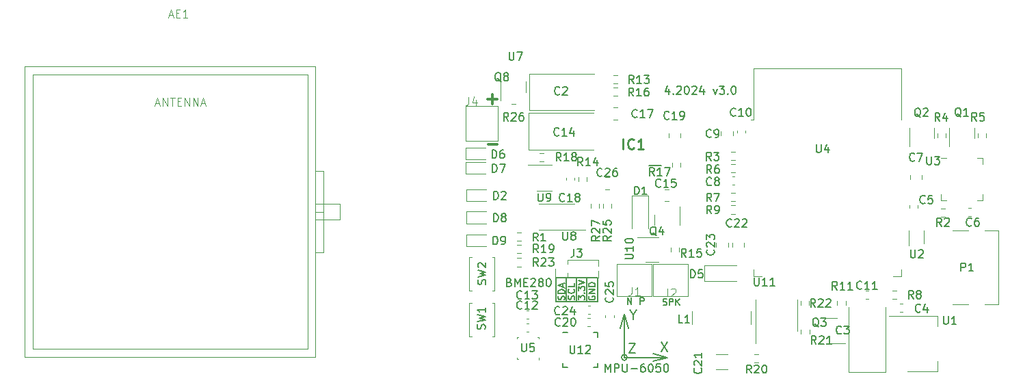
<source format=gbr>
%TF.GenerationSoftware,KiCad,Pcbnew,7.0.2*%
%TF.CreationDate,2024-04-03T12:52:24+03:00*%
%TF.ProjectId,gps_tracer,6770735f-7472-4616-9365-722e6b696361,rev?*%
%TF.SameCoordinates,Original*%
%TF.FileFunction,Legend,Top*%
%TF.FilePolarity,Positive*%
%FSLAX46Y46*%
G04 Gerber Fmt 4.6, Leading zero omitted, Abs format (unit mm)*
G04 Created by KiCad (PCBNEW 7.0.2) date 2024-04-03 12:52:24*
%MOMM*%
%LPD*%
G01*
G04 APERTURE LIST*
%ADD10C,0.200000*%
%ADD11C,0.150000*%
%ADD12C,0.300000*%
%ADD13C,0.254000*%
%ADD14C,0.100000*%
%ADD15C,0.120000*%
G04 APERTURE END LIST*
D10*
X73645238Y-39545952D02*
X73645238Y-40212619D01*
X73407143Y-39165000D02*
X73169048Y-39879285D01*
X73169048Y-39879285D02*
X73788095Y-39879285D01*
X74169048Y-40117380D02*
X74216667Y-40165000D01*
X74216667Y-40165000D02*
X74169048Y-40212619D01*
X74169048Y-40212619D02*
X74121429Y-40165000D01*
X74121429Y-40165000D02*
X74169048Y-40117380D01*
X74169048Y-40117380D02*
X74169048Y-40212619D01*
X74597619Y-39307857D02*
X74645238Y-39260238D01*
X74645238Y-39260238D02*
X74740476Y-39212619D01*
X74740476Y-39212619D02*
X74978571Y-39212619D01*
X74978571Y-39212619D02*
X75073809Y-39260238D01*
X75073809Y-39260238D02*
X75121428Y-39307857D01*
X75121428Y-39307857D02*
X75169047Y-39403095D01*
X75169047Y-39403095D02*
X75169047Y-39498333D01*
X75169047Y-39498333D02*
X75121428Y-39641190D01*
X75121428Y-39641190D02*
X74550000Y-40212619D01*
X74550000Y-40212619D02*
X75169047Y-40212619D01*
X75788095Y-39212619D02*
X75883333Y-39212619D01*
X75883333Y-39212619D02*
X75978571Y-39260238D01*
X75978571Y-39260238D02*
X76026190Y-39307857D01*
X76026190Y-39307857D02*
X76073809Y-39403095D01*
X76073809Y-39403095D02*
X76121428Y-39593571D01*
X76121428Y-39593571D02*
X76121428Y-39831666D01*
X76121428Y-39831666D02*
X76073809Y-40022142D01*
X76073809Y-40022142D02*
X76026190Y-40117380D01*
X76026190Y-40117380D02*
X75978571Y-40165000D01*
X75978571Y-40165000D02*
X75883333Y-40212619D01*
X75883333Y-40212619D02*
X75788095Y-40212619D01*
X75788095Y-40212619D02*
X75692857Y-40165000D01*
X75692857Y-40165000D02*
X75645238Y-40117380D01*
X75645238Y-40117380D02*
X75597619Y-40022142D01*
X75597619Y-40022142D02*
X75550000Y-39831666D01*
X75550000Y-39831666D02*
X75550000Y-39593571D01*
X75550000Y-39593571D02*
X75597619Y-39403095D01*
X75597619Y-39403095D02*
X75645238Y-39307857D01*
X75645238Y-39307857D02*
X75692857Y-39260238D01*
X75692857Y-39260238D02*
X75788095Y-39212619D01*
X76502381Y-39307857D02*
X76550000Y-39260238D01*
X76550000Y-39260238D02*
X76645238Y-39212619D01*
X76645238Y-39212619D02*
X76883333Y-39212619D01*
X76883333Y-39212619D02*
X76978571Y-39260238D01*
X76978571Y-39260238D02*
X77026190Y-39307857D01*
X77026190Y-39307857D02*
X77073809Y-39403095D01*
X77073809Y-39403095D02*
X77073809Y-39498333D01*
X77073809Y-39498333D02*
X77026190Y-39641190D01*
X77026190Y-39641190D02*
X76454762Y-40212619D01*
X76454762Y-40212619D02*
X77073809Y-40212619D01*
X77930952Y-39545952D02*
X77930952Y-40212619D01*
X77692857Y-39165000D02*
X77454762Y-39879285D01*
X77454762Y-39879285D02*
X78073809Y-39879285D01*
X79121429Y-39545952D02*
X79359524Y-40212619D01*
X79359524Y-40212619D02*
X79597619Y-39545952D01*
X79883334Y-39212619D02*
X80502381Y-39212619D01*
X80502381Y-39212619D02*
X80169048Y-39593571D01*
X80169048Y-39593571D02*
X80311905Y-39593571D01*
X80311905Y-39593571D02*
X80407143Y-39641190D01*
X80407143Y-39641190D02*
X80454762Y-39688809D01*
X80454762Y-39688809D02*
X80502381Y-39784047D01*
X80502381Y-39784047D02*
X80502381Y-40022142D01*
X80502381Y-40022142D02*
X80454762Y-40117380D01*
X80454762Y-40117380D02*
X80407143Y-40165000D01*
X80407143Y-40165000D02*
X80311905Y-40212619D01*
X80311905Y-40212619D02*
X80026191Y-40212619D01*
X80026191Y-40212619D02*
X79930953Y-40165000D01*
X79930953Y-40165000D02*
X79883334Y-40117380D01*
X80930953Y-40117380D02*
X80978572Y-40165000D01*
X80978572Y-40165000D02*
X80930953Y-40212619D01*
X80930953Y-40212619D02*
X80883334Y-40165000D01*
X80883334Y-40165000D02*
X80930953Y-40117380D01*
X80930953Y-40117380D02*
X80930953Y-40212619D01*
X81597619Y-39212619D02*
X81692857Y-39212619D01*
X81692857Y-39212619D02*
X81788095Y-39260238D01*
X81788095Y-39260238D02*
X81835714Y-39307857D01*
X81835714Y-39307857D02*
X81883333Y-39403095D01*
X81883333Y-39403095D02*
X81930952Y-39593571D01*
X81930952Y-39593571D02*
X81930952Y-39831666D01*
X81930952Y-39831666D02*
X81883333Y-40022142D01*
X81883333Y-40022142D02*
X81835714Y-40117380D01*
X81835714Y-40117380D02*
X81788095Y-40165000D01*
X81788095Y-40165000D02*
X81692857Y-40212619D01*
X81692857Y-40212619D02*
X81597619Y-40212619D01*
X81597619Y-40212619D02*
X81502381Y-40165000D01*
X81502381Y-40165000D02*
X81454762Y-40117380D01*
X81454762Y-40117380D02*
X81407143Y-40022142D01*
X81407143Y-40022142D02*
X81359524Y-39831666D01*
X81359524Y-39831666D02*
X81359524Y-39593571D01*
X81359524Y-39593571D02*
X81407143Y-39403095D01*
X81407143Y-39403095D02*
X81454762Y-39307857D01*
X81454762Y-39307857D02*
X81502381Y-39260238D01*
X81502381Y-39260238D02*
X81597619Y-39212619D01*
X53869047Y-63488809D02*
X54011904Y-63536428D01*
X54011904Y-63536428D02*
X54059523Y-63584047D01*
X54059523Y-63584047D02*
X54107142Y-63679285D01*
X54107142Y-63679285D02*
X54107142Y-63822142D01*
X54107142Y-63822142D02*
X54059523Y-63917380D01*
X54059523Y-63917380D02*
X54011904Y-63965000D01*
X54011904Y-63965000D02*
X53916666Y-64012619D01*
X53916666Y-64012619D02*
X53535714Y-64012619D01*
X53535714Y-64012619D02*
X53535714Y-63012619D01*
X53535714Y-63012619D02*
X53869047Y-63012619D01*
X53869047Y-63012619D02*
X53964285Y-63060238D01*
X53964285Y-63060238D02*
X54011904Y-63107857D01*
X54011904Y-63107857D02*
X54059523Y-63203095D01*
X54059523Y-63203095D02*
X54059523Y-63298333D01*
X54059523Y-63298333D02*
X54011904Y-63393571D01*
X54011904Y-63393571D02*
X53964285Y-63441190D01*
X53964285Y-63441190D02*
X53869047Y-63488809D01*
X53869047Y-63488809D02*
X53535714Y-63488809D01*
X54535714Y-64012619D02*
X54535714Y-63012619D01*
X54535714Y-63012619D02*
X54869047Y-63726904D01*
X54869047Y-63726904D02*
X55202380Y-63012619D01*
X55202380Y-63012619D02*
X55202380Y-64012619D01*
X55678571Y-63488809D02*
X56011904Y-63488809D01*
X56154761Y-64012619D02*
X55678571Y-64012619D01*
X55678571Y-64012619D02*
X55678571Y-63012619D01*
X55678571Y-63012619D02*
X56154761Y-63012619D01*
X56535714Y-63107857D02*
X56583333Y-63060238D01*
X56583333Y-63060238D02*
X56678571Y-63012619D01*
X56678571Y-63012619D02*
X56916666Y-63012619D01*
X56916666Y-63012619D02*
X57011904Y-63060238D01*
X57011904Y-63060238D02*
X57059523Y-63107857D01*
X57059523Y-63107857D02*
X57107142Y-63203095D01*
X57107142Y-63203095D02*
X57107142Y-63298333D01*
X57107142Y-63298333D02*
X57059523Y-63441190D01*
X57059523Y-63441190D02*
X56488095Y-64012619D01*
X56488095Y-64012619D02*
X57107142Y-64012619D01*
X57678571Y-63441190D02*
X57583333Y-63393571D01*
X57583333Y-63393571D02*
X57535714Y-63345952D01*
X57535714Y-63345952D02*
X57488095Y-63250714D01*
X57488095Y-63250714D02*
X57488095Y-63203095D01*
X57488095Y-63203095D02*
X57535714Y-63107857D01*
X57535714Y-63107857D02*
X57583333Y-63060238D01*
X57583333Y-63060238D02*
X57678571Y-63012619D01*
X57678571Y-63012619D02*
X57869047Y-63012619D01*
X57869047Y-63012619D02*
X57964285Y-63060238D01*
X57964285Y-63060238D02*
X58011904Y-63107857D01*
X58011904Y-63107857D02*
X58059523Y-63203095D01*
X58059523Y-63203095D02*
X58059523Y-63250714D01*
X58059523Y-63250714D02*
X58011904Y-63345952D01*
X58011904Y-63345952D02*
X57964285Y-63393571D01*
X57964285Y-63393571D02*
X57869047Y-63441190D01*
X57869047Y-63441190D02*
X57678571Y-63441190D01*
X57678571Y-63441190D02*
X57583333Y-63488809D01*
X57583333Y-63488809D02*
X57535714Y-63536428D01*
X57535714Y-63536428D02*
X57488095Y-63631666D01*
X57488095Y-63631666D02*
X57488095Y-63822142D01*
X57488095Y-63822142D02*
X57535714Y-63917380D01*
X57535714Y-63917380D02*
X57583333Y-63965000D01*
X57583333Y-63965000D02*
X57678571Y-64012619D01*
X57678571Y-64012619D02*
X57869047Y-64012619D01*
X57869047Y-64012619D02*
X57964285Y-63965000D01*
X57964285Y-63965000D02*
X58011904Y-63917380D01*
X58011904Y-63917380D02*
X58059523Y-63822142D01*
X58059523Y-63822142D02*
X58059523Y-63631666D01*
X58059523Y-63631666D02*
X58011904Y-63536428D01*
X58011904Y-63536428D02*
X57964285Y-63488809D01*
X57964285Y-63488809D02*
X57869047Y-63441190D01*
X58678571Y-63012619D02*
X58773809Y-63012619D01*
X58773809Y-63012619D02*
X58869047Y-63060238D01*
X58869047Y-63060238D02*
X58916666Y-63107857D01*
X58916666Y-63107857D02*
X58964285Y-63203095D01*
X58964285Y-63203095D02*
X59011904Y-63393571D01*
X59011904Y-63393571D02*
X59011904Y-63631666D01*
X59011904Y-63631666D02*
X58964285Y-63822142D01*
X58964285Y-63822142D02*
X58916666Y-63917380D01*
X58916666Y-63917380D02*
X58869047Y-63965000D01*
X58869047Y-63965000D02*
X58773809Y-64012619D01*
X58773809Y-64012619D02*
X58678571Y-64012619D01*
X58678571Y-64012619D02*
X58583333Y-63965000D01*
X58583333Y-63965000D02*
X58535714Y-63917380D01*
X58535714Y-63917380D02*
X58488095Y-63822142D01*
X58488095Y-63822142D02*
X58440476Y-63631666D01*
X58440476Y-63631666D02*
X58440476Y-63393571D01*
X58440476Y-63393571D02*
X58488095Y-63203095D01*
X58488095Y-63203095D02*
X58535714Y-63107857D01*
X58535714Y-63107857D02*
X58583333Y-63060238D01*
X58583333Y-63060238D02*
X58678571Y-63012619D01*
D11*
X72902380Y-66274000D02*
X73016666Y-66312095D01*
X73016666Y-66312095D02*
X73207142Y-66312095D01*
X73207142Y-66312095D02*
X73283333Y-66274000D01*
X73283333Y-66274000D02*
X73321428Y-66235904D01*
X73321428Y-66235904D02*
X73359523Y-66159714D01*
X73359523Y-66159714D02*
X73359523Y-66083523D01*
X73359523Y-66083523D02*
X73321428Y-66007333D01*
X73321428Y-66007333D02*
X73283333Y-65969238D01*
X73283333Y-65969238D02*
X73207142Y-65931142D01*
X73207142Y-65931142D02*
X73054761Y-65893047D01*
X73054761Y-65893047D02*
X72978571Y-65854952D01*
X72978571Y-65854952D02*
X72940476Y-65816857D01*
X72940476Y-65816857D02*
X72902380Y-65740666D01*
X72902380Y-65740666D02*
X72902380Y-65664476D01*
X72902380Y-65664476D02*
X72940476Y-65588285D01*
X72940476Y-65588285D02*
X72978571Y-65550190D01*
X72978571Y-65550190D02*
X73054761Y-65512095D01*
X73054761Y-65512095D02*
X73245238Y-65512095D01*
X73245238Y-65512095D02*
X73359523Y-65550190D01*
X73702381Y-66312095D02*
X73702381Y-65512095D01*
X73702381Y-65512095D02*
X74007143Y-65512095D01*
X74007143Y-65512095D02*
X74083333Y-65550190D01*
X74083333Y-65550190D02*
X74121428Y-65588285D01*
X74121428Y-65588285D02*
X74159524Y-65664476D01*
X74159524Y-65664476D02*
X74159524Y-65778761D01*
X74159524Y-65778761D02*
X74121428Y-65854952D01*
X74121428Y-65854952D02*
X74083333Y-65893047D01*
X74083333Y-65893047D02*
X74007143Y-65931142D01*
X74007143Y-65931142D02*
X73702381Y-65931142D01*
X74502381Y-66312095D02*
X74502381Y-65512095D01*
X74959524Y-66312095D02*
X74616666Y-65854952D01*
X74959524Y-65512095D02*
X74502381Y-65969238D01*
X68500476Y-66212095D02*
X68500476Y-65412095D01*
X68500476Y-65412095D02*
X68957619Y-66212095D01*
X68957619Y-66212095D02*
X68957619Y-65412095D01*
X70070476Y-66222095D02*
X70070476Y-65422095D01*
X70070476Y-65422095D02*
X70375238Y-65422095D01*
X70375238Y-65422095D02*
X70451428Y-65460190D01*
X70451428Y-65460190D02*
X70489523Y-65498285D01*
X70489523Y-65498285D02*
X70527619Y-65574476D01*
X70527619Y-65574476D02*
X70527619Y-65688761D01*
X70527619Y-65688761D02*
X70489523Y-65764952D01*
X70489523Y-65764952D02*
X70451428Y-65803047D01*
X70451428Y-65803047D02*
X70375238Y-65841142D01*
X70375238Y-65841142D02*
X70070476Y-65841142D01*
D12*
X51247142Y-46385000D02*
X52390000Y-46385000D01*
X51187142Y-40835000D02*
X52330000Y-40835000D01*
X51758571Y-41406428D02*
X51758571Y-40263571D01*
D11*
X64800000Y-65885000D02*
X59680000Y-65885000D01*
X64800000Y-62955000D02*
X59670000Y-62955000D01*
X63480000Y-63010000D02*
X63480000Y-65820000D01*
X62180000Y-62990000D02*
X62180000Y-65800000D01*
X64800000Y-65885000D02*
X64800000Y-62955000D01*
X59680000Y-65885000D02*
X59680000Y-62885000D01*
X60900000Y-62965000D02*
X60900000Y-65775000D01*
X63720190Y-65215476D02*
X63682095Y-65291666D01*
X63682095Y-65291666D02*
X63682095Y-65405952D01*
X63682095Y-65405952D02*
X63720190Y-65520238D01*
X63720190Y-65520238D02*
X63796380Y-65596428D01*
X63796380Y-65596428D02*
X63872571Y-65634523D01*
X63872571Y-65634523D02*
X64024952Y-65672619D01*
X64024952Y-65672619D02*
X64139238Y-65672619D01*
X64139238Y-65672619D02*
X64291619Y-65634523D01*
X64291619Y-65634523D02*
X64367809Y-65596428D01*
X64367809Y-65596428D02*
X64444000Y-65520238D01*
X64444000Y-65520238D02*
X64482095Y-65405952D01*
X64482095Y-65405952D02*
X64482095Y-65329761D01*
X64482095Y-65329761D02*
X64444000Y-65215476D01*
X64444000Y-65215476D02*
X64405904Y-65177380D01*
X64405904Y-65177380D02*
X64139238Y-65177380D01*
X64139238Y-65177380D02*
X64139238Y-65329761D01*
X64482095Y-64834523D02*
X63682095Y-64834523D01*
X63682095Y-64834523D02*
X64482095Y-64377380D01*
X64482095Y-64377380D02*
X63682095Y-64377380D01*
X64482095Y-63996428D02*
X63682095Y-63996428D01*
X63682095Y-63996428D02*
X63682095Y-63805952D01*
X63682095Y-63805952D02*
X63720190Y-63691666D01*
X63720190Y-63691666D02*
X63796380Y-63615476D01*
X63796380Y-63615476D02*
X63872571Y-63577381D01*
X63872571Y-63577381D02*
X64024952Y-63539285D01*
X64024952Y-63539285D02*
X64139238Y-63539285D01*
X64139238Y-63539285D02*
X64291619Y-63577381D01*
X64291619Y-63577381D02*
X64367809Y-63615476D01*
X64367809Y-63615476D02*
X64444000Y-63691666D01*
X64444000Y-63691666D02*
X64482095Y-63805952D01*
X64482095Y-63805952D02*
X64482095Y-63996428D01*
X62412095Y-65650714D02*
X62412095Y-65155476D01*
X62412095Y-65155476D02*
X62716857Y-65422142D01*
X62716857Y-65422142D02*
X62716857Y-65307857D01*
X62716857Y-65307857D02*
X62754952Y-65231666D01*
X62754952Y-65231666D02*
X62793047Y-65193571D01*
X62793047Y-65193571D02*
X62869238Y-65155476D01*
X62869238Y-65155476D02*
X63059714Y-65155476D01*
X63059714Y-65155476D02*
X63135904Y-65193571D01*
X63135904Y-65193571D02*
X63174000Y-65231666D01*
X63174000Y-65231666D02*
X63212095Y-65307857D01*
X63212095Y-65307857D02*
X63212095Y-65536428D01*
X63212095Y-65536428D02*
X63174000Y-65612619D01*
X63174000Y-65612619D02*
X63135904Y-65650714D01*
X63135904Y-64812618D02*
X63174000Y-64774523D01*
X63174000Y-64774523D02*
X63212095Y-64812618D01*
X63212095Y-64812618D02*
X63174000Y-64850714D01*
X63174000Y-64850714D02*
X63135904Y-64812618D01*
X63135904Y-64812618D02*
X63212095Y-64812618D01*
X62412095Y-64507857D02*
X62412095Y-64012619D01*
X62412095Y-64012619D02*
X62716857Y-64279285D01*
X62716857Y-64279285D02*
X62716857Y-64165000D01*
X62716857Y-64165000D02*
X62754952Y-64088809D01*
X62754952Y-64088809D02*
X62793047Y-64050714D01*
X62793047Y-64050714D02*
X62869238Y-64012619D01*
X62869238Y-64012619D02*
X63059714Y-64012619D01*
X63059714Y-64012619D02*
X63135904Y-64050714D01*
X63135904Y-64050714D02*
X63174000Y-64088809D01*
X63174000Y-64088809D02*
X63212095Y-64165000D01*
X63212095Y-64165000D02*
X63212095Y-64393571D01*
X63212095Y-64393571D02*
X63174000Y-64469762D01*
X63174000Y-64469762D02*
X63135904Y-64507857D01*
X62412095Y-63784047D02*
X63212095Y-63517380D01*
X63212095Y-63517380D02*
X62412095Y-63250714D01*
X61924000Y-65622619D02*
X61962095Y-65508333D01*
X61962095Y-65508333D02*
X61962095Y-65317857D01*
X61962095Y-65317857D02*
X61924000Y-65241666D01*
X61924000Y-65241666D02*
X61885904Y-65203571D01*
X61885904Y-65203571D02*
X61809714Y-65165476D01*
X61809714Y-65165476D02*
X61733523Y-65165476D01*
X61733523Y-65165476D02*
X61657333Y-65203571D01*
X61657333Y-65203571D02*
X61619238Y-65241666D01*
X61619238Y-65241666D02*
X61581142Y-65317857D01*
X61581142Y-65317857D02*
X61543047Y-65470238D01*
X61543047Y-65470238D02*
X61504952Y-65546428D01*
X61504952Y-65546428D02*
X61466857Y-65584523D01*
X61466857Y-65584523D02*
X61390666Y-65622619D01*
X61390666Y-65622619D02*
X61314476Y-65622619D01*
X61314476Y-65622619D02*
X61238285Y-65584523D01*
X61238285Y-65584523D02*
X61200190Y-65546428D01*
X61200190Y-65546428D02*
X61162095Y-65470238D01*
X61162095Y-65470238D02*
X61162095Y-65279761D01*
X61162095Y-65279761D02*
X61200190Y-65165476D01*
X61885904Y-64365475D02*
X61924000Y-64403571D01*
X61924000Y-64403571D02*
X61962095Y-64517856D01*
X61962095Y-64517856D02*
X61962095Y-64594047D01*
X61962095Y-64594047D02*
X61924000Y-64708333D01*
X61924000Y-64708333D02*
X61847809Y-64784523D01*
X61847809Y-64784523D02*
X61771619Y-64822618D01*
X61771619Y-64822618D02*
X61619238Y-64860714D01*
X61619238Y-64860714D02*
X61504952Y-64860714D01*
X61504952Y-64860714D02*
X61352571Y-64822618D01*
X61352571Y-64822618D02*
X61276380Y-64784523D01*
X61276380Y-64784523D02*
X61200190Y-64708333D01*
X61200190Y-64708333D02*
X61162095Y-64594047D01*
X61162095Y-64594047D02*
X61162095Y-64517856D01*
X61162095Y-64517856D02*
X61200190Y-64403571D01*
X61200190Y-64403571D02*
X61238285Y-64365475D01*
X61962095Y-63641666D02*
X61962095Y-64022618D01*
X61962095Y-64022618D02*
X61162095Y-64022618D01*
X60684000Y-65642619D02*
X60722095Y-65528333D01*
X60722095Y-65528333D02*
X60722095Y-65337857D01*
X60722095Y-65337857D02*
X60684000Y-65261666D01*
X60684000Y-65261666D02*
X60645904Y-65223571D01*
X60645904Y-65223571D02*
X60569714Y-65185476D01*
X60569714Y-65185476D02*
X60493523Y-65185476D01*
X60493523Y-65185476D02*
X60417333Y-65223571D01*
X60417333Y-65223571D02*
X60379238Y-65261666D01*
X60379238Y-65261666D02*
X60341142Y-65337857D01*
X60341142Y-65337857D02*
X60303047Y-65490238D01*
X60303047Y-65490238D02*
X60264952Y-65566428D01*
X60264952Y-65566428D02*
X60226857Y-65604523D01*
X60226857Y-65604523D02*
X60150666Y-65642619D01*
X60150666Y-65642619D02*
X60074476Y-65642619D01*
X60074476Y-65642619D02*
X59998285Y-65604523D01*
X59998285Y-65604523D02*
X59960190Y-65566428D01*
X59960190Y-65566428D02*
X59922095Y-65490238D01*
X59922095Y-65490238D02*
X59922095Y-65299761D01*
X59922095Y-65299761D02*
X59960190Y-65185476D01*
X60722095Y-64842618D02*
X59922095Y-64842618D01*
X59922095Y-64842618D02*
X59922095Y-64652142D01*
X59922095Y-64652142D02*
X59960190Y-64537856D01*
X59960190Y-64537856D02*
X60036380Y-64461666D01*
X60036380Y-64461666D02*
X60112571Y-64423571D01*
X60112571Y-64423571D02*
X60264952Y-64385475D01*
X60264952Y-64385475D02*
X60379238Y-64385475D01*
X60379238Y-64385475D02*
X60531619Y-64423571D01*
X60531619Y-64423571D02*
X60607809Y-64461666D01*
X60607809Y-64461666D02*
X60684000Y-64537856D01*
X60684000Y-64537856D02*
X60722095Y-64652142D01*
X60722095Y-64652142D02*
X60722095Y-64842618D01*
X60493523Y-64080714D02*
X60493523Y-63699761D01*
X60722095Y-64156904D02*
X59922095Y-63890237D01*
X59922095Y-63890237D02*
X60722095Y-63623571D01*
D10*
X68701428Y-71073142D02*
X69501428Y-71073142D01*
X69501428Y-71073142D02*
X68701428Y-72273142D01*
X68701428Y-72273142D02*
X69501428Y-72273142D01*
X72651428Y-70898142D02*
X73451428Y-72098142D01*
X73451428Y-70898142D02*
X72651428Y-72098142D01*
X68105000Y-72795000D02*
X68105000Y-67445000D01*
X68105000Y-67445000D02*
X67605000Y-69195000D01*
X68105000Y-67445000D02*
X68605000Y-69195000D01*
X69219285Y-67526714D02*
X69219285Y-68098142D01*
X68819285Y-66898142D02*
X69219285Y-67526714D01*
X69219285Y-67526714D02*
X69619285Y-66898142D01*
X68458553Y-72795000D02*
G75*
G03*
X68458553Y-72795000I-353553J0D01*
G01*
X73455000Y-72795000D02*
X71705000Y-73295000D01*
X73455000Y-72795000D02*
X71705000Y-72295000D01*
X68105000Y-72795000D02*
X73455000Y-72795000D01*
D13*
%TO.C,IC1*%
X67981037Y-46993326D02*
X67981037Y-45723326D01*
X69311514Y-46872373D02*
X69251038Y-46932850D01*
X69251038Y-46932850D02*
X69069609Y-46993326D01*
X69069609Y-46993326D02*
X68948657Y-46993326D01*
X68948657Y-46993326D02*
X68767228Y-46932850D01*
X68767228Y-46932850D02*
X68646276Y-46811897D01*
X68646276Y-46811897D02*
X68585799Y-46690945D01*
X68585799Y-46690945D02*
X68525323Y-46449040D01*
X68525323Y-46449040D02*
X68525323Y-46267611D01*
X68525323Y-46267611D02*
X68585799Y-46025707D01*
X68585799Y-46025707D02*
X68646276Y-45904754D01*
X68646276Y-45904754D02*
X68767228Y-45783802D01*
X68767228Y-45783802D02*
X68948657Y-45723326D01*
X68948657Y-45723326D02*
X69069609Y-45723326D01*
X69069609Y-45723326D02*
X69251038Y-45783802D01*
X69251038Y-45783802D02*
X69311514Y-45844278D01*
X70521038Y-46993326D02*
X69795323Y-46993326D01*
X70158180Y-46993326D02*
X70158180Y-45723326D01*
X70158180Y-45723326D02*
X70037228Y-45904754D01*
X70037228Y-45904754D02*
X69916276Y-46025707D01*
X69916276Y-46025707D02*
X69795323Y-46086183D01*
D11*
%TO.C,U7*%
X53858095Y-35002619D02*
X53858095Y-35812142D01*
X53858095Y-35812142D02*
X53905714Y-35907380D01*
X53905714Y-35907380D02*
X53953333Y-35955000D01*
X53953333Y-35955000D02*
X54048571Y-36002619D01*
X54048571Y-36002619D02*
X54239047Y-36002619D01*
X54239047Y-36002619D02*
X54334285Y-35955000D01*
X54334285Y-35955000D02*
X54381904Y-35907380D01*
X54381904Y-35907380D02*
X54429523Y-35812142D01*
X54429523Y-35812142D02*
X54429523Y-35002619D01*
X54810476Y-35002619D02*
X55477142Y-35002619D01*
X55477142Y-35002619D02*
X55048571Y-36002619D01*
%TO.C,D9*%
X51864505Y-58812619D02*
X51864505Y-57812619D01*
X51864505Y-57812619D02*
X52102600Y-57812619D01*
X52102600Y-57812619D02*
X52245457Y-57860238D01*
X52245457Y-57860238D02*
X52340695Y-57955476D01*
X52340695Y-57955476D02*
X52388314Y-58050714D01*
X52388314Y-58050714D02*
X52435933Y-58241190D01*
X52435933Y-58241190D02*
X52435933Y-58384047D01*
X52435933Y-58384047D02*
X52388314Y-58574523D01*
X52388314Y-58574523D02*
X52340695Y-58669761D01*
X52340695Y-58669761D02*
X52245457Y-58765000D01*
X52245457Y-58765000D02*
X52102600Y-58812619D01*
X52102600Y-58812619D02*
X51864505Y-58812619D01*
X52912124Y-58812619D02*
X53102600Y-58812619D01*
X53102600Y-58812619D02*
X53197838Y-58765000D01*
X53197838Y-58765000D02*
X53245457Y-58717380D01*
X53245457Y-58717380D02*
X53340695Y-58574523D01*
X53340695Y-58574523D02*
X53388314Y-58384047D01*
X53388314Y-58384047D02*
X53388314Y-58003095D01*
X53388314Y-58003095D02*
X53340695Y-57907857D01*
X53340695Y-57907857D02*
X53293076Y-57860238D01*
X53293076Y-57860238D02*
X53197838Y-57812619D01*
X53197838Y-57812619D02*
X53007362Y-57812619D01*
X53007362Y-57812619D02*
X52912124Y-57860238D01*
X52912124Y-57860238D02*
X52864505Y-57907857D01*
X52864505Y-57907857D02*
X52816886Y-58003095D01*
X52816886Y-58003095D02*
X52816886Y-58241190D01*
X52816886Y-58241190D02*
X52864505Y-58336428D01*
X52864505Y-58336428D02*
X52912124Y-58384047D01*
X52912124Y-58384047D02*
X53007362Y-58431666D01*
X53007362Y-58431666D02*
X53197838Y-58431666D01*
X53197838Y-58431666D02*
X53293076Y-58384047D01*
X53293076Y-58384047D02*
X53340695Y-58336428D01*
X53340695Y-58336428D02*
X53388314Y-58241190D01*
%TO.C,D8*%
X51924505Y-56006419D02*
X51924505Y-55006419D01*
X51924505Y-55006419D02*
X52162600Y-55006419D01*
X52162600Y-55006419D02*
X52305457Y-55054038D01*
X52305457Y-55054038D02*
X52400695Y-55149276D01*
X52400695Y-55149276D02*
X52448314Y-55244514D01*
X52448314Y-55244514D02*
X52495933Y-55434990D01*
X52495933Y-55434990D02*
X52495933Y-55577847D01*
X52495933Y-55577847D02*
X52448314Y-55768323D01*
X52448314Y-55768323D02*
X52400695Y-55863561D01*
X52400695Y-55863561D02*
X52305457Y-55958800D01*
X52305457Y-55958800D02*
X52162600Y-56006419D01*
X52162600Y-56006419D02*
X51924505Y-56006419D01*
X53067362Y-55434990D02*
X52972124Y-55387371D01*
X52972124Y-55387371D02*
X52924505Y-55339752D01*
X52924505Y-55339752D02*
X52876886Y-55244514D01*
X52876886Y-55244514D02*
X52876886Y-55196895D01*
X52876886Y-55196895D02*
X52924505Y-55101657D01*
X52924505Y-55101657D02*
X52972124Y-55054038D01*
X52972124Y-55054038D02*
X53067362Y-55006419D01*
X53067362Y-55006419D02*
X53257838Y-55006419D01*
X53257838Y-55006419D02*
X53353076Y-55054038D01*
X53353076Y-55054038D02*
X53400695Y-55101657D01*
X53400695Y-55101657D02*
X53448314Y-55196895D01*
X53448314Y-55196895D02*
X53448314Y-55244514D01*
X53448314Y-55244514D02*
X53400695Y-55339752D01*
X53400695Y-55339752D02*
X53353076Y-55387371D01*
X53353076Y-55387371D02*
X53257838Y-55434990D01*
X53257838Y-55434990D02*
X53067362Y-55434990D01*
X53067362Y-55434990D02*
X52972124Y-55482609D01*
X52972124Y-55482609D02*
X52924505Y-55530228D01*
X52924505Y-55530228D02*
X52876886Y-55625466D01*
X52876886Y-55625466D02*
X52876886Y-55815942D01*
X52876886Y-55815942D02*
X52924505Y-55911180D01*
X52924505Y-55911180D02*
X52972124Y-55958800D01*
X52972124Y-55958800D02*
X53067362Y-56006419D01*
X53067362Y-56006419D02*
X53257838Y-56006419D01*
X53257838Y-56006419D02*
X53353076Y-55958800D01*
X53353076Y-55958800D02*
X53400695Y-55911180D01*
X53400695Y-55911180D02*
X53448314Y-55815942D01*
X53448314Y-55815942D02*
X53448314Y-55625466D01*
X53448314Y-55625466D02*
X53400695Y-55530228D01*
X53400695Y-55530228D02*
X53353076Y-55482609D01*
X53353076Y-55482609D02*
X53257838Y-55434990D01*
%TO.C,D7*%
X51791905Y-49872619D02*
X51791905Y-48872619D01*
X51791905Y-48872619D02*
X52030000Y-48872619D01*
X52030000Y-48872619D02*
X52172857Y-48920238D01*
X52172857Y-48920238D02*
X52268095Y-49015476D01*
X52268095Y-49015476D02*
X52315714Y-49110714D01*
X52315714Y-49110714D02*
X52363333Y-49301190D01*
X52363333Y-49301190D02*
X52363333Y-49444047D01*
X52363333Y-49444047D02*
X52315714Y-49634523D01*
X52315714Y-49634523D02*
X52268095Y-49729761D01*
X52268095Y-49729761D02*
X52172857Y-49825000D01*
X52172857Y-49825000D02*
X52030000Y-49872619D01*
X52030000Y-49872619D02*
X51791905Y-49872619D01*
X52696667Y-48872619D02*
X53363333Y-48872619D01*
X53363333Y-48872619D02*
X52934762Y-49872619D01*
%TO.C,D6*%
X51731905Y-48132619D02*
X51731905Y-47132619D01*
X51731905Y-47132619D02*
X51970000Y-47132619D01*
X51970000Y-47132619D02*
X52112857Y-47180238D01*
X52112857Y-47180238D02*
X52208095Y-47275476D01*
X52208095Y-47275476D02*
X52255714Y-47370714D01*
X52255714Y-47370714D02*
X52303333Y-47561190D01*
X52303333Y-47561190D02*
X52303333Y-47704047D01*
X52303333Y-47704047D02*
X52255714Y-47894523D01*
X52255714Y-47894523D02*
X52208095Y-47989761D01*
X52208095Y-47989761D02*
X52112857Y-48085000D01*
X52112857Y-48085000D02*
X51970000Y-48132619D01*
X51970000Y-48132619D02*
X51731905Y-48132619D01*
X53160476Y-47132619D02*
X52970000Y-47132619D01*
X52970000Y-47132619D02*
X52874762Y-47180238D01*
X52874762Y-47180238D02*
X52827143Y-47227857D01*
X52827143Y-47227857D02*
X52731905Y-47370714D01*
X52731905Y-47370714D02*
X52684286Y-47561190D01*
X52684286Y-47561190D02*
X52684286Y-47942142D01*
X52684286Y-47942142D02*
X52731905Y-48037380D01*
X52731905Y-48037380D02*
X52779524Y-48085000D01*
X52779524Y-48085000D02*
X52874762Y-48132619D01*
X52874762Y-48132619D02*
X53065238Y-48132619D01*
X53065238Y-48132619D02*
X53160476Y-48085000D01*
X53160476Y-48085000D02*
X53208095Y-48037380D01*
X53208095Y-48037380D02*
X53255714Y-47942142D01*
X53255714Y-47942142D02*
X53255714Y-47704047D01*
X53255714Y-47704047D02*
X53208095Y-47608809D01*
X53208095Y-47608809D02*
X53160476Y-47561190D01*
X53160476Y-47561190D02*
X53065238Y-47513571D01*
X53065238Y-47513571D02*
X52874762Y-47513571D01*
X52874762Y-47513571D02*
X52779524Y-47561190D01*
X52779524Y-47561190D02*
X52731905Y-47608809D01*
X52731905Y-47608809D02*
X52684286Y-47704047D01*
%TO.C,D2*%
X51931905Y-53242619D02*
X51931905Y-52242619D01*
X51931905Y-52242619D02*
X52170000Y-52242619D01*
X52170000Y-52242619D02*
X52312857Y-52290238D01*
X52312857Y-52290238D02*
X52408095Y-52385476D01*
X52408095Y-52385476D02*
X52455714Y-52480714D01*
X52455714Y-52480714D02*
X52503333Y-52671190D01*
X52503333Y-52671190D02*
X52503333Y-52814047D01*
X52503333Y-52814047D02*
X52455714Y-53004523D01*
X52455714Y-53004523D02*
X52408095Y-53099761D01*
X52408095Y-53099761D02*
X52312857Y-53195000D01*
X52312857Y-53195000D02*
X52170000Y-53242619D01*
X52170000Y-53242619D02*
X51931905Y-53242619D01*
X52884286Y-52337857D02*
X52931905Y-52290238D01*
X52931905Y-52290238D02*
X53027143Y-52242619D01*
X53027143Y-52242619D02*
X53265238Y-52242619D01*
X53265238Y-52242619D02*
X53360476Y-52290238D01*
X53360476Y-52290238D02*
X53408095Y-52337857D01*
X53408095Y-52337857D02*
X53455714Y-52433095D01*
X53455714Y-52433095D02*
X53455714Y-52528333D01*
X53455714Y-52528333D02*
X53408095Y-52671190D01*
X53408095Y-52671190D02*
X52836667Y-53242619D01*
X52836667Y-53242619D02*
X53455714Y-53242619D01*
%TO.C,L1*%
X75333333Y-68512619D02*
X74857143Y-68512619D01*
X74857143Y-68512619D02*
X74857143Y-67512619D01*
X76190476Y-68512619D02*
X75619048Y-68512619D01*
X75904762Y-68512619D02*
X75904762Y-67512619D01*
X75904762Y-67512619D02*
X75809524Y-67655476D01*
X75809524Y-67655476D02*
X75714286Y-67750714D01*
X75714286Y-67750714D02*
X75619048Y-67798333D01*
%TO.C,R19*%
X57460742Y-59817219D02*
X57127409Y-59341028D01*
X56889314Y-59817219D02*
X56889314Y-58817219D01*
X56889314Y-58817219D02*
X57270266Y-58817219D01*
X57270266Y-58817219D02*
X57365504Y-58864838D01*
X57365504Y-58864838D02*
X57413123Y-58912457D01*
X57413123Y-58912457D02*
X57460742Y-59007695D01*
X57460742Y-59007695D02*
X57460742Y-59150552D01*
X57460742Y-59150552D02*
X57413123Y-59245790D01*
X57413123Y-59245790D02*
X57365504Y-59293409D01*
X57365504Y-59293409D02*
X57270266Y-59341028D01*
X57270266Y-59341028D02*
X56889314Y-59341028D01*
X58413123Y-59817219D02*
X57841695Y-59817219D01*
X58127409Y-59817219D02*
X58127409Y-58817219D01*
X58127409Y-58817219D02*
X58032171Y-58960076D01*
X58032171Y-58960076D02*
X57936933Y-59055314D01*
X57936933Y-59055314D02*
X57841695Y-59102933D01*
X58889314Y-59817219D02*
X59079790Y-59817219D01*
X59079790Y-59817219D02*
X59175028Y-59769600D01*
X59175028Y-59769600D02*
X59222647Y-59721980D01*
X59222647Y-59721980D02*
X59317885Y-59579123D01*
X59317885Y-59579123D02*
X59365504Y-59388647D01*
X59365504Y-59388647D02*
X59365504Y-59007695D01*
X59365504Y-59007695D02*
X59317885Y-58912457D01*
X59317885Y-58912457D02*
X59270266Y-58864838D01*
X59270266Y-58864838D02*
X59175028Y-58817219D01*
X59175028Y-58817219D02*
X58984552Y-58817219D01*
X58984552Y-58817219D02*
X58889314Y-58864838D01*
X58889314Y-58864838D02*
X58841695Y-58912457D01*
X58841695Y-58912457D02*
X58794076Y-59007695D01*
X58794076Y-59007695D02*
X58794076Y-59245790D01*
X58794076Y-59245790D02*
X58841695Y-59341028D01*
X58841695Y-59341028D02*
X58889314Y-59388647D01*
X58889314Y-59388647D02*
X58984552Y-59436266D01*
X58984552Y-59436266D02*
X59175028Y-59436266D01*
X59175028Y-59436266D02*
X59270266Y-59388647D01*
X59270266Y-59388647D02*
X59317885Y-59341028D01*
X59317885Y-59341028D02*
X59365504Y-59245790D01*
%TO.C,C20*%
X60162142Y-68817380D02*
X60114523Y-68865000D01*
X60114523Y-68865000D02*
X59971666Y-68912619D01*
X59971666Y-68912619D02*
X59876428Y-68912619D01*
X59876428Y-68912619D02*
X59733571Y-68865000D01*
X59733571Y-68865000D02*
X59638333Y-68769761D01*
X59638333Y-68769761D02*
X59590714Y-68674523D01*
X59590714Y-68674523D02*
X59543095Y-68484047D01*
X59543095Y-68484047D02*
X59543095Y-68341190D01*
X59543095Y-68341190D02*
X59590714Y-68150714D01*
X59590714Y-68150714D02*
X59638333Y-68055476D01*
X59638333Y-68055476D02*
X59733571Y-67960238D01*
X59733571Y-67960238D02*
X59876428Y-67912619D01*
X59876428Y-67912619D02*
X59971666Y-67912619D01*
X59971666Y-67912619D02*
X60114523Y-67960238D01*
X60114523Y-67960238D02*
X60162142Y-68007857D01*
X60543095Y-68007857D02*
X60590714Y-67960238D01*
X60590714Y-67960238D02*
X60685952Y-67912619D01*
X60685952Y-67912619D02*
X60924047Y-67912619D01*
X60924047Y-67912619D02*
X61019285Y-67960238D01*
X61019285Y-67960238D02*
X61066904Y-68007857D01*
X61066904Y-68007857D02*
X61114523Y-68103095D01*
X61114523Y-68103095D02*
X61114523Y-68198333D01*
X61114523Y-68198333D02*
X61066904Y-68341190D01*
X61066904Y-68341190D02*
X60495476Y-68912619D01*
X60495476Y-68912619D02*
X61114523Y-68912619D01*
X61733571Y-67912619D02*
X61828809Y-67912619D01*
X61828809Y-67912619D02*
X61924047Y-67960238D01*
X61924047Y-67960238D02*
X61971666Y-68007857D01*
X61971666Y-68007857D02*
X62019285Y-68103095D01*
X62019285Y-68103095D02*
X62066904Y-68293571D01*
X62066904Y-68293571D02*
X62066904Y-68531666D01*
X62066904Y-68531666D02*
X62019285Y-68722142D01*
X62019285Y-68722142D02*
X61971666Y-68817380D01*
X61971666Y-68817380D02*
X61924047Y-68865000D01*
X61924047Y-68865000D02*
X61828809Y-68912619D01*
X61828809Y-68912619D02*
X61733571Y-68912619D01*
X61733571Y-68912619D02*
X61638333Y-68865000D01*
X61638333Y-68865000D02*
X61590714Y-68817380D01*
X61590714Y-68817380D02*
X61543095Y-68722142D01*
X61543095Y-68722142D02*
X61495476Y-68531666D01*
X61495476Y-68531666D02*
X61495476Y-68293571D01*
X61495476Y-68293571D02*
X61543095Y-68103095D01*
X61543095Y-68103095D02*
X61590714Y-68007857D01*
X61590714Y-68007857D02*
X61638333Y-67960238D01*
X61638333Y-67960238D02*
X61733571Y-67912619D01*
%TO.C,U10*%
X68199219Y-60584294D02*
X69008742Y-60584294D01*
X69008742Y-60584294D02*
X69103980Y-60536675D01*
X69103980Y-60536675D02*
X69151600Y-60489056D01*
X69151600Y-60489056D02*
X69199219Y-60393818D01*
X69199219Y-60393818D02*
X69199219Y-60203342D01*
X69199219Y-60203342D02*
X69151600Y-60108104D01*
X69151600Y-60108104D02*
X69103980Y-60060485D01*
X69103980Y-60060485D02*
X69008742Y-60012866D01*
X69008742Y-60012866D02*
X68199219Y-60012866D01*
X69199219Y-59012866D02*
X69199219Y-59584294D01*
X69199219Y-59298580D02*
X68199219Y-59298580D01*
X68199219Y-59298580D02*
X68342076Y-59393818D01*
X68342076Y-59393818D02*
X68437314Y-59489056D01*
X68437314Y-59489056D02*
X68484933Y-59584294D01*
X68199219Y-58393818D02*
X68199219Y-58298580D01*
X68199219Y-58298580D02*
X68246838Y-58203342D01*
X68246838Y-58203342D02*
X68294457Y-58155723D01*
X68294457Y-58155723D02*
X68389695Y-58108104D01*
X68389695Y-58108104D02*
X68580171Y-58060485D01*
X68580171Y-58060485D02*
X68818266Y-58060485D01*
X68818266Y-58060485D02*
X69008742Y-58108104D01*
X69008742Y-58108104D02*
X69103980Y-58155723D01*
X69103980Y-58155723D02*
X69151600Y-58203342D01*
X69151600Y-58203342D02*
X69199219Y-58298580D01*
X69199219Y-58298580D02*
X69199219Y-58393818D01*
X69199219Y-58393818D02*
X69151600Y-58489056D01*
X69151600Y-58489056D02*
X69103980Y-58536675D01*
X69103980Y-58536675D02*
X69008742Y-58584294D01*
X69008742Y-58584294D02*
X68818266Y-58631913D01*
X68818266Y-58631913D02*
X68580171Y-58631913D01*
X68580171Y-58631913D02*
X68389695Y-58584294D01*
X68389695Y-58584294D02*
X68294457Y-58536675D01*
X68294457Y-58536675D02*
X68246838Y-58489056D01*
X68246838Y-58489056D02*
X68199219Y-58393818D01*
%TO.C,R27*%
X65042619Y-57742857D02*
X64566428Y-58076190D01*
X65042619Y-58314285D02*
X64042619Y-58314285D01*
X64042619Y-58314285D02*
X64042619Y-57933333D01*
X64042619Y-57933333D02*
X64090238Y-57838095D01*
X64090238Y-57838095D02*
X64137857Y-57790476D01*
X64137857Y-57790476D02*
X64233095Y-57742857D01*
X64233095Y-57742857D02*
X64375952Y-57742857D01*
X64375952Y-57742857D02*
X64471190Y-57790476D01*
X64471190Y-57790476D02*
X64518809Y-57838095D01*
X64518809Y-57838095D02*
X64566428Y-57933333D01*
X64566428Y-57933333D02*
X64566428Y-58314285D01*
X64137857Y-57361904D02*
X64090238Y-57314285D01*
X64090238Y-57314285D02*
X64042619Y-57219047D01*
X64042619Y-57219047D02*
X64042619Y-56980952D01*
X64042619Y-56980952D02*
X64090238Y-56885714D01*
X64090238Y-56885714D02*
X64137857Y-56838095D01*
X64137857Y-56838095D02*
X64233095Y-56790476D01*
X64233095Y-56790476D02*
X64328333Y-56790476D01*
X64328333Y-56790476D02*
X64471190Y-56838095D01*
X64471190Y-56838095D02*
X65042619Y-57409523D01*
X65042619Y-57409523D02*
X65042619Y-56790476D01*
X64042619Y-56457142D02*
X64042619Y-55790476D01*
X64042619Y-55790476D02*
X65042619Y-56219047D01*
%TO.C,Q1*%
X109800361Y-43003557D02*
X109705123Y-42955938D01*
X109705123Y-42955938D02*
X109609885Y-42860700D01*
X109609885Y-42860700D02*
X109467028Y-42717842D01*
X109467028Y-42717842D02*
X109371790Y-42670223D01*
X109371790Y-42670223D02*
X109276552Y-42670223D01*
X109324171Y-42908319D02*
X109228933Y-42860700D01*
X109228933Y-42860700D02*
X109133695Y-42765461D01*
X109133695Y-42765461D02*
X109086076Y-42574985D01*
X109086076Y-42574985D02*
X109086076Y-42241652D01*
X109086076Y-42241652D02*
X109133695Y-42051176D01*
X109133695Y-42051176D02*
X109228933Y-41955938D01*
X109228933Y-41955938D02*
X109324171Y-41908319D01*
X109324171Y-41908319D02*
X109514647Y-41908319D01*
X109514647Y-41908319D02*
X109609885Y-41955938D01*
X109609885Y-41955938D02*
X109705123Y-42051176D01*
X109705123Y-42051176D02*
X109752742Y-42241652D01*
X109752742Y-42241652D02*
X109752742Y-42574985D01*
X109752742Y-42574985D02*
X109705123Y-42765461D01*
X109705123Y-42765461D02*
X109609885Y-42860700D01*
X109609885Y-42860700D02*
X109514647Y-42908319D01*
X109514647Y-42908319D02*
X109324171Y-42908319D01*
X110705123Y-42908319D02*
X110133695Y-42908319D01*
X110419409Y-42908319D02*
X110419409Y-41908319D01*
X110419409Y-41908319D02*
X110324171Y-42051176D01*
X110324171Y-42051176D02*
X110228933Y-42146414D01*
X110228933Y-42146414D02*
X110133695Y-42194033D01*
%TO.C,C4*%
X104760733Y-67118580D02*
X104713114Y-67166200D01*
X104713114Y-67166200D02*
X104570257Y-67213819D01*
X104570257Y-67213819D02*
X104475019Y-67213819D01*
X104475019Y-67213819D02*
X104332162Y-67166200D01*
X104332162Y-67166200D02*
X104236924Y-67070961D01*
X104236924Y-67070961D02*
X104189305Y-66975723D01*
X104189305Y-66975723D02*
X104141686Y-66785247D01*
X104141686Y-66785247D02*
X104141686Y-66642390D01*
X104141686Y-66642390D02*
X104189305Y-66451914D01*
X104189305Y-66451914D02*
X104236924Y-66356676D01*
X104236924Y-66356676D02*
X104332162Y-66261438D01*
X104332162Y-66261438D02*
X104475019Y-66213819D01*
X104475019Y-66213819D02*
X104570257Y-66213819D01*
X104570257Y-66213819D02*
X104713114Y-66261438D01*
X104713114Y-66261438D02*
X104760733Y-66309057D01*
X105617876Y-66547152D02*
X105617876Y-67213819D01*
X105379781Y-66166200D02*
X105141686Y-66880485D01*
X105141686Y-66880485D02*
X105760733Y-66880485D01*
%TO.C,R20*%
X83837542Y-74732219D02*
X83504209Y-74256028D01*
X83266114Y-74732219D02*
X83266114Y-73732219D01*
X83266114Y-73732219D02*
X83647066Y-73732219D01*
X83647066Y-73732219D02*
X83742304Y-73779838D01*
X83742304Y-73779838D02*
X83789923Y-73827457D01*
X83789923Y-73827457D02*
X83837542Y-73922695D01*
X83837542Y-73922695D02*
X83837542Y-74065552D01*
X83837542Y-74065552D02*
X83789923Y-74160790D01*
X83789923Y-74160790D02*
X83742304Y-74208409D01*
X83742304Y-74208409D02*
X83647066Y-74256028D01*
X83647066Y-74256028D02*
X83266114Y-74256028D01*
X84218495Y-73827457D02*
X84266114Y-73779838D01*
X84266114Y-73779838D02*
X84361352Y-73732219D01*
X84361352Y-73732219D02*
X84599447Y-73732219D01*
X84599447Y-73732219D02*
X84694685Y-73779838D01*
X84694685Y-73779838D02*
X84742304Y-73827457D01*
X84742304Y-73827457D02*
X84789923Y-73922695D01*
X84789923Y-73922695D02*
X84789923Y-74017933D01*
X84789923Y-74017933D02*
X84742304Y-74160790D01*
X84742304Y-74160790D02*
X84170876Y-74732219D01*
X84170876Y-74732219D02*
X84789923Y-74732219D01*
X85408971Y-73732219D02*
X85504209Y-73732219D01*
X85504209Y-73732219D02*
X85599447Y-73779838D01*
X85599447Y-73779838D02*
X85647066Y-73827457D01*
X85647066Y-73827457D02*
X85694685Y-73922695D01*
X85694685Y-73922695D02*
X85742304Y-74113171D01*
X85742304Y-74113171D02*
X85742304Y-74351266D01*
X85742304Y-74351266D02*
X85694685Y-74541742D01*
X85694685Y-74541742D02*
X85647066Y-74636980D01*
X85647066Y-74636980D02*
X85599447Y-74684600D01*
X85599447Y-74684600D02*
X85504209Y-74732219D01*
X85504209Y-74732219D02*
X85408971Y-74732219D01*
X85408971Y-74732219D02*
X85313733Y-74684600D01*
X85313733Y-74684600D02*
X85266114Y-74636980D01*
X85266114Y-74636980D02*
X85218495Y-74541742D01*
X85218495Y-74541742D02*
X85170876Y-74351266D01*
X85170876Y-74351266D02*
X85170876Y-74113171D01*
X85170876Y-74113171D02*
X85218495Y-73922695D01*
X85218495Y-73922695D02*
X85266114Y-73827457D01*
X85266114Y-73827457D02*
X85313733Y-73779838D01*
X85313733Y-73779838D02*
X85408971Y-73732219D01*
%TO.C,C25*%
X66657380Y-65352857D02*
X66705000Y-65400476D01*
X66705000Y-65400476D02*
X66752619Y-65543333D01*
X66752619Y-65543333D02*
X66752619Y-65638571D01*
X66752619Y-65638571D02*
X66705000Y-65781428D01*
X66705000Y-65781428D02*
X66609761Y-65876666D01*
X66609761Y-65876666D02*
X66514523Y-65924285D01*
X66514523Y-65924285D02*
X66324047Y-65971904D01*
X66324047Y-65971904D02*
X66181190Y-65971904D01*
X66181190Y-65971904D02*
X65990714Y-65924285D01*
X65990714Y-65924285D02*
X65895476Y-65876666D01*
X65895476Y-65876666D02*
X65800238Y-65781428D01*
X65800238Y-65781428D02*
X65752619Y-65638571D01*
X65752619Y-65638571D02*
X65752619Y-65543333D01*
X65752619Y-65543333D02*
X65800238Y-65400476D01*
X65800238Y-65400476D02*
X65847857Y-65352857D01*
X65847857Y-64971904D02*
X65800238Y-64924285D01*
X65800238Y-64924285D02*
X65752619Y-64829047D01*
X65752619Y-64829047D02*
X65752619Y-64590952D01*
X65752619Y-64590952D02*
X65800238Y-64495714D01*
X65800238Y-64495714D02*
X65847857Y-64448095D01*
X65847857Y-64448095D02*
X65943095Y-64400476D01*
X65943095Y-64400476D02*
X66038333Y-64400476D01*
X66038333Y-64400476D02*
X66181190Y-64448095D01*
X66181190Y-64448095D02*
X66752619Y-65019523D01*
X66752619Y-65019523D02*
X66752619Y-64400476D01*
X65752619Y-63495714D02*
X65752619Y-63971904D01*
X65752619Y-63971904D02*
X66228809Y-64019523D01*
X66228809Y-64019523D02*
X66181190Y-63971904D01*
X66181190Y-63971904D02*
X66133571Y-63876666D01*
X66133571Y-63876666D02*
X66133571Y-63638571D01*
X66133571Y-63638571D02*
X66181190Y-63543333D01*
X66181190Y-63543333D02*
X66228809Y-63495714D01*
X66228809Y-63495714D02*
X66324047Y-63448095D01*
X66324047Y-63448095D02*
X66562142Y-63448095D01*
X66562142Y-63448095D02*
X66657380Y-63495714D01*
X66657380Y-63495714D02*
X66705000Y-63543333D01*
X66705000Y-63543333D02*
X66752619Y-63638571D01*
X66752619Y-63638571D02*
X66752619Y-63876666D01*
X66752619Y-63876666D02*
X66705000Y-63971904D01*
X66705000Y-63971904D02*
X66657380Y-64019523D01*
%TO.C,U12*%
X61386905Y-71302619D02*
X61386905Y-72112142D01*
X61386905Y-72112142D02*
X61434524Y-72207380D01*
X61434524Y-72207380D02*
X61482143Y-72255000D01*
X61482143Y-72255000D02*
X61577381Y-72302619D01*
X61577381Y-72302619D02*
X61767857Y-72302619D01*
X61767857Y-72302619D02*
X61863095Y-72255000D01*
X61863095Y-72255000D02*
X61910714Y-72207380D01*
X61910714Y-72207380D02*
X61958333Y-72112142D01*
X61958333Y-72112142D02*
X61958333Y-71302619D01*
X62958333Y-72302619D02*
X62386905Y-72302619D01*
X62672619Y-72302619D02*
X62672619Y-71302619D01*
X62672619Y-71302619D02*
X62577381Y-71445476D01*
X62577381Y-71445476D02*
X62482143Y-71540714D01*
X62482143Y-71540714D02*
X62386905Y-71588333D01*
X63339286Y-71397857D02*
X63386905Y-71350238D01*
X63386905Y-71350238D02*
X63482143Y-71302619D01*
X63482143Y-71302619D02*
X63720238Y-71302619D01*
X63720238Y-71302619D02*
X63815476Y-71350238D01*
X63815476Y-71350238D02*
X63863095Y-71397857D01*
X63863095Y-71397857D02*
X63910714Y-71493095D01*
X63910714Y-71493095D02*
X63910714Y-71588333D01*
X63910714Y-71588333D02*
X63863095Y-71731190D01*
X63863095Y-71731190D02*
X63291667Y-72302619D01*
X63291667Y-72302619D02*
X63910714Y-72302619D01*
D10*
X65749048Y-74592619D02*
X65749048Y-73592619D01*
X65749048Y-73592619D02*
X66082381Y-74306904D01*
X66082381Y-74306904D02*
X66415714Y-73592619D01*
X66415714Y-73592619D02*
X66415714Y-74592619D01*
X66891905Y-74592619D02*
X66891905Y-73592619D01*
X66891905Y-73592619D02*
X67272857Y-73592619D01*
X67272857Y-73592619D02*
X67368095Y-73640238D01*
X67368095Y-73640238D02*
X67415714Y-73687857D01*
X67415714Y-73687857D02*
X67463333Y-73783095D01*
X67463333Y-73783095D02*
X67463333Y-73925952D01*
X67463333Y-73925952D02*
X67415714Y-74021190D01*
X67415714Y-74021190D02*
X67368095Y-74068809D01*
X67368095Y-74068809D02*
X67272857Y-74116428D01*
X67272857Y-74116428D02*
X66891905Y-74116428D01*
X67891905Y-73592619D02*
X67891905Y-74402142D01*
X67891905Y-74402142D02*
X67939524Y-74497380D01*
X67939524Y-74497380D02*
X67987143Y-74545000D01*
X67987143Y-74545000D02*
X68082381Y-74592619D01*
X68082381Y-74592619D02*
X68272857Y-74592619D01*
X68272857Y-74592619D02*
X68368095Y-74545000D01*
X68368095Y-74545000D02*
X68415714Y-74497380D01*
X68415714Y-74497380D02*
X68463333Y-74402142D01*
X68463333Y-74402142D02*
X68463333Y-73592619D01*
X68939524Y-74211666D02*
X69701429Y-74211666D01*
X70606190Y-73592619D02*
X70415714Y-73592619D01*
X70415714Y-73592619D02*
X70320476Y-73640238D01*
X70320476Y-73640238D02*
X70272857Y-73687857D01*
X70272857Y-73687857D02*
X70177619Y-73830714D01*
X70177619Y-73830714D02*
X70130000Y-74021190D01*
X70130000Y-74021190D02*
X70130000Y-74402142D01*
X70130000Y-74402142D02*
X70177619Y-74497380D01*
X70177619Y-74497380D02*
X70225238Y-74545000D01*
X70225238Y-74545000D02*
X70320476Y-74592619D01*
X70320476Y-74592619D02*
X70510952Y-74592619D01*
X70510952Y-74592619D02*
X70606190Y-74545000D01*
X70606190Y-74545000D02*
X70653809Y-74497380D01*
X70653809Y-74497380D02*
X70701428Y-74402142D01*
X70701428Y-74402142D02*
X70701428Y-74164047D01*
X70701428Y-74164047D02*
X70653809Y-74068809D01*
X70653809Y-74068809D02*
X70606190Y-74021190D01*
X70606190Y-74021190D02*
X70510952Y-73973571D01*
X70510952Y-73973571D02*
X70320476Y-73973571D01*
X70320476Y-73973571D02*
X70225238Y-74021190D01*
X70225238Y-74021190D02*
X70177619Y-74068809D01*
X70177619Y-74068809D02*
X70130000Y-74164047D01*
X71320476Y-73592619D02*
X71415714Y-73592619D01*
X71415714Y-73592619D02*
X71510952Y-73640238D01*
X71510952Y-73640238D02*
X71558571Y-73687857D01*
X71558571Y-73687857D02*
X71606190Y-73783095D01*
X71606190Y-73783095D02*
X71653809Y-73973571D01*
X71653809Y-73973571D02*
X71653809Y-74211666D01*
X71653809Y-74211666D02*
X71606190Y-74402142D01*
X71606190Y-74402142D02*
X71558571Y-74497380D01*
X71558571Y-74497380D02*
X71510952Y-74545000D01*
X71510952Y-74545000D02*
X71415714Y-74592619D01*
X71415714Y-74592619D02*
X71320476Y-74592619D01*
X71320476Y-74592619D02*
X71225238Y-74545000D01*
X71225238Y-74545000D02*
X71177619Y-74497380D01*
X71177619Y-74497380D02*
X71130000Y-74402142D01*
X71130000Y-74402142D02*
X71082381Y-74211666D01*
X71082381Y-74211666D02*
X71082381Y-73973571D01*
X71082381Y-73973571D02*
X71130000Y-73783095D01*
X71130000Y-73783095D02*
X71177619Y-73687857D01*
X71177619Y-73687857D02*
X71225238Y-73640238D01*
X71225238Y-73640238D02*
X71320476Y-73592619D01*
X72558571Y-73592619D02*
X72082381Y-73592619D01*
X72082381Y-73592619D02*
X72034762Y-74068809D01*
X72034762Y-74068809D02*
X72082381Y-74021190D01*
X72082381Y-74021190D02*
X72177619Y-73973571D01*
X72177619Y-73973571D02*
X72415714Y-73973571D01*
X72415714Y-73973571D02*
X72510952Y-74021190D01*
X72510952Y-74021190D02*
X72558571Y-74068809D01*
X72558571Y-74068809D02*
X72606190Y-74164047D01*
X72606190Y-74164047D02*
X72606190Y-74402142D01*
X72606190Y-74402142D02*
X72558571Y-74497380D01*
X72558571Y-74497380D02*
X72510952Y-74545000D01*
X72510952Y-74545000D02*
X72415714Y-74592619D01*
X72415714Y-74592619D02*
X72177619Y-74592619D01*
X72177619Y-74592619D02*
X72082381Y-74545000D01*
X72082381Y-74545000D02*
X72034762Y-74497380D01*
X73225238Y-73592619D02*
X73320476Y-73592619D01*
X73320476Y-73592619D02*
X73415714Y-73640238D01*
X73415714Y-73640238D02*
X73463333Y-73687857D01*
X73463333Y-73687857D02*
X73510952Y-73783095D01*
X73510952Y-73783095D02*
X73558571Y-73973571D01*
X73558571Y-73973571D02*
X73558571Y-74211666D01*
X73558571Y-74211666D02*
X73510952Y-74402142D01*
X73510952Y-74402142D02*
X73463333Y-74497380D01*
X73463333Y-74497380D02*
X73415714Y-74545000D01*
X73415714Y-74545000D02*
X73320476Y-74592619D01*
X73320476Y-74592619D02*
X73225238Y-74592619D01*
X73225238Y-74592619D02*
X73130000Y-74545000D01*
X73130000Y-74545000D02*
X73082381Y-74497380D01*
X73082381Y-74497380D02*
X73034762Y-74402142D01*
X73034762Y-74402142D02*
X72987143Y-74211666D01*
X72987143Y-74211666D02*
X72987143Y-73973571D01*
X72987143Y-73973571D02*
X73034762Y-73783095D01*
X73034762Y-73783095D02*
X73082381Y-73687857D01*
X73082381Y-73687857D02*
X73130000Y-73640238D01*
X73130000Y-73640238D02*
X73225238Y-73592619D01*
D11*
%TO.C,SW1*%
X50835000Y-69293332D02*
X50882619Y-69150475D01*
X50882619Y-69150475D02*
X50882619Y-68912380D01*
X50882619Y-68912380D02*
X50835000Y-68817142D01*
X50835000Y-68817142D02*
X50787380Y-68769523D01*
X50787380Y-68769523D02*
X50692142Y-68721904D01*
X50692142Y-68721904D02*
X50596904Y-68721904D01*
X50596904Y-68721904D02*
X50501666Y-68769523D01*
X50501666Y-68769523D02*
X50454047Y-68817142D01*
X50454047Y-68817142D02*
X50406428Y-68912380D01*
X50406428Y-68912380D02*
X50358809Y-69102856D01*
X50358809Y-69102856D02*
X50311190Y-69198094D01*
X50311190Y-69198094D02*
X50263571Y-69245713D01*
X50263571Y-69245713D02*
X50168333Y-69293332D01*
X50168333Y-69293332D02*
X50073095Y-69293332D01*
X50073095Y-69293332D02*
X49977857Y-69245713D01*
X49977857Y-69245713D02*
X49930238Y-69198094D01*
X49930238Y-69198094D02*
X49882619Y-69102856D01*
X49882619Y-69102856D02*
X49882619Y-68864761D01*
X49882619Y-68864761D02*
X49930238Y-68721904D01*
X49882619Y-68388570D02*
X50882619Y-68150475D01*
X50882619Y-68150475D02*
X50168333Y-67959999D01*
X50168333Y-67959999D02*
X50882619Y-67769523D01*
X50882619Y-67769523D02*
X49882619Y-67531428D01*
X50882619Y-66626666D02*
X50882619Y-67198094D01*
X50882619Y-66912380D02*
X49882619Y-66912380D01*
X49882619Y-66912380D02*
X50025476Y-67007618D01*
X50025476Y-67007618D02*
X50120714Y-67102856D01*
X50120714Y-67102856D02*
X50168333Y-67198094D01*
%TO.C,U2*%
X103558095Y-59472619D02*
X103558095Y-60282142D01*
X103558095Y-60282142D02*
X103605714Y-60377380D01*
X103605714Y-60377380D02*
X103653333Y-60425000D01*
X103653333Y-60425000D02*
X103748571Y-60472619D01*
X103748571Y-60472619D02*
X103939047Y-60472619D01*
X103939047Y-60472619D02*
X104034285Y-60425000D01*
X104034285Y-60425000D02*
X104081904Y-60377380D01*
X104081904Y-60377380D02*
X104129523Y-60282142D01*
X104129523Y-60282142D02*
X104129523Y-59472619D01*
X104558095Y-59567857D02*
X104605714Y-59520238D01*
X104605714Y-59520238D02*
X104700952Y-59472619D01*
X104700952Y-59472619D02*
X104939047Y-59472619D01*
X104939047Y-59472619D02*
X105034285Y-59520238D01*
X105034285Y-59520238D02*
X105081904Y-59567857D01*
X105081904Y-59567857D02*
X105129523Y-59663095D01*
X105129523Y-59663095D02*
X105129523Y-59758333D01*
X105129523Y-59758333D02*
X105081904Y-59901190D01*
X105081904Y-59901190D02*
X104510476Y-60472619D01*
X104510476Y-60472619D02*
X105129523Y-60472619D01*
%TO.C,R8*%
X103897133Y-65512019D02*
X103563800Y-65035828D01*
X103325705Y-65512019D02*
X103325705Y-64512019D01*
X103325705Y-64512019D02*
X103706657Y-64512019D01*
X103706657Y-64512019D02*
X103801895Y-64559638D01*
X103801895Y-64559638D02*
X103849514Y-64607257D01*
X103849514Y-64607257D02*
X103897133Y-64702495D01*
X103897133Y-64702495D02*
X103897133Y-64845352D01*
X103897133Y-64845352D02*
X103849514Y-64940590D01*
X103849514Y-64940590D02*
X103801895Y-64988209D01*
X103801895Y-64988209D02*
X103706657Y-65035828D01*
X103706657Y-65035828D02*
X103325705Y-65035828D01*
X104468562Y-64940590D02*
X104373324Y-64892971D01*
X104373324Y-64892971D02*
X104325705Y-64845352D01*
X104325705Y-64845352D02*
X104278086Y-64750114D01*
X104278086Y-64750114D02*
X104278086Y-64702495D01*
X104278086Y-64702495D02*
X104325705Y-64607257D01*
X104325705Y-64607257D02*
X104373324Y-64559638D01*
X104373324Y-64559638D02*
X104468562Y-64512019D01*
X104468562Y-64512019D02*
X104659038Y-64512019D01*
X104659038Y-64512019D02*
X104754276Y-64559638D01*
X104754276Y-64559638D02*
X104801895Y-64607257D01*
X104801895Y-64607257D02*
X104849514Y-64702495D01*
X104849514Y-64702495D02*
X104849514Y-64750114D01*
X104849514Y-64750114D02*
X104801895Y-64845352D01*
X104801895Y-64845352D02*
X104754276Y-64892971D01*
X104754276Y-64892971D02*
X104659038Y-64940590D01*
X104659038Y-64940590D02*
X104468562Y-64940590D01*
X104468562Y-64940590D02*
X104373324Y-64988209D01*
X104373324Y-64988209D02*
X104325705Y-65035828D01*
X104325705Y-65035828D02*
X104278086Y-65131066D01*
X104278086Y-65131066D02*
X104278086Y-65321542D01*
X104278086Y-65321542D02*
X104325705Y-65416780D01*
X104325705Y-65416780D02*
X104373324Y-65464400D01*
X104373324Y-65464400D02*
X104468562Y-65512019D01*
X104468562Y-65512019D02*
X104659038Y-65512019D01*
X104659038Y-65512019D02*
X104754276Y-65464400D01*
X104754276Y-65464400D02*
X104801895Y-65416780D01*
X104801895Y-65416780D02*
X104849514Y-65321542D01*
X104849514Y-65321542D02*
X104849514Y-65131066D01*
X104849514Y-65131066D02*
X104801895Y-65035828D01*
X104801895Y-65035828D02*
X104754276Y-64988209D01*
X104754276Y-64988209D02*
X104659038Y-64940590D01*
%TO.C,C21*%
X77617380Y-74142857D02*
X77665000Y-74190476D01*
X77665000Y-74190476D02*
X77712619Y-74333333D01*
X77712619Y-74333333D02*
X77712619Y-74428571D01*
X77712619Y-74428571D02*
X77665000Y-74571428D01*
X77665000Y-74571428D02*
X77569761Y-74666666D01*
X77569761Y-74666666D02*
X77474523Y-74714285D01*
X77474523Y-74714285D02*
X77284047Y-74761904D01*
X77284047Y-74761904D02*
X77141190Y-74761904D01*
X77141190Y-74761904D02*
X76950714Y-74714285D01*
X76950714Y-74714285D02*
X76855476Y-74666666D01*
X76855476Y-74666666D02*
X76760238Y-74571428D01*
X76760238Y-74571428D02*
X76712619Y-74428571D01*
X76712619Y-74428571D02*
X76712619Y-74333333D01*
X76712619Y-74333333D02*
X76760238Y-74190476D01*
X76760238Y-74190476D02*
X76807857Y-74142857D01*
X76807857Y-73761904D02*
X76760238Y-73714285D01*
X76760238Y-73714285D02*
X76712619Y-73619047D01*
X76712619Y-73619047D02*
X76712619Y-73380952D01*
X76712619Y-73380952D02*
X76760238Y-73285714D01*
X76760238Y-73285714D02*
X76807857Y-73238095D01*
X76807857Y-73238095D02*
X76903095Y-73190476D01*
X76903095Y-73190476D02*
X76998333Y-73190476D01*
X76998333Y-73190476D02*
X77141190Y-73238095D01*
X77141190Y-73238095D02*
X77712619Y-73809523D01*
X77712619Y-73809523D02*
X77712619Y-73190476D01*
X77712619Y-72238095D02*
X77712619Y-72809523D01*
X77712619Y-72523809D02*
X76712619Y-72523809D01*
X76712619Y-72523809D02*
X76855476Y-72619047D01*
X76855476Y-72619047D02*
X76950714Y-72714285D01*
X76950714Y-72714285D02*
X76998333Y-72809523D01*
%TO.C,C19*%
X73656742Y-43242580D02*
X73609123Y-43290200D01*
X73609123Y-43290200D02*
X73466266Y-43337819D01*
X73466266Y-43337819D02*
X73371028Y-43337819D01*
X73371028Y-43337819D02*
X73228171Y-43290200D01*
X73228171Y-43290200D02*
X73132933Y-43194961D01*
X73132933Y-43194961D02*
X73085314Y-43099723D01*
X73085314Y-43099723D02*
X73037695Y-42909247D01*
X73037695Y-42909247D02*
X73037695Y-42766390D01*
X73037695Y-42766390D02*
X73085314Y-42575914D01*
X73085314Y-42575914D02*
X73132933Y-42480676D01*
X73132933Y-42480676D02*
X73228171Y-42385438D01*
X73228171Y-42385438D02*
X73371028Y-42337819D01*
X73371028Y-42337819D02*
X73466266Y-42337819D01*
X73466266Y-42337819D02*
X73609123Y-42385438D01*
X73609123Y-42385438D02*
X73656742Y-42433057D01*
X74609123Y-43337819D02*
X74037695Y-43337819D01*
X74323409Y-43337819D02*
X74323409Y-42337819D01*
X74323409Y-42337819D02*
X74228171Y-42480676D01*
X74228171Y-42480676D02*
X74132933Y-42575914D01*
X74132933Y-42575914D02*
X74037695Y-42623533D01*
X75085314Y-43337819D02*
X75275790Y-43337819D01*
X75275790Y-43337819D02*
X75371028Y-43290200D01*
X75371028Y-43290200D02*
X75418647Y-43242580D01*
X75418647Y-43242580D02*
X75513885Y-43099723D01*
X75513885Y-43099723D02*
X75561504Y-42909247D01*
X75561504Y-42909247D02*
X75561504Y-42528295D01*
X75561504Y-42528295D02*
X75513885Y-42433057D01*
X75513885Y-42433057D02*
X75466266Y-42385438D01*
X75466266Y-42385438D02*
X75371028Y-42337819D01*
X75371028Y-42337819D02*
X75180552Y-42337819D01*
X75180552Y-42337819D02*
X75085314Y-42385438D01*
X75085314Y-42385438D02*
X75037695Y-42433057D01*
X75037695Y-42433057D02*
X74990076Y-42528295D01*
X74990076Y-42528295D02*
X74990076Y-42766390D01*
X74990076Y-42766390D02*
X75037695Y-42861628D01*
X75037695Y-42861628D02*
X75085314Y-42909247D01*
X75085314Y-42909247D02*
X75180552Y-42956866D01*
X75180552Y-42956866D02*
X75371028Y-42956866D01*
X75371028Y-42956866D02*
X75466266Y-42909247D01*
X75466266Y-42909247D02*
X75513885Y-42861628D01*
X75513885Y-42861628D02*
X75561504Y-42766390D01*
%TO.C,SW2*%
X50905000Y-63743332D02*
X50952619Y-63600475D01*
X50952619Y-63600475D02*
X50952619Y-63362380D01*
X50952619Y-63362380D02*
X50905000Y-63267142D01*
X50905000Y-63267142D02*
X50857380Y-63219523D01*
X50857380Y-63219523D02*
X50762142Y-63171904D01*
X50762142Y-63171904D02*
X50666904Y-63171904D01*
X50666904Y-63171904D02*
X50571666Y-63219523D01*
X50571666Y-63219523D02*
X50524047Y-63267142D01*
X50524047Y-63267142D02*
X50476428Y-63362380D01*
X50476428Y-63362380D02*
X50428809Y-63552856D01*
X50428809Y-63552856D02*
X50381190Y-63648094D01*
X50381190Y-63648094D02*
X50333571Y-63695713D01*
X50333571Y-63695713D02*
X50238333Y-63743332D01*
X50238333Y-63743332D02*
X50143095Y-63743332D01*
X50143095Y-63743332D02*
X50047857Y-63695713D01*
X50047857Y-63695713D02*
X50000238Y-63648094D01*
X50000238Y-63648094D02*
X49952619Y-63552856D01*
X49952619Y-63552856D02*
X49952619Y-63314761D01*
X49952619Y-63314761D02*
X50000238Y-63171904D01*
X49952619Y-62838570D02*
X50952619Y-62600475D01*
X50952619Y-62600475D02*
X50238333Y-62409999D01*
X50238333Y-62409999D02*
X50952619Y-62219523D01*
X50952619Y-62219523D02*
X49952619Y-61981428D01*
X50047857Y-61648094D02*
X50000238Y-61600475D01*
X50000238Y-61600475D02*
X49952619Y-61505237D01*
X49952619Y-61505237D02*
X49952619Y-61267142D01*
X49952619Y-61267142D02*
X50000238Y-61171904D01*
X50000238Y-61171904D02*
X50047857Y-61124285D01*
X50047857Y-61124285D02*
X50143095Y-61076666D01*
X50143095Y-61076666D02*
X50238333Y-61076666D01*
X50238333Y-61076666D02*
X50381190Y-61124285D01*
X50381190Y-61124285D02*
X50952619Y-61695713D01*
X50952619Y-61695713D02*
X50952619Y-61076666D01*
%TO.C,U5*%
X55403095Y-71075119D02*
X55403095Y-71884642D01*
X55403095Y-71884642D02*
X55450714Y-71979880D01*
X55450714Y-71979880D02*
X55498333Y-72027500D01*
X55498333Y-72027500D02*
X55593571Y-72075119D01*
X55593571Y-72075119D02*
X55784047Y-72075119D01*
X55784047Y-72075119D02*
X55879285Y-72027500D01*
X55879285Y-72027500D02*
X55926904Y-71979880D01*
X55926904Y-71979880D02*
X55974523Y-71884642D01*
X55974523Y-71884642D02*
X55974523Y-71075119D01*
X56926904Y-71075119D02*
X56450714Y-71075119D01*
X56450714Y-71075119D02*
X56403095Y-71551309D01*
X56403095Y-71551309D02*
X56450714Y-71503690D01*
X56450714Y-71503690D02*
X56545952Y-71456071D01*
X56545952Y-71456071D02*
X56784047Y-71456071D01*
X56784047Y-71456071D02*
X56879285Y-71503690D01*
X56879285Y-71503690D02*
X56926904Y-71551309D01*
X56926904Y-71551309D02*
X56974523Y-71646547D01*
X56974523Y-71646547D02*
X56974523Y-71884642D01*
X56974523Y-71884642D02*
X56926904Y-71979880D01*
X56926904Y-71979880D02*
X56879285Y-72027500D01*
X56879285Y-72027500D02*
X56784047Y-72075119D01*
X56784047Y-72075119D02*
X56545952Y-72075119D01*
X56545952Y-72075119D02*
X56450714Y-72027500D01*
X56450714Y-72027500D02*
X56403095Y-71979880D01*
%TO.C,C13*%
X55412142Y-65467380D02*
X55364523Y-65515000D01*
X55364523Y-65515000D02*
X55221666Y-65562619D01*
X55221666Y-65562619D02*
X55126428Y-65562619D01*
X55126428Y-65562619D02*
X54983571Y-65515000D01*
X54983571Y-65515000D02*
X54888333Y-65419761D01*
X54888333Y-65419761D02*
X54840714Y-65324523D01*
X54840714Y-65324523D02*
X54793095Y-65134047D01*
X54793095Y-65134047D02*
X54793095Y-64991190D01*
X54793095Y-64991190D02*
X54840714Y-64800714D01*
X54840714Y-64800714D02*
X54888333Y-64705476D01*
X54888333Y-64705476D02*
X54983571Y-64610238D01*
X54983571Y-64610238D02*
X55126428Y-64562619D01*
X55126428Y-64562619D02*
X55221666Y-64562619D01*
X55221666Y-64562619D02*
X55364523Y-64610238D01*
X55364523Y-64610238D02*
X55412142Y-64657857D01*
X56364523Y-65562619D02*
X55793095Y-65562619D01*
X56078809Y-65562619D02*
X56078809Y-64562619D01*
X56078809Y-64562619D02*
X55983571Y-64705476D01*
X55983571Y-64705476D02*
X55888333Y-64800714D01*
X55888333Y-64800714D02*
X55793095Y-64848333D01*
X56697857Y-64562619D02*
X57316904Y-64562619D01*
X57316904Y-64562619D02*
X56983571Y-64943571D01*
X56983571Y-64943571D02*
X57126428Y-64943571D01*
X57126428Y-64943571D02*
X57221666Y-64991190D01*
X57221666Y-64991190D02*
X57269285Y-65038809D01*
X57269285Y-65038809D02*
X57316904Y-65134047D01*
X57316904Y-65134047D02*
X57316904Y-65372142D01*
X57316904Y-65372142D02*
X57269285Y-65467380D01*
X57269285Y-65467380D02*
X57221666Y-65515000D01*
X57221666Y-65515000D02*
X57126428Y-65562619D01*
X57126428Y-65562619D02*
X56840714Y-65562619D01*
X56840714Y-65562619D02*
X56745476Y-65515000D01*
X56745476Y-65515000D02*
X56697857Y-65467380D01*
%TO.C,R26*%
X53757142Y-43512619D02*
X53423809Y-43036428D01*
X53185714Y-43512619D02*
X53185714Y-42512619D01*
X53185714Y-42512619D02*
X53566666Y-42512619D01*
X53566666Y-42512619D02*
X53661904Y-42560238D01*
X53661904Y-42560238D02*
X53709523Y-42607857D01*
X53709523Y-42607857D02*
X53757142Y-42703095D01*
X53757142Y-42703095D02*
X53757142Y-42845952D01*
X53757142Y-42845952D02*
X53709523Y-42941190D01*
X53709523Y-42941190D02*
X53661904Y-42988809D01*
X53661904Y-42988809D02*
X53566666Y-43036428D01*
X53566666Y-43036428D02*
X53185714Y-43036428D01*
X54138095Y-42607857D02*
X54185714Y-42560238D01*
X54185714Y-42560238D02*
X54280952Y-42512619D01*
X54280952Y-42512619D02*
X54519047Y-42512619D01*
X54519047Y-42512619D02*
X54614285Y-42560238D01*
X54614285Y-42560238D02*
X54661904Y-42607857D01*
X54661904Y-42607857D02*
X54709523Y-42703095D01*
X54709523Y-42703095D02*
X54709523Y-42798333D01*
X54709523Y-42798333D02*
X54661904Y-42941190D01*
X54661904Y-42941190D02*
X54090476Y-43512619D01*
X54090476Y-43512619D02*
X54709523Y-43512619D01*
X55566666Y-42512619D02*
X55376190Y-42512619D01*
X55376190Y-42512619D02*
X55280952Y-42560238D01*
X55280952Y-42560238D02*
X55233333Y-42607857D01*
X55233333Y-42607857D02*
X55138095Y-42750714D01*
X55138095Y-42750714D02*
X55090476Y-42941190D01*
X55090476Y-42941190D02*
X55090476Y-43322142D01*
X55090476Y-43322142D02*
X55138095Y-43417380D01*
X55138095Y-43417380D02*
X55185714Y-43465000D01*
X55185714Y-43465000D02*
X55280952Y-43512619D01*
X55280952Y-43512619D02*
X55471428Y-43512619D01*
X55471428Y-43512619D02*
X55566666Y-43465000D01*
X55566666Y-43465000D02*
X55614285Y-43417380D01*
X55614285Y-43417380D02*
X55661904Y-43322142D01*
X55661904Y-43322142D02*
X55661904Y-43084047D01*
X55661904Y-43084047D02*
X55614285Y-42988809D01*
X55614285Y-42988809D02*
X55566666Y-42941190D01*
X55566666Y-42941190D02*
X55471428Y-42893571D01*
X55471428Y-42893571D02*
X55280952Y-42893571D01*
X55280952Y-42893571D02*
X55185714Y-42941190D01*
X55185714Y-42941190D02*
X55138095Y-42988809D01*
X55138095Y-42988809D02*
X55090476Y-43084047D01*
%TO.C,D5*%
X76303405Y-62954219D02*
X76303405Y-61954219D01*
X76303405Y-61954219D02*
X76541500Y-61954219D01*
X76541500Y-61954219D02*
X76684357Y-62001838D01*
X76684357Y-62001838D02*
X76779595Y-62097076D01*
X76779595Y-62097076D02*
X76827214Y-62192314D01*
X76827214Y-62192314D02*
X76874833Y-62382790D01*
X76874833Y-62382790D02*
X76874833Y-62525647D01*
X76874833Y-62525647D02*
X76827214Y-62716123D01*
X76827214Y-62716123D02*
X76779595Y-62811361D01*
X76779595Y-62811361D02*
X76684357Y-62906600D01*
X76684357Y-62906600D02*
X76541500Y-62954219D01*
X76541500Y-62954219D02*
X76303405Y-62954219D01*
X77779595Y-61954219D02*
X77303405Y-61954219D01*
X77303405Y-61954219D02*
X77255786Y-62430409D01*
X77255786Y-62430409D02*
X77303405Y-62382790D01*
X77303405Y-62382790D02*
X77398643Y-62335171D01*
X77398643Y-62335171D02*
X77636738Y-62335171D01*
X77636738Y-62335171D02*
X77731976Y-62382790D01*
X77731976Y-62382790D02*
X77779595Y-62430409D01*
X77779595Y-62430409D02*
X77827214Y-62525647D01*
X77827214Y-62525647D02*
X77827214Y-62763742D01*
X77827214Y-62763742D02*
X77779595Y-62858980D01*
X77779595Y-62858980D02*
X77731976Y-62906600D01*
X77731976Y-62906600D02*
X77636738Y-62954219D01*
X77636738Y-62954219D02*
X77398643Y-62954219D01*
X77398643Y-62954219D02*
X77303405Y-62906600D01*
X77303405Y-62906600D02*
X77255786Y-62858980D01*
%TO.C,P1*%
X109802705Y-62108419D02*
X109802705Y-61108419D01*
X109802705Y-61108419D02*
X110183657Y-61108419D01*
X110183657Y-61108419D02*
X110278895Y-61156038D01*
X110278895Y-61156038D02*
X110326514Y-61203657D01*
X110326514Y-61203657D02*
X110374133Y-61298895D01*
X110374133Y-61298895D02*
X110374133Y-61441752D01*
X110374133Y-61441752D02*
X110326514Y-61536990D01*
X110326514Y-61536990D02*
X110278895Y-61584609D01*
X110278895Y-61584609D02*
X110183657Y-61632228D01*
X110183657Y-61632228D02*
X109802705Y-61632228D01*
X111326514Y-62108419D02*
X110755086Y-62108419D01*
X111040800Y-62108419D02*
X111040800Y-61108419D01*
X111040800Y-61108419D02*
X110945562Y-61251276D01*
X110945562Y-61251276D02*
X110850324Y-61346514D01*
X110850324Y-61346514D02*
X110755086Y-61394133D01*
%TO.C,R6*%
X78903533Y-49992619D02*
X78570200Y-49516428D01*
X78332105Y-49992619D02*
X78332105Y-48992619D01*
X78332105Y-48992619D02*
X78713057Y-48992619D01*
X78713057Y-48992619D02*
X78808295Y-49040238D01*
X78808295Y-49040238D02*
X78855914Y-49087857D01*
X78855914Y-49087857D02*
X78903533Y-49183095D01*
X78903533Y-49183095D02*
X78903533Y-49325952D01*
X78903533Y-49325952D02*
X78855914Y-49421190D01*
X78855914Y-49421190D02*
X78808295Y-49468809D01*
X78808295Y-49468809D02*
X78713057Y-49516428D01*
X78713057Y-49516428D02*
X78332105Y-49516428D01*
X79760676Y-48992619D02*
X79570200Y-48992619D01*
X79570200Y-48992619D02*
X79474962Y-49040238D01*
X79474962Y-49040238D02*
X79427343Y-49087857D01*
X79427343Y-49087857D02*
X79332105Y-49230714D01*
X79332105Y-49230714D02*
X79284486Y-49421190D01*
X79284486Y-49421190D02*
X79284486Y-49802142D01*
X79284486Y-49802142D02*
X79332105Y-49897380D01*
X79332105Y-49897380D02*
X79379724Y-49945000D01*
X79379724Y-49945000D02*
X79474962Y-49992619D01*
X79474962Y-49992619D02*
X79665438Y-49992619D01*
X79665438Y-49992619D02*
X79760676Y-49945000D01*
X79760676Y-49945000D02*
X79808295Y-49897380D01*
X79808295Y-49897380D02*
X79855914Y-49802142D01*
X79855914Y-49802142D02*
X79855914Y-49564047D01*
X79855914Y-49564047D02*
X79808295Y-49468809D01*
X79808295Y-49468809D02*
X79760676Y-49421190D01*
X79760676Y-49421190D02*
X79665438Y-49373571D01*
X79665438Y-49373571D02*
X79474962Y-49373571D01*
X79474962Y-49373571D02*
X79379724Y-49421190D01*
X79379724Y-49421190D02*
X79332105Y-49468809D01*
X79332105Y-49468809D02*
X79284486Y-49564047D01*
%TO.C,D1*%
X69361905Y-52638019D02*
X69361905Y-51638019D01*
X69361905Y-51638019D02*
X69600000Y-51638019D01*
X69600000Y-51638019D02*
X69742857Y-51685638D01*
X69742857Y-51685638D02*
X69838095Y-51780876D01*
X69838095Y-51780876D02*
X69885714Y-51876114D01*
X69885714Y-51876114D02*
X69933333Y-52066590D01*
X69933333Y-52066590D02*
X69933333Y-52209447D01*
X69933333Y-52209447D02*
X69885714Y-52399923D01*
X69885714Y-52399923D02*
X69838095Y-52495161D01*
X69838095Y-52495161D02*
X69742857Y-52590400D01*
X69742857Y-52590400D02*
X69600000Y-52638019D01*
X69600000Y-52638019D02*
X69361905Y-52638019D01*
X70885714Y-52638019D02*
X70314286Y-52638019D01*
X70600000Y-52638019D02*
X70600000Y-51638019D01*
X70600000Y-51638019D02*
X70504762Y-51780876D01*
X70504762Y-51780876D02*
X70409524Y-51876114D01*
X70409524Y-51876114D02*
X70314286Y-51923733D01*
%TO.C,C6*%
X111093333Y-56447380D02*
X111045714Y-56495000D01*
X111045714Y-56495000D02*
X110902857Y-56542619D01*
X110902857Y-56542619D02*
X110807619Y-56542619D01*
X110807619Y-56542619D02*
X110664762Y-56495000D01*
X110664762Y-56495000D02*
X110569524Y-56399761D01*
X110569524Y-56399761D02*
X110521905Y-56304523D01*
X110521905Y-56304523D02*
X110474286Y-56114047D01*
X110474286Y-56114047D02*
X110474286Y-55971190D01*
X110474286Y-55971190D02*
X110521905Y-55780714D01*
X110521905Y-55780714D02*
X110569524Y-55685476D01*
X110569524Y-55685476D02*
X110664762Y-55590238D01*
X110664762Y-55590238D02*
X110807619Y-55542619D01*
X110807619Y-55542619D02*
X110902857Y-55542619D01*
X110902857Y-55542619D02*
X111045714Y-55590238D01*
X111045714Y-55590238D02*
X111093333Y-55637857D01*
X111950476Y-55542619D02*
X111760000Y-55542619D01*
X111760000Y-55542619D02*
X111664762Y-55590238D01*
X111664762Y-55590238D02*
X111617143Y-55637857D01*
X111617143Y-55637857D02*
X111521905Y-55780714D01*
X111521905Y-55780714D02*
X111474286Y-55971190D01*
X111474286Y-55971190D02*
X111474286Y-56352142D01*
X111474286Y-56352142D02*
X111521905Y-56447380D01*
X111521905Y-56447380D02*
X111569524Y-56495000D01*
X111569524Y-56495000D02*
X111664762Y-56542619D01*
X111664762Y-56542619D02*
X111855238Y-56542619D01*
X111855238Y-56542619D02*
X111950476Y-56495000D01*
X111950476Y-56495000D02*
X111998095Y-56447380D01*
X111998095Y-56447380D02*
X112045714Y-56352142D01*
X112045714Y-56352142D02*
X112045714Y-56114047D01*
X112045714Y-56114047D02*
X111998095Y-56018809D01*
X111998095Y-56018809D02*
X111950476Y-55971190D01*
X111950476Y-55971190D02*
X111855238Y-55923571D01*
X111855238Y-55923571D02*
X111664762Y-55923571D01*
X111664762Y-55923571D02*
X111569524Y-55971190D01*
X111569524Y-55971190D02*
X111521905Y-56018809D01*
X111521905Y-56018809D02*
X111474286Y-56114047D01*
%TO.C,U3*%
X105562495Y-47925819D02*
X105562495Y-48735342D01*
X105562495Y-48735342D02*
X105610114Y-48830580D01*
X105610114Y-48830580D02*
X105657733Y-48878200D01*
X105657733Y-48878200D02*
X105752971Y-48925819D01*
X105752971Y-48925819D02*
X105943447Y-48925819D01*
X105943447Y-48925819D02*
X106038685Y-48878200D01*
X106038685Y-48878200D02*
X106086304Y-48830580D01*
X106086304Y-48830580D02*
X106133923Y-48735342D01*
X106133923Y-48735342D02*
X106133923Y-47925819D01*
X106514876Y-47925819D02*
X107133923Y-47925819D01*
X107133923Y-47925819D02*
X106800590Y-48306771D01*
X106800590Y-48306771D02*
X106943447Y-48306771D01*
X106943447Y-48306771D02*
X107038685Y-48354390D01*
X107038685Y-48354390D02*
X107086304Y-48402009D01*
X107086304Y-48402009D02*
X107133923Y-48497247D01*
X107133923Y-48497247D02*
X107133923Y-48735342D01*
X107133923Y-48735342D02*
X107086304Y-48830580D01*
X107086304Y-48830580D02*
X107038685Y-48878200D01*
X107038685Y-48878200D02*
X106943447Y-48925819D01*
X106943447Y-48925819D02*
X106657733Y-48925819D01*
X106657733Y-48925819D02*
X106562495Y-48878200D01*
X106562495Y-48878200D02*
X106514876Y-48830580D01*
%TO.C,R9*%
X78903533Y-54996419D02*
X78570200Y-54520228D01*
X78332105Y-54996419D02*
X78332105Y-53996419D01*
X78332105Y-53996419D02*
X78713057Y-53996419D01*
X78713057Y-53996419D02*
X78808295Y-54044038D01*
X78808295Y-54044038D02*
X78855914Y-54091657D01*
X78855914Y-54091657D02*
X78903533Y-54186895D01*
X78903533Y-54186895D02*
X78903533Y-54329752D01*
X78903533Y-54329752D02*
X78855914Y-54424990D01*
X78855914Y-54424990D02*
X78808295Y-54472609D01*
X78808295Y-54472609D02*
X78713057Y-54520228D01*
X78713057Y-54520228D02*
X78332105Y-54520228D01*
X79379724Y-54996419D02*
X79570200Y-54996419D01*
X79570200Y-54996419D02*
X79665438Y-54948800D01*
X79665438Y-54948800D02*
X79713057Y-54901180D01*
X79713057Y-54901180D02*
X79808295Y-54758323D01*
X79808295Y-54758323D02*
X79855914Y-54567847D01*
X79855914Y-54567847D02*
X79855914Y-54186895D01*
X79855914Y-54186895D02*
X79808295Y-54091657D01*
X79808295Y-54091657D02*
X79760676Y-54044038D01*
X79760676Y-54044038D02*
X79665438Y-53996419D01*
X79665438Y-53996419D02*
X79474962Y-53996419D01*
X79474962Y-53996419D02*
X79379724Y-54044038D01*
X79379724Y-54044038D02*
X79332105Y-54091657D01*
X79332105Y-54091657D02*
X79284486Y-54186895D01*
X79284486Y-54186895D02*
X79284486Y-54424990D01*
X79284486Y-54424990D02*
X79332105Y-54520228D01*
X79332105Y-54520228D02*
X79379724Y-54567847D01*
X79379724Y-54567847D02*
X79474962Y-54615466D01*
X79474962Y-54615466D02*
X79665438Y-54615466D01*
X79665438Y-54615466D02*
X79760676Y-54567847D01*
X79760676Y-54567847D02*
X79808295Y-54520228D01*
X79808295Y-54520228D02*
X79855914Y-54424990D01*
%TO.C,J3*%
X61856666Y-59352619D02*
X61856666Y-60066904D01*
X61856666Y-60066904D02*
X61809047Y-60209761D01*
X61809047Y-60209761D02*
X61713809Y-60305000D01*
X61713809Y-60305000D02*
X61570952Y-60352619D01*
X61570952Y-60352619D02*
X61475714Y-60352619D01*
X62237619Y-59352619D02*
X62856666Y-59352619D01*
X62856666Y-59352619D02*
X62523333Y-59733571D01*
X62523333Y-59733571D02*
X62666190Y-59733571D01*
X62666190Y-59733571D02*
X62761428Y-59781190D01*
X62761428Y-59781190D02*
X62809047Y-59828809D01*
X62809047Y-59828809D02*
X62856666Y-59924047D01*
X62856666Y-59924047D02*
X62856666Y-60162142D01*
X62856666Y-60162142D02*
X62809047Y-60257380D01*
X62809047Y-60257380D02*
X62761428Y-60305000D01*
X62761428Y-60305000D02*
X62666190Y-60352619D01*
X62666190Y-60352619D02*
X62380476Y-60352619D01*
X62380476Y-60352619D02*
X62285238Y-60305000D01*
X62285238Y-60305000D02*
X62237619Y-60257380D01*
%TO.C,R23*%
X57457142Y-61482619D02*
X57123809Y-61006428D01*
X56885714Y-61482619D02*
X56885714Y-60482619D01*
X56885714Y-60482619D02*
X57266666Y-60482619D01*
X57266666Y-60482619D02*
X57361904Y-60530238D01*
X57361904Y-60530238D02*
X57409523Y-60577857D01*
X57409523Y-60577857D02*
X57457142Y-60673095D01*
X57457142Y-60673095D02*
X57457142Y-60815952D01*
X57457142Y-60815952D02*
X57409523Y-60911190D01*
X57409523Y-60911190D02*
X57361904Y-60958809D01*
X57361904Y-60958809D02*
X57266666Y-61006428D01*
X57266666Y-61006428D02*
X56885714Y-61006428D01*
X57838095Y-60577857D02*
X57885714Y-60530238D01*
X57885714Y-60530238D02*
X57980952Y-60482619D01*
X57980952Y-60482619D02*
X58219047Y-60482619D01*
X58219047Y-60482619D02*
X58314285Y-60530238D01*
X58314285Y-60530238D02*
X58361904Y-60577857D01*
X58361904Y-60577857D02*
X58409523Y-60673095D01*
X58409523Y-60673095D02*
X58409523Y-60768333D01*
X58409523Y-60768333D02*
X58361904Y-60911190D01*
X58361904Y-60911190D02*
X57790476Y-61482619D01*
X57790476Y-61482619D02*
X58409523Y-61482619D01*
X58742857Y-60482619D02*
X59361904Y-60482619D01*
X59361904Y-60482619D02*
X59028571Y-60863571D01*
X59028571Y-60863571D02*
X59171428Y-60863571D01*
X59171428Y-60863571D02*
X59266666Y-60911190D01*
X59266666Y-60911190D02*
X59314285Y-60958809D01*
X59314285Y-60958809D02*
X59361904Y-61054047D01*
X59361904Y-61054047D02*
X59361904Y-61292142D01*
X59361904Y-61292142D02*
X59314285Y-61387380D01*
X59314285Y-61387380D02*
X59266666Y-61435000D01*
X59266666Y-61435000D02*
X59171428Y-61482619D01*
X59171428Y-61482619D02*
X58885714Y-61482619D01*
X58885714Y-61482619D02*
X58790476Y-61435000D01*
X58790476Y-61435000D02*
X58742857Y-61387380D01*
%TO.C,C22*%
X81383942Y-56554280D02*
X81336323Y-56601900D01*
X81336323Y-56601900D02*
X81193466Y-56649519D01*
X81193466Y-56649519D02*
X81098228Y-56649519D01*
X81098228Y-56649519D02*
X80955371Y-56601900D01*
X80955371Y-56601900D02*
X80860133Y-56506661D01*
X80860133Y-56506661D02*
X80812514Y-56411423D01*
X80812514Y-56411423D02*
X80764895Y-56220947D01*
X80764895Y-56220947D02*
X80764895Y-56078090D01*
X80764895Y-56078090D02*
X80812514Y-55887614D01*
X80812514Y-55887614D02*
X80860133Y-55792376D01*
X80860133Y-55792376D02*
X80955371Y-55697138D01*
X80955371Y-55697138D02*
X81098228Y-55649519D01*
X81098228Y-55649519D02*
X81193466Y-55649519D01*
X81193466Y-55649519D02*
X81336323Y-55697138D01*
X81336323Y-55697138D02*
X81383942Y-55744757D01*
X81764895Y-55744757D02*
X81812514Y-55697138D01*
X81812514Y-55697138D02*
X81907752Y-55649519D01*
X81907752Y-55649519D02*
X82145847Y-55649519D01*
X82145847Y-55649519D02*
X82241085Y-55697138D01*
X82241085Y-55697138D02*
X82288704Y-55744757D01*
X82288704Y-55744757D02*
X82336323Y-55839995D01*
X82336323Y-55839995D02*
X82336323Y-55935233D01*
X82336323Y-55935233D02*
X82288704Y-56078090D01*
X82288704Y-56078090D02*
X81717276Y-56649519D01*
X81717276Y-56649519D02*
X82336323Y-56649519D01*
X82717276Y-55744757D02*
X82764895Y-55697138D01*
X82764895Y-55697138D02*
X82860133Y-55649519D01*
X82860133Y-55649519D02*
X83098228Y-55649519D01*
X83098228Y-55649519D02*
X83193466Y-55697138D01*
X83193466Y-55697138D02*
X83241085Y-55744757D01*
X83241085Y-55744757D02*
X83288704Y-55839995D01*
X83288704Y-55839995D02*
X83288704Y-55935233D01*
X83288704Y-55935233D02*
X83241085Y-56078090D01*
X83241085Y-56078090D02*
X82669657Y-56649519D01*
X82669657Y-56649519D02*
X83288704Y-56649519D01*
%TO.C,C23*%
X79180380Y-59492857D02*
X79228000Y-59540476D01*
X79228000Y-59540476D02*
X79275619Y-59683333D01*
X79275619Y-59683333D02*
X79275619Y-59778571D01*
X79275619Y-59778571D02*
X79228000Y-59921428D01*
X79228000Y-59921428D02*
X79132761Y-60016666D01*
X79132761Y-60016666D02*
X79037523Y-60064285D01*
X79037523Y-60064285D02*
X78847047Y-60111904D01*
X78847047Y-60111904D02*
X78704190Y-60111904D01*
X78704190Y-60111904D02*
X78513714Y-60064285D01*
X78513714Y-60064285D02*
X78418476Y-60016666D01*
X78418476Y-60016666D02*
X78323238Y-59921428D01*
X78323238Y-59921428D02*
X78275619Y-59778571D01*
X78275619Y-59778571D02*
X78275619Y-59683333D01*
X78275619Y-59683333D02*
X78323238Y-59540476D01*
X78323238Y-59540476D02*
X78370857Y-59492857D01*
X78370857Y-59111904D02*
X78323238Y-59064285D01*
X78323238Y-59064285D02*
X78275619Y-58969047D01*
X78275619Y-58969047D02*
X78275619Y-58730952D01*
X78275619Y-58730952D02*
X78323238Y-58635714D01*
X78323238Y-58635714D02*
X78370857Y-58588095D01*
X78370857Y-58588095D02*
X78466095Y-58540476D01*
X78466095Y-58540476D02*
X78561333Y-58540476D01*
X78561333Y-58540476D02*
X78704190Y-58588095D01*
X78704190Y-58588095D02*
X79275619Y-59159523D01*
X79275619Y-59159523D02*
X79275619Y-58540476D01*
X78275619Y-58207142D02*
X78275619Y-57588095D01*
X78275619Y-57588095D02*
X78656571Y-57921428D01*
X78656571Y-57921428D02*
X78656571Y-57778571D01*
X78656571Y-57778571D02*
X78704190Y-57683333D01*
X78704190Y-57683333D02*
X78751809Y-57635714D01*
X78751809Y-57635714D02*
X78847047Y-57588095D01*
X78847047Y-57588095D02*
X79085142Y-57588095D01*
X79085142Y-57588095D02*
X79180380Y-57635714D01*
X79180380Y-57635714D02*
X79228000Y-57683333D01*
X79228000Y-57683333D02*
X79275619Y-57778571D01*
X79275619Y-57778571D02*
X79275619Y-58064285D01*
X79275619Y-58064285D02*
X79228000Y-58159523D01*
X79228000Y-58159523D02*
X79180380Y-58207142D01*
D14*
%TO.C,AE1*%
X11711133Y-30436304D02*
X12187323Y-30436304D01*
X11615895Y-30722019D02*
X11949228Y-29722019D01*
X11949228Y-29722019D02*
X12282561Y-30722019D01*
X12615895Y-30198209D02*
X12949228Y-30198209D01*
X13092085Y-30722019D02*
X12615895Y-30722019D01*
X12615895Y-30722019D02*
X12615895Y-29722019D01*
X12615895Y-29722019D02*
X13092085Y-29722019D01*
X14044466Y-30722019D02*
X13473038Y-30722019D01*
X13758752Y-30722019D02*
X13758752Y-29722019D01*
X13758752Y-29722019D02*
X13663514Y-29864876D01*
X13663514Y-29864876D02*
X13568276Y-29960114D01*
X13568276Y-29960114D02*
X13473038Y-30007733D01*
X10068276Y-41351304D02*
X10544466Y-41351304D01*
X9973038Y-41637019D02*
X10306371Y-40637019D01*
X10306371Y-40637019D02*
X10639704Y-41637019D01*
X10973038Y-41637019D02*
X10973038Y-40637019D01*
X10973038Y-40637019D02*
X11544466Y-41637019D01*
X11544466Y-41637019D02*
X11544466Y-40637019D01*
X11877800Y-40637019D02*
X12449228Y-40637019D01*
X12163514Y-41637019D02*
X12163514Y-40637019D01*
X12782562Y-41113209D02*
X13115895Y-41113209D01*
X13258752Y-41637019D02*
X12782562Y-41637019D01*
X12782562Y-41637019D02*
X12782562Y-40637019D01*
X12782562Y-40637019D02*
X13258752Y-40637019D01*
X13687324Y-41637019D02*
X13687324Y-40637019D01*
X13687324Y-40637019D02*
X14258752Y-41637019D01*
X14258752Y-41637019D02*
X14258752Y-40637019D01*
X14734943Y-41637019D02*
X14734943Y-40637019D01*
X14734943Y-40637019D02*
X15306371Y-41637019D01*
X15306371Y-41637019D02*
X15306371Y-40637019D01*
X15734943Y-41351304D02*
X16211133Y-41351304D01*
X15639705Y-41637019D02*
X15973038Y-40637019D01*
X15973038Y-40637019D02*
X16306371Y-41637019D01*
D11*
%TO.C,Q4*%
X72074761Y-57717857D02*
X71979523Y-57670238D01*
X71979523Y-57670238D02*
X71884285Y-57575000D01*
X71884285Y-57575000D02*
X71741428Y-57432142D01*
X71741428Y-57432142D02*
X71646190Y-57384523D01*
X71646190Y-57384523D02*
X71550952Y-57384523D01*
X71598571Y-57622619D02*
X71503333Y-57575000D01*
X71503333Y-57575000D02*
X71408095Y-57479761D01*
X71408095Y-57479761D02*
X71360476Y-57289285D01*
X71360476Y-57289285D02*
X71360476Y-56955952D01*
X71360476Y-56955952D02*
X71408095Y-56765476D01*
X71408095Y-56765476D02*
X71503333Y-56670238D01*
X71503333Y-56670238D02*
X71598571Y-56622619D01*
X71598571Y-56622619D02*
X71789047Y-56622619D01*
X71789047Y-56622619D02*
X71884285Y-56670238D01*
X71884285Y-56670238D02*
X71979523Y-56765476D01*
X71979523Y-56765476D02*
X72027142Y-56955952D01*
X72027142Y-56955952D02*
X72027142Y-57289285D01*
X72027142Y-57289285D02*
X71979523Y-57479761D01*
X71979523Y-57479761D02*
X71884285Y-57575000D01*
X71884285Y-57575000D02*
X71789047Y-57622619D01*
X71789047Y-57622619D02*
X71598571Y-57622619D01*
X72884285Y-56955952D02*
X72884285Y-57622619D01*
X72646190Y-56575000D02*
X72408095Y-57289285D01*
X72408095Y-57289285D02*
X73027142Y-57289285D01*
%TO.C,R11*%
X94457142Y-64412619D02*
X94123809Y-63936428D01*
X93885714Y-64412619D02*
X93885714Y-63412619D01*
X93885714Y-63412619D02*
X94266666Y-63412619D01*
X94266666Y-63412619D02*
X94361904Y-63460238D01*
X94361904Y-63460238D02*
X94409523Y-63507857D01*
X94409523Y-63507857D02*
X94457142Y-63603095D01*
X94457142Y-63603095D02*
X94457142Y-63745952D01*
X94457142Y-63745952D02*
X94409523Y-63841190D01*
X94409523Y-63841190D02*
X94361904Y-63888809D01*
X94361904Y-63888809D02*
X94266666Y-63936428D01*
X94266666Y-63936428D02*
X93885714Y-63936428D01*
X95409523Y-64412619D02*
X94838095Y-64412619D01*
X95123809Y-64412619D02*
X95123809Y-63412619D01*
X95123809Y-63412619D02*
X95028571Y-63555476D01*
X95028571Y-63555476D02*
X94933333Y-63650714D01*
X94933333Y-63650714D02*
X94838095Y-63698333D01*
X96361904Y-64412619D02*
X95790476Y-64412619D01*
X96076190Y-64412619D02*
X96076190Y-63412619D01*
X96076190Y-63412619D02*
X95980952Y-63555476D01*
X95980952Y-63555476D02*
X95885714Y-63650714D01*
X95885714Y-63650714D02*
X95790476Y-63698333D01*
%TO.C,R16*%
X69237142Y-40442619D02*
X68903809Y-39966428D01*
X68665714Y-40442619D02*
X68665714Y-39442619D01*
X68665714Y-39442619D02*
X69046666Y-39442619D01*
X69046666Y-39442619D02*
X69141904Y-39490238D01*
X69141904Y-39490238D02*
X69189523Y-39537857D01*
X69189523Y-39537857D02*
X69237142Y-39633095D01*
X69237142Y-39633095D02*
X69237142Y-39775952D01*
X69237142Y-39775952D02*
X69189523Y-39871190D01*
X69189523Y-39871190D02*
X69141904Y-39918809D01*
X69141904Y-39918809D02*
X69046666Y-39966428D01*
X69046666Y-39966428D02*
X68665714Y-39966428D01*
X70189523Y-40442619D02*
X69618095Y-40442619D01*
X69903809Y-40442619D02*
X69903809Y-39442619D01*
X69903809Y-39442619D02*
X69808571Y-39585476D01*
X69808571Y-39585476D02*
X69713333Y-39680714D01*
X69713333Y-39680714D02*
X69618095Y-39728333D01*
X71046666Y-39442619D02*
X70856190Y-39442619D01*
X70856190Y-39442619D02*
X70760952Y-39490238D01*
X70760952Y-39490238D02*
X70713333Y-39537857D01*
X70713333Y-39537857D02*
X70618095Y-39680714D01*
X70618095Y-39680714D02*
X70570476Y-39871190D01*
X70570476Y-39871190D02*
X70570476Y-40252142D01*
X70570476Y-40252142D02*
X70618095Y-40347380D01*
X70618095Y-40347380D02*
X70665714Y-40395000D01*
X70665714Y-40395000D02*
X70760952Y-40442619D01*
X70760952Y-40442619D02*
X70951428Y-40442619D01*
X70951428Y-40442619D02*
X71046666Y-40395000D01*
X71046666Y-40395000D02*
X71094285Y-40347380D01*
X71094285Y-40347380D02*
X71141904Y-40252142D01*
X71141904Y-40252142D02*
X71141904Y-40014047D01*
X71141904Y-40014047D02*
X71094285Y-39918809D01*
X71094285Y-39918809D02*
X71046666Y-39871190D01*
X71046666Y-39871190D02*
X70951428Y-39823571D01*
X70951428Y-39823571D02*
X70760952Y-39823571D01*
X70760952Y-39823571D02*
X70665714Y-39871190D01*
X70665714Y-39871190D02*
X70618095Y-39918809D01*
X70618095Y-39918809D02*
X70570476Y-40014047D01*
%TO.C,C3*%
X94983333Y-69817380D02*
X94935714Y-69865000D01*
X94935714Y-69865000D02*
X94792857Y-69912619D01*
X94792857Y-69912619D02*
X94697619Y-69912619D01*
X94697619Y-69912619D02*
X94554762Y-69865000D01*
X94554762Y-69865000D02*
X94459524Y-69769761D01*
X94459524Y-69769761D02*
X94411905Y-69674523D01*
X94411905Y-69674523D02*
X94364286Y-69484047D01*
X94364286Y-69484047D02*
X94364286Y-69341190D01*
X94364286Y-69341190D02*
X94411905Y-69150714D01*
X94411905Y-69150714D02*
X94459524Y-69055476D01*
X94459524Y-69055476D02*
X94554762Y-68960238D01*
X94554762Y-68960238D02*
X94697619Y-68912619D01*
X94697619Y-68912619D02*
X94792857Y-68912619D01*
X94792857Y-68912619D02*
X94935714Y-68960238D01*
X94935714Y-68960238D02*
X94983333Y-69007857D01*
X95316667Y-68912619D02*
X95935714Y-68912619D01*
X95935714Y-68912619D02*
X95602381Y-69293571D01*
X95602381Y-69293571D02*
X95745238Y-69293571D01*
X95745238Y-69293571D02*
X95840476Y-69341190D01*
X95840476Y-69341190D02*
X95888095Y-69388809D01*
X95888095Y-69388809D02*
X95935714Y-69484047D01*
X95935714Y-69484047D02*
X95935714Y-69722142D01*
X95935714Y-69722142D02*
X95888095Y-69817380D01*
X95888095Y-69817380D02*
X95840476Y-69865000D01*
X95840476Y-69865000D02*
X95745238Y-69912619D01*
X95745238Y-69912619D02*
X95459524Y-69912619D01*
X95459524Y-69912619D02*
X95364286Y-69865000D01*
X95364286Y-69865000D02*
X95316667Y-69817380D01*
%TO.C,C12*%
X55422142Y-66717380D02*
X55374523Y-66765000D01*
X55374523Y-66765000D02*
X55231666Y-66812619D01*
X55231666Y-66812619D02*
X55136428Y-66812619D01*
X55136428Y-66812619D02*
X54993571Y-66765000D01*
X54993571Y-66765000D02*
X54898333Y-66669761D01*
X54898333Y-66669761D02*
X54850714Y-66574523D01*
X54850714Y-66574523D02*
X54803095Y-66384047D01*
X54803095Y-66384047D02*
X54803095Y-66241190D01*
X54803095Y-66241190D02*
X54850714Y-66050714D01*
X54850714Y-66050714D02*
X54898333Y-65955476D01*
X54898333Y-65955476D02*
X54993571Y-65860238D01*
X54993571Y-65860238D02*
X55136428Y-65812619D01*
X55136428Y-65812619D02*
X55231666Y-65812619D01*
X55231666Y-65812619D02*
X55374523Y-65860238D01*
X55374523Y-65860238D02*
X55422142Y-65907857D01*
X56374523Y-66812619D02*
X55803095Y-66812619D01*
X56088809Y-66812619D02*
X56088809Y-65812619D01*
X56088809Y-65812619D02*
X55993571Y-65955476D01*
X55993571Y-65955476D02*
X55898333Y-66050714D01*
X55898333Y-66050714D02*
X55803095Y-66098333D01*
X56755476Y-65907857D02*
X56803095Y-65860238D01*
X56803095Y-65860238D02*
X56898333Y-65812619D01*
X56898333Y-65812619D02*
X57136428Y-65812619D01*
X57136428Y-65812619D02*
X57231666Y-65860238D01*
X57231666Y-65860238D02*
X57279285Y-65907857D01*
X57279285Y-65907857D02*
X57326904Y-66003095D01*
X57326904Y-66003095D02*
X57326904Y-66098333D01*
X57326904Y-66098333D02*
X57279285Y-66241190D01*
X57279285Y-66241190D02*
X56707857Y-66812619D01*
X56707857Y-66812619D02*
X57326904Y-66812619D01*
%TO.C,Q8*%
X52854761Y-38657857D02*
X52759523Y-38610238D01*
X52759523Y-38610238D02*
X52664285Y-38515000D01*
X52664285Y-38515000D02*
X52521428Y-38372142D01*
X52521428Y-38372142D02*
X52426190Y-38324523D01*
X52426190Y-38324523D02*
X52330952Y-38324523D01*
X52378571Y-38562619D02*
X52283333Y-38515000D01*
X52283333Y-38515000D02*
X52188095Y-38419761D01*
X52188095Y-38419761D02*
X52140476Y-38229285D01*
X52140476Y-38229285D02*
X52140476Y-37895952D01*
X52140476Y-37895952D02*
X52188095Y-37705476D01*
X52188095Y-37705476D02*
X52283333Y-37610238D01*
X52283333Y-37610238D02*
X52378571Y-37562619D01*
X52378571Y-37562619D02*
X52569047Y-37562619D01*
X52569047Y-37562619D02*
X52664285Y-37610238D01*
X52664285Y-37610238D02*
X52759523Y-37705476D01*
X52759523Y-37705476D02*
X52807142Y-37895952D01*
X52807142Y-37895952D02*
X52807142Y-38229285D01*
X52807142Y-38229285D02*
X52759523Y-38419761D01*
X52759523Y-38419761D02*
X52664285Y-38515000D01*
X52664285Y-38515000D02*
X52569047Y-38562619D01*
X52569047Y-38562619D02*
X52378571Y-38562619D01*
X53378571Y-37991190D02*
X53283333Y-37943571D01*
X53283333Y-37943571D02*
X53235714Y-37895952D01*
X53235714Y-37895952D02*
X53188095Y-37800714D01*
X53188095Y-37800714D02*
X53188095Y-37753095D01*
X53188095Y-37753095D02*
X53235714Y-37657857D01*
X53235714Y-37657857D02*
X53283333Y-37610238D01*
X53283333Y-37610238D02*
X53378571Y-37562619D01*
X53378571Y-37562619D02*
X53569047Y-37562619D01*
X53569047Y-37562619D02*
X53664285Y-37610238D01*
X53664285Y-37610238D02*
X53711904Y-37657857D01*
X53711904Y-37657857D02*
X53759523Y-37753095D01*
X53759523Y-37753095D02*
X53759523Y-37800714D01*
X53759523Y-37800714D02*
X53711904Y-37895952D01*
X53711904Y-37895952D02*
X53664285Y-37943571D01*
X53664285Y-37943571D02*
X53569047Y-37991190D01*
X53569047Y-37991190D02*
X53378571Y-37991190D01*
X53378571Y-37991190D02*
X53283333Y-38038809D01*
X53283333Y-38038809D02*
X53235714Y-38086428D01*
X53235714Y-38086428D02*
X53188095Y-38181666D01*
X53188095Y-38181666D02*
X53188095Y-38372142D01*
X53188095Y-38372142D02*
X53235714Y-38467380D01*
X53235714Y-38467380D02*
X53283333Y-38515000D01*
X53283333Y-38515000D02*
X53378571Y-38562619D01*
X53378571Y-38562619D02*
X53569047Y-38562619D01*
X53569047Y-38562619D02*
X53664285Y-38515000D01*
X53664285Y-38515000D02*
X53711904Y-38467380D01*
X53711904Y-38467380D02*
X53759523Y-38372142D01*
X53759523Y-38372142D02*
X53759523Y-38181666D01*
X53759523Y-38181666D02*
X53711904Y-38086428D01*
X53711904Y-38086428D02*
X53664285Y-38038809D01*
X53664285Y-38038809D02*
X53569047Y-37991190D01*
%TO.C,C14*%
X60012342Y-45274580D02*
X59964723Y-45322200D01*
X59964723Y-45322200D02*
X59821866Y-45369819D01*
X59821866Y-45369819D02*
X59726628Y-45369819D01*
X59726628Y-45369819D02*
X59583771Y-45322200D01*
X59583771Y-45322200D02*
X59488533Y-45226961D01*
X59488533Y-45226961D02*
X59440914Y-45131723D01*
X59440914Y-45131723D02*
X59393295Y-44941247D01*
X59393295Y-44941247D02*
X59393295Y-44798390D01*
X59393295Y-44798390D02*
X59440914Y-44607914D01*
X59440914Y-44607914D02*
X59488533Y-44512676D01*
X59488533Y-44512676D02*
X59583771Y-44417438D01*
X59583771Y-44417438D02*
X59726628Y-44369819D01*
X59726628Y-44369819D02*
X59821866Y-44369819D01*
X59821866Y-44369819D02*
X59964723Y-44417438D01*
X59964723Y-44417438D02*
X60012342Y-44465057D01*
X60964723Y-45369819D02*
X60393295Y-45369819D01*
X60679009Y-45369819D02*
X60679009Y-44369819D01*
X60679009Y-44369819D02*
X60583771Y-44512676D01*
X60583771Y-44512676D02*
X60488533Y-44607914D01*
X60488533Y-44607914D02*
X60393295Y-44655533D01*
X61821866Y-44703152D02*
X61821866Y-45369819D01*
X61583771Y-44322200D02*
X61345676Y-45036485D01*
X61345676Y-45036485D02*
X61964723Y-45036485D01*
%TO.C,R13*%
X69267142Y-38882619D02*
X68933809Y-38406428D01*
X68695714Y-38882619D02*
X68695714Y-37882619D01*
X68695714Y-37882619D02*
X69076666Y-37882619D01*
X69076666Y-37882619D02*
X69171904Y-37930238D01*
X69171904Y-37930238D02*
X69219523Y-37977857D01*
X69219523Y-37977857D02*
X69267142Y-38073095D01*
X69267142Y-38073095D02*
X69267142Y-38215952D01*
X69267142Y-38215952D02*
X69219523Y-38311190D01*
X69219523Y-38311190D02*
X69171904Y-38358809D01*
X69171904Y-38358809D02*
X69076666Y-38406428D01*
X69076666Y-38406428D02*
X68695714Y-38406428D01*
X70219523Y-38882619D02*
X69648095Y-38882619D01*
X69933809Y-38882619D02*
X69933809Y-37882619D01*
X69933809Y-37882619D02*
X69838571Y-38025476D01*
X69838571Y-38025476D02*
X69743333Y-38120714D01*
X69743333Y-38120714D02*
X69648095Y-38168333D01*
X70552857Y-37882619D02*
X71171904Y-37882619D01*
X71171904Y-37882619D02*
X70838571Y-38263571D01*
X70838571Y-38263571D02*
X70981428Y-38263571D01*
X70981428Y-38263571D02*
X71076666Y-38311190D01*
X71076666Y-38311190D02*
X71124285Y-38358809D01*
X71124285Y-38358809D02*
X71171904Y-38454047D01*
X71171904Y-38454047D02*
X71171904Y-38692142D01*
X71171904Y-38692142D02*
X71124285Y-38787380D01*
X71124285Y-38787380D02*
X71076666Y-38835000D01*
X71076666Y-38835000D02*
X70981428Y-38882619D01*
X70981428Y-38882619D02*
X70695714Y-38882619D01*
X70695714Y-38882619D02*
X70600476Y-38835000D01*
X70600476Y-38835000D02*
X70552857Y-38787380D01*
%TO.C,C8*%
X78903533Y-51421380D02*
X78855914Y-51469000D01*
X78855914Y-51469000D02*
X78713057Y-51516619D01*
X78713057Y-51516619D02*
X78617819Y-51516619D01*
X78617819Y-51516619D02*
X78474962Y-51469000D01*
X78474962Y-51469000D02*
X78379724Y-51373761D01*
X78379724Y-51373761D02*
X78332105Y-51278523D01*
X78332105Y-51278523D02*
X78284486Y-51088047D01*
X78284486Y-51088047D02*
X78284486Y-50945190D01*
X78284486Y-50945190D02*
X78332105Y-50754714D01*
X78332105Y-50754714D02*
X78379724Y-50659476D01*
X78379724Y-50659476D02*
X78474962Y-50564238D01*
X78474962Y-50564238D02*
X78617819Y-50516619D01*
X78617819Y-50516619D02*
X78713057Y-50516619D01*
X78713057Y-50516619D02*
X78855914Y-50564238D01*
X78855914Y-50564238D02*
X78903533Y-50611857D01*
X79474962Y-50945190D02*
X79379724Y-50897571D01*
X79379724Y-50897571D02*
X79332105Y-50849952D01*
X79332105Y-50849952D02*
X79284486Y-50754714D01*
X79284486Y-50754714D02*
X79284486Y-50707095D01*
X79284486Y-50707095D02*
X79332105Y-50611857D01*
X79332105Y-50611857D02*
X79379724Y-50564238D01*
X79379724Y-50564238D02*
X79474962Y-50516619D01*
X79474962Y-50516619D02*
X79665438Y-50516619D01*
X79665438Y-50516619D02*
X79760676Y-50564238D01*
X79760676Y-50564238D02*
X79808295Y-50611857D01*
X79808295Y-50611857D02*
X79855914Y-50707095D01*
X79855914Y-50707095D02*
X79855914Y-50754714D01*
X79855914Y-50754714D02*
X79808295Y-50849952D01*
X79808295Y-50849952D02*
X79760676Y-50897571D01*
X79760676Y-50897571D02*
X79665438Y-50945190D01*
X79665438Y-50945190D02*
X79474962Y-50945190D01*
X79474962Y-50945190D02*
X79379724Y-50992809D01*
X79379724Y-50992809D02*
X79332105Y-51040428D01*
X79332105Y-51040428D02*
X79284486Y-51135666D01*
X79284486Y-51135666D02*
X79284486Y-51326142D01*
X79284486Y-51326142D02*
X79332105Y-51421380D01*
X79332105Y-51421380D02*
X79379724Y-51469000D01*
X79379724Y-51469000D02*
X79474962Y-51516619D01*
X79474962Y-51516619D02*
X79665438Y-51516619D01*
X79665438Y-51516619D02*
X79760676Y-51469000D01*
X79760676Y-51469000D02*
X79808295Y-51421380D01*
X79808295Y-51421380D02*
X79855914Y-51326142D01*
X79855914Y-51326142D02*
X79855914Y-51135666D01*
X79855914Y-51135666D02*
X79808295Y-51040428D01*
X79808295Y-51040428D02*
X79760676Y-50992809D01*
X79760676Y-50992809D02*
X79665438Y-50945190D01*
%TO.C,C15*%
X72607142Y-51617380D02*
X72559523Y-51665000D01*
X72559523Y-51665000D02*
X72416666Y-51712619D01*
X72416666Y-51712619D02*
X72321428Y-51712619D01*
X72321428Y-51712619D02*
X72178571Y-51665000D01*
X72178571Y-51665000D02*
X72083333Y-51569761D01*
X72083333Y-51569761D02*
X72035714Y-51474523D01*
X72035714Y-51474523D02*
X71988095Y-51284047D01*
X71988095Y-51284047D02*
X71988095Y-51141190D01*
X71988095Y-51141190D02*
X72035714Y-50950714D01*
X72035714Y-50950714D02*
X72083333Y-50855476D01*
X72083333Y-50855476D02*
X72178571Y-50760238D01*
X72178571Y-50760238D02*
X72321428Y-50712619D01*
X72321428Y-50712619D02*
X72416666Y-50712619D01*
X72416666Y-50712619D02*
X72559523Y-50760238D01*
X72559523Y-50760238D02*
X72607142Y-50807857D01*
X73559523Y-51712619D02*
X72988095Y-51712619D01*
X73273809Y-51712619D02*
X73273809Y-50712619D01*
X73273809Y-50712619D02*
X73178571Y-50855476D01*
X73178571Y-50855476D02*
X73083333Y-50950714D01*
X73083333Y-50950714D02*
X72988095Y-50998333D01*
X74464285Y-50712619D02*
X73988095Y-50712619D01*
X73988095Y-50712619D02*
X73940476Y-51188809D01*
X73940476Y-51188809D02*
X73988095Y-51141190D01*
X73988095Y-51141190D02*
X74083333Y-51093571D01*
X74083333Y-51093571D02*
X74321428Y-51093571D01*
X74321428Y-51093571D02*
X74416666Y-51141190D01*
X74416666Y-51141190D02*
X74464285Y-51188809D01*
X74464285Y-51188809D02*
X74511904Y-51284047D01*
X74511904Y-51284047D02*
X74511904Y-51522142D01*
X74511904Y-51522142D02*
X74464285Y-51617380D01*
X74464285Y-51617380D02*
X74416666Y-51665000D01*
X74416666Y-51665000D02*
X74321428Y-51712619D01*
X74321428Y-51712619D02*
X74083333Y-51712619D01*
X74083333Y-51712619D02*
X73988095Y-51665000D01*
X73988095Y-51665000D02*
X73940476Y-51617380D01*
D14*
%TO.C,J2*%
X73466666Y-64242619D02*
X73466666Y-64956904D01*
X73466666Y-64956904D02*
X73419047Y-65099761D01*
X73419047Y-65099761D02*
X73323809Y-65195000D01*
X73323809Y-65195000D02*
X73180952Y-65242619D01*
X73180952Y-65242619D02*
X73085714Y-65242619D01*
X73895238Y-64337857D02*
X73942857Y-64290238D01*
X73942857Y-64290238D02*
X74038095Y-64242619D01*
X74038095Y-64242619D02*
X74276190Y-64242619D01*
X74276190Y-64242619D02*
X74371428Y-64290238D01*
X74371428Y-64290238D02*
X74419047Y-64337857D01*
X74419047Y-64337857D02*
X74466666Y-64433095D01*
X74466666Y-64433095D02*
X74466666Y-64528333D01*
X74466666Y-64528333D02*
X74419047Y-64671190D01*
X74419047Y-64671190D02*
X73847619Y-65242619D01*
X73847619Y-65242619D02*
X74466666Y-65242619D01*
D11*
%TO.C,R5*%
X111733333Y-43512619D02*
X111400000Y-43036428D01*
X111161905Y-43512619D02*
X111161905Y-42512619D01*
X111161905Y-42512619D02*
X111542857Y-42512619D01*
X111542857Y-42512619D02*
X111638095Y-42560238D01*
X111638095Y-42560238D02*
X111685714Y-42607857D01*
X111685714Y-42607857D02*
X111733333Y-42703095D01*
X111733333Y-42703095D02*
X111733333Y-42845952D01*
X111733333Y-42845952D02*
X111685714Y-42941190D01*
X111685714Y-42941190D02*
X111638095Y-42988809D01*
X111638095Y-42988809D02*
X111542857Y-43036428D01*
X111542857Y-43036428D02*
X111161905Y-43036428D01*
X112638095Y-42512619D02*
X112161905Y-42512619D01*
X112161905Y-42512619D02*
X112114286Y-42988809D01*
X112114286Y-42988809D02*
X112161905Y-42941190D01*
X112161905Y-42941190D02*
X112257143Y-42893571D01*
X112257143Y-42893571D02*
X112495238Y-42893571D01*
X112495238Y-42893571D02*
X112590476Y-42941190D01*
X112590476Y-42941190D02*
X112638095Y-42988809D01*
X112638095Y-42988809D02*
X112685714Y-43084047D01*
X112685714Y-43084047D02*
X112685714Y-43322142D01*
X112685714Y-43322142D02*
X112638095Y-43417380D01*
X112638095Y-43417380D02*
X112590476Y-43465000D01*
X112590476Y-43465000D02*
X112495238Y-43512619D01*
X112495238Y-43512619D02*
X112257143Y-43512619D01*
X112257143Y-43512619D02*
X112161905Y-43465000D01*
X112161905Y-43465000D02*
X112114286Y-43417380D01*
%TO.C,R2*%
X107393333Y-56552619D02*
X107060000Y-56076428D01*
X106821905Y-56552619D02*
X106821905Y-55552619D01*
X106821905Y-55552619D02*
X107202857Y-55552619D01*
X107202857Y-55552619D02*
X107298095Y-55600238D01*
X107298095Y-55600238D02*
X107345714Y-55647857D01*
X107345714Y-55647857D02*
X107393333Y-55743095D01*
X107393333Y-55743095D02*
X107393333Y-55885952D01*
X107393333Y-55885952D02*
X107345714Y-55981190D01*
X107345714Y-55981190D02*
X107298095Y-56028809D01*
X107298095Y-56028809D02*
X107202857Y-56076428D01*
X107202857Y-56076428D02*
X106821905Y-56076428D01*
X107774286Y-55647857D02*
X107821905Y-55600238D01*
X107821905Y-55600238D02*
X107917143Y-55552619D01*
X107917143Y-55552619D02*
X108155238Y-55552619D01*
X108155238Y-55552619D02*
X108250476Y-55600238D01*
X108250476Y-55600238D02*
X108298095Y-55647857D01*
X108298095Y-55647857D02*
X108345714Y-55743095D01*
X108345714Y-55743095D02*
X108345714Y-55838333D01*
X108345714Y-55838333D02*
X108298095Y-55981190D01*
X108298095Y-55981190D02*
X107726667Y-56552619D01*
X107726667Y-56552619D02*
X108345714Y-56552619D01*
%TO.C,U9*%
X57425695Y-52472419D02*
X57425695Y-53281942D01*
X57425695Y-53281942D02*
X57473314Y-53377180D01*
X57473314Y-53377180D02*
X57520933Y-53424800D01*
X57520933Y-53424800D02*
X57616171Y-53472419D01*
X57616171Y-53472419D02*
X57806647Y-53472419D01*
X57806647Y-53472419D02*
X57901885Y-53424800D01*
X57901885Y-53424800D02*
X57949504Y-53377180D01*
X57949504Y-53377180D02*
X57997123Y-53281942D01*
X57997123Y-53281942D02*
X57997123Y-52472419D01*
X58520933Y-53472419D02*
X58711409Y-53472419D01*
X58711409Y-53472419D02*
X58806647Y-53424800D01*
X58806647Y-53424800D02*
X58854266Y-53377180D01*
X58854266Y-53377180D02*
X58949504Y-53234323D01*
X58949504Y-53234323D02*
X58997123Y-53043847D01*
X58997123Y-53043847D02*
X58997123Y-52662895D01*
X58997123Y-52662895D02*
X58949504Y-52567657D01*
X58949504Y-52567657D02*
X58901885Y-52520038D01*
X58901885Y-52520038D02*
X58806647Y-52472419D01*
X58806647Y-52472419D02*
X58616171Y-52472419D01*
X58616171Y-52472419D02*
X58520933Y-52520038D01*
X58520933Y-52520038D02*
X58473314Y-52567657D01*
X58473314Y-52567657D02*
X58425695Y-52662895D01*
X58425695Y-52662895D02*
X58425695Y-52900990D01*
X58425695Y-52900990D02*
X58473314Y-52996228D01*
X58473314Y-52996228D02*
X58520933Y-53043847D01*
X58520933Y-53043847D02*
X58616171Y-53091466D01*
X58616171Y-53091466D02*
X58806647Y-53091466D01*
X58806647Y-53091466D02*
X58901885Y-53043847D01*
X58901885Y-53043847D02*
X58949504Y-52996228D01*
X58949504Y-52996228D02*
X58997123Y-52900990D01*
%TO.C,C10*%
X81881742Y-42836180D02*
X81834123Y-42883800D01*
X81834123Y-42883800D02*
X81691266Y-42931419D01*
X81691266Y-42931419D02*
X81596028Y-42931419D01*
X81596028Y-42931419D02*
X81453171Y-42883800D01*
X81453171Y-42883800D02*
X81357933Y-42788561D01*
X81357933Y-42788561D02*
X81310314Y-42693323D01*
X81310314Y-42693323D02*
X81262695Y-42502847D01*
X81262695Y-42502847D02*
X81262695Y-42359990D01*
X81262695Y-42359990D02*
X81310314Y-42169514D01*
X81310314Y-42169514D02*
X81357933Y-42074276D01*
X81357933Y-42074276D02*
X81453171Y-41979038D01*
X81453171Y-41979038D02*
X81596028Y-41931419D01*
X81596028Y-41931419D02*
X81691266Y-41931419D01*
X81691266Y-41931419D02*
X81834123Y-41979038D01*
X81834123Y-41979038D02*
X81881742Y-42026657D01*
X82834123Y-42931419D02*
X82262695Y-42931419D01*
X82548409Y-42931419D02*
X82548409Y-41931419D01*
X82548409Y-41931419D02*
X82453171Y-42074276D01*
X82453171Y-42074276D02*
X82357933Y-42169514D01*
X82357933Y-42169514D02*
X82262695Y-42217133D01*
X83453171Y-41931419D02*
X83548409Y-41931419D01*
X83548409Y-41931419D02*
X83643647Y-41979038D01*
X83643647Y-41979038D02*
X83691266Y-42026657D01*
X83691266Y-42026657D02*
X83738885Y-42121895D01*
X83738885Y-42121895D02*
X83786504Y-42312371D01*
X83786504Y-42312371D02*
X83786504Y-42550466D01*
X83786504Y-42550466D02*
X83738885Y-42740942D01*
X83738885Y-42740942D02*
X83691266Y-42836180D01*
X83691266Y-42836180D02*
X83643647Y-42883800D01*
X83643647Y-42883800D02*
X83548409Y-42931419D01*
X83548409Y-42931419D02*
X83453171Y-42931419D01*
X83453171Y-42931419D02*
X83357933Y-42883800D01*
X83357933Y-42883800D02*
X83310314Y-42836180D01*
X83310314Y-42836180D02*
X83262695Y-42740942D01*
X83262695Y-42740942D02*
X83215076Y-42550466D01*
X83215076Y-42550466D02*
X83215076Y-42312371D01*
X83215076Y-42312371D02*
X83262695Y-42121895D01*
X83262695Y-42121895D02*
X83310314Y-42026657D01*
X83310314Y-42026657D02*
X83357933Y-41979038D01*
X83357933Y-41979038D02*
X83453171Y-41931419D01*
%TO.C,R4*%
X107173733Y-43537219D02*
X106840400Y-43061028D01*
X106602305Y-43537219D02*
X106602305Y-42537219D01*
X106602305Y-42537219D02*
X106983257Y-42537219D01*
X106983257Y-42537219D02*
X107078495Y-42584838D01*
X107078495Y-42584838D02*
X107126114Y-42632457D01*
X107126114Y-42632457D02*
X107173733Y-42727695D01*
X107173733Y-42727695D02*
X107173733Y-42870552D01*
X107173733Y-42870552D02*
X107126114Y-42965790D01*
X107126114Y-42965790D02*
X107078495Y-43013409D01*
X107078495Y-43013409D02*
X106983257Y-43061028D01*
X106983257Y-43061028D02*
X106602305Y-43061028D01*
X108030876Y-42870552D02*
X108030876Y-43537219D01*
X107792781Y-42489600D02*
X107554686Y-43203885D01*
X107554686Y-43203885D02*
X108173733Y-43203885D01*
%TO.C,C17*%
X69689742Y-43013980D02*
X69642123Y-43061600D01*
X69642123Y-43061600D02*
X69499266Y-43109219D01*
X69499266Y-43109219D02*
X69404028Y-43109219D01*
X69404028Y-43109219D02*
X69261171Y-43061600D01*
X69261171Y-43061600D02*
X69165933Y-42966361D01*
X69165933Y-42966361D02*
X69118314Y-42871123D01*
X69118314Y-42871123D02*
X69070695Y-42680647D01*
X69070695Y-42680647D02*
X69070695Y-42537790D01*
X69070695Y-42537790D02*
X69118314Y-42347314D01*
X69118314Y-42347314D02*
X69165933Y-42252076D01*
X69165933Y-42252076D02*
X69261171Y-42156838D01*
X69261171Y-42156838D02*
X69404028Y-42109219D01*
X69404028Y-42109219D02*
X69499266Y-42109219D01*
X69499266Y-42109219D02*
X69642123Y-42156838D01*
X69642123Y-42156838D02*
X69689742Y-42204457D01*
X70642123Y-43109219D02*
X70070695Y-43109219D01*
X70356409Y-43109219D02*
X70356409Y-42109219D01*
X70356409Y-42109219D02*
X70261171Y-42252076D01*
X70261171Y-42252076D02*
X70165933Y-42347314D01*
X70165933Y-42347314D02*
X70070695Y-42394933D01*
X70975457Y-42109219D02*
X71642123Y-42109219D01*
X71642123Y-42109219D02*
X71213552Y-43109219D01*
%TO.C,R14*%
X62957142Y-49062619D02*
X62623809Y-48586428D01*
X62385714Y-49062619D02*
X62385714Y-48062619D01*
X62385714Y-48062619D02*
X62766666Y-48062619D01*
X62766666Y-48062619D02*
X62861904Y-48110238D01*
X62861904Y-48110238D02*
X62909523Y-48157857D01*
X62909523Y-48157857D02*
X62957142Y-48253095D01*
X62957142Y-48253095D02*
X62957142Y-48395952D01*
X62957142Y-48395952D02*
X62909523Y-48491190D01*
X62909523Y-48491190D02*
X62861904Y-48538809D01*
X62861904Y-48538809D02*
X62766666Y-48586428D01*
X62766666Y-48586428D02*
X62385714Y-48586428D01*
X63909523Y-49062619D02*
X63338095Y-49062619D01*
X63623809Y-49062619D02*
X63623809Y-48062619D01*
X63623809Y-48062619D02*
X63528571Y-48205476D01*
X63528571Y-48205476D02*
X63433333Y-48300714D01*
X63433333Y-48300714D02*
X63338095Y-48348333D01*
X64766666Y-48395952D02*
X64766666Y-49062619D01*
X64528571Y-48015000D02*
X64290476Y-48729285D01*
X64290476Y-48729285D02*
X64909523Y-48729285D01*
%TO.C,U1*%
X107645295Y-67687019D02*
X107645295Y-68496542D01*
X107645295Y-68496542D02*
X107692914Y-68591780D01*
X107692914Y-68591780D02*
X107740533Y-68639400D01*
X107740533Y-68639400D02*
X107835771Y-68687019D01*
X107835771Y-68687019D02*
X108026247Y-68687019D01*
X108026247Y-68687019D02*
X108121485Y-68639400D01*
X108121485Y-68639400D02*
X108169104Y-68591780D01*
X108169104Y-68591780D02*
X108216723Y-68496542D01*
X108216723Y-68496542D02*
X108216723Y-67687019D01*
X109216723Y-68687019D02*
X108645295Y-68687019D01*
X108931009Y-68687019D02*
X108931009Y-67687019D01*
X108931009Y-67687019D02*
X108835771Y-67829876D01*
X108835771Y-67829876D02*
X108740533Y-67925114D01*
X108740533Y-67925114D02*
X108645295Y-67972733D01*
%TO.C,Q3*%
X92164761Y-69027857D02*
X92069523Y-68980238D01*
X92069523Y-68980238D02*
X91974285Y-68885000D01*
X91974285Y-68885000D02*
X91831428Y-68742142D01*
X91831428Y-68742142D02*
X91736190Y-68694523D01*
X91736190Y-68694523D02*
X91640952Y-68694523D01*
X91688571Y-68932619D02*
X91593333Y-68885000D01*
X91593333Y-68885000D02*
X91498095Y-68789761D01*
X91498095Y-68789761D02*
X91450476Y-68599285D01*
X91450476Y-68599285D02*
X91450476Y-68265952D01*
X91450476Y-68265952D02*
X91498095Y-68075476D01*
X91498095Y-68075476D02*
X91593333Y-67980238D01*
X91593333Y-67980238D02*
X91688571Y-67932619D01*
X91688571Y-67932619D02*
X91879047Y-67932619D01*
X91879047Y-67932619D02*
X91974285Y-67980238D01*
X91974285Y-67980238D02*
X92069523Y-68075476D01*
X92069523Y-68075476D02*
X92117142Y-68265952D01*
X92117142Y-68265952D02*
X92117142Y-68599285D01*
X92117142Y-68599285D02*
X92069523Y-68789761D01*
X92069523Y-68789761D02*
X91974285Y-68885000D01*
X91974285Y-68885000D02*
X91879047Y-68932619D01*
X91879047Y-68932619D02*
X91688571Y-68932619D01*
X92450476Y-67932619D02*
X93069523Y-67932619D01*
X93069523Y-67932619D02*
X92736190Y-68313571D01*
X92736190Y-68313571D02*
X92879047Y-68313571D01*
X92879047Y-68313571D02*
X92974285Y-68361190D01*
X92974285Y-68361190D02*
X93021904Y-68408809D01*
X93021904Y-68408809D02*
X93069523Y-68504047D01*
X93069523Y-68504047D02*
X93069523Y-68742142D01*
X93069523Y-68742142D02*
X93021904Y-68837380D01*
X93021904Y-68837380D02*
X92974285Y-68885000D01*
X92974285Y-68885000D02*
X92879047Y-68932619D01*
X92879047Y-68932619D02*
X92593333Y-68932619D01*
X92593333Y-68932619D02*
X92498095Y-68885000D01*
X92498095Y-68885000D02*
X92450476Y-68837380D01*
%TO.C,R15*%
X75757142Y-60362619D02*
X75423809Y-59886428D01*
X75185714Y-60362619D02*
X75185714Y-59362619D01*
X75185714Y-59362619D02*
X75566666Y-59362619D01*
X75566666Y-59362619D02*
X75661904Y-59410238D01*
X75661904Y-59410238D02*
X75709523Y-59457857D01*
X75709523Y-59457857D02*
X75757142Y-59553095D01*
X75757142Y-59553095D02*
X75757142Y-59695952D01*
X75757142Y-59695952D02*
X75709523Y-59791190D01*
X75709523Y-59791190D02*
X75661904Y-59838809D01*
X75661904Y-59838809D02*
X75566666Y-59886428D01*
X75566666Y-59886428D02*
X75185714Y-59886428D01*
X76709523Y-60362619D02*
X76138095Y-60362619D01*
X76423809Y-60362619D02*
X76423809Y-59362619D01*
X76423809Y-59362619D02*
X76328571Y-59505476D01*
X76328571Y-59505476D02*
X76233333Y-59600714D01*
X76233333Y-59600714D02*
X76138095Y-59648333D01*
X77614285Y-59362619D02*
X77138095Y-59362619D01*
X77138095Y-59362619D02*
X77090476Y-59838809D01*
X77090476Y-59838809D02*
X77138095Y-59791190D01*
X77138095Y-59791190D02*
X77233333Y-59743571D01*
X77233333Y-59743571D02*
X77471428Y-59743571D01*
X77471428Y-59743571D02*
X77566666Y-59791190D01*
X77566666Y-59791190D02*
X77614285Y-59838809D01*
X77614285Y-59838809D02*
X77661904Y-59934047D01*
X77661904Y-59934047D02*
X77661904Y-60172142D01*
X77661904Y-60172142D02*
X77614285Y-60267380D01*
X77614285Y-60267380D02*
X77566666Y-60315000D01*
X77566666Y-60315000D02*
X77471428Y-60362619D01*
X77471428Y-60362619D02*
X77233333Y-60362619D01*
X77233333Y-60362619D02*
X77138095Y-60315000D01*
X77138095Y-60315000D02*
X77090476Y-60267380D01*
%TO.C,C9*%
X78863333Y-45477380D02*
X78815714Y-45525000D01*
X78815714Y-45525000D02*
X78672857Y-45572619D01*
X78672857Y-45572619D02*
X78577619Y-45572619D01*
X78577619Y-45572619D02*
X78434762Y-45525000D01*
X78434762Y-45525000D02*
X78339524Y-45429761D01*
X78339524Y-45429761D02*
X78291905Y-45334523D01*
X78291905Y-45334523D02*
X78244286Y-45144047D01*
X78244286Y-45144047D02*
X78244286Y-45001190D01*
X78244286Y-45001190D02*
X78291905Y-44810714D01*
X78291905Y-44810714D02*
X78339524Y-44715476D01*
X78339524Y-44715476D02*
X78434762Y-44620238D01*
X78434762Y-44620238D02*
X78577619Y-44572619D01*
X78577619Y-44572619D02*
X78672857Y-44572619D01*
X78672857Y-44572619D02*
X78815714Y-44620238D01*
X78815714Y-44620238D02*
X78863333Y-44667857D01*
X79339524Y-45572619D02*
X79530000Y-45572619D01*
X79530000Y-45572619D02*
X79625238Y-45525000D01*
X79625238Y-45525000D02*
X79672857Y-45477380D01*
X79672857Y-45477380D02*
X79768095Y-45334523D01*
X79768095Y-45334523D02*
X79815714Y-45144047D01*
X79815714Y-45144047D02*
X79815714Y-44763095D01*
X79815714Y-44763095D02*
X79768095Y-44667857D01*
X79768095Y-44667857D02*
X79720476Y-44620238D01*
X79720476Y-44620238D02*
X79625238Y-44572619D01*
X79625238Y-44572619D02*
X79434762Y-44572619D01*
X79434762Y-44572619D02*
X79339524Y-44620238D01*
X79339524Y-44620238D02*
X79291905Y-44667857D01*
X79291905Y-44667857D02*
X79244286Y-44763095D01*
X79244286Y-44763095D02*
X79244286Y-45001190D01*
X79244286Y-45001190D02*
X79291905Y-45096428D01*
X79291905Y-45096428D02*
X79339524Y-45144047D01*
X79339524Y-45144047D02*
X79434762Y-45191666D01*
X79434762Y-45191666D02*
X79625238Y-45191666D01*
X79625238Y-45191666D02*
X79720476Y-45144047D01*
X79720476Y-45144047D02*
X79768095Y-45096428D01*
X79768095Y-45096428D02*
X79815714Y-45001190D01*
%TO.C,R17*%
X71807142Y-50312619D02*
X71473809Y-49836428D01*
X71235714Y-50312619D02*
X71235714Y-49312619D01*
X71235714Y-49312619D02*
X71616666Y-49312619D01*
X71616666Y-49312619D02*
X71711904Y-49360238D01*
X71711904Y-49360238D02*
X71759523Y-49407857D01*
X71759523Y-49407857D02*
X71807142Y-49503095D01*
X71807142Y-49503095D02*
X71807142Y-49645952D01*
X71807142Y-49645952D02*
X71759523Y-49741190D01*
X71759523Y-49741190D02*
X71711904Y-49788809D01*
X71711904Y-49788809D02*
X71616666Y-49836428D01*
X71616666Y-49836428D02*
X71235714Y-49836428D01*
X72759523Y-50312619D02*
X72188095Y-50312619D01*
X72473809Y-50312619D02*
X72473809Y-49312619D01*
X72473809Y-49312619D02*
X72378571Y-49455476D01*
X72378571Y-49455476D02*
X72283333Y-49550714D01*
X72283333Y-49550714D02*
X72188095Y-49598333D01*
X73092857Y-49312619D02*
X73759523Y-49312619D01*
X73759523Y-49312619D02*
X73330952Y-50312619D01*
%TO.C,C26*%
X65351142Y-50284780D02*
X65303523Y-50332400D01*
X65303523Y-50332400D02*
X65160666Y-50380019D01*
X65160666Y-50380019D02*
X65065428Y-50380019D01*
X65065428Y-50380019D02*
X64922571Y-50332400D01*
X64922571Y-50332400D02*
X64827333Y-50237161D01*
X64827333Y-50237161D02*
X64779714Y-50141923D01*
X64779714Y-50141923D02*
X64732095Y-49951447D01*
X64732095Y-49951447D02*
X64732095Y-49808590D01*
X64732095Y-49808590D02*
X64779714Y-49618114D01*
X64779714Y-49618114D02*
X64827333Y-49522876D01*
X64827333Y-49522876D02*
X64922571Y-49427638D01*
X64922571Y-49427638D02*
X65065428Y-49380019D01*
X65065428Y-49380019D02*
X65160666Y-49380019D01*
X65160666Y-49380019D02*
X65303523Y-49427638D01*
X65303523Y-49427638D02*
X65351142Y-49475257D01*
X65732095Y-49475257D02*
X65779714Y-49427638D01*
X65779714Y-49427638D02*
X65874952Y-49380019D01*
X65874952Y-49380019D02*
X66113047Y-49380019D01*
X66113047Y-49380019D02*
X66208285Y-49427638D01*
X66208285Y-49427638D02*
X66255904Y-49475257D01*
X66255904Y-49475257D02*
X66303523Y-49570495D01*
X66303523Y-49570495D02*
X66303523Y-49665733D01*
X66303523Y-49665733D02*
X66255904Y-49808590D01*
X66255904Y-49808590D02*
X65684476Y-50380019D01*
X65684476Y-50380019D02*
X66303523Y-50380019D01*
X67160666Y-49380019D02*
X66970190Y-49380019D01*
X66970190Y-49380019D02*
X66874952Y-49427638D01*
X66874952Y-49427638D02*
X66827333Y-49475257D01*
X66827333Y-49475257D02*
X66732095Y-49618114D01*
X66732095Y-49618114D02*
X66684476Y-49808590D01*
X66684476Y-49808590D02*
X66684476Y-50189542D01*
X66684476Y-50189542D02*
X66732095Y-50284780D01*
X66732095Y-50284780D02*
X66779714Y-50332400D01*
X66779714Y-50332400D02*
X66874952Y-50380019D01*
X66874952Y-50380019D02*
X67065428Y-50380019D01*
X67065428Y-50380019D02*
X67160666Y-50332400D01*
X67160666Y-50332400D02*
X67208285Y-50284780D01*
X67208285Y-50284780D02*
X67255904Y-50189542D01*
X67255904Y-50189542D02*
X67255904Y-49951447D01*
X67255904Y-49951447D02*
X67208285Y-49856209D01*
X67208285Y-49856209D02*
X67160666Y-49808590D01*
X67160666Y-49808590D02*
X67065428Y-49760971D01*
X67065428Y-49760971D02*
X66874952Y-49760971D01*
X66874952Y-49760971D02*
X66779714Y-49808590D01*
X66779714Y-49808590D02*
X66732095Y-49856209D01*
X66732095Y-49856209D02*
X66684476Y-49951447D01*
%TO.C,R7*%
X78903533Y-53472419D02*
X78570200Y-52996228D01*
X78332105Y-53472419D02*
X78332105Y-52472419D01*
X78332105Y-52472419D02*
X78713057Y-52472419D01*
X78713057Y-52472419D02*
X78808295Y-52520038D01*
X78808295Y-52520038D02*
X78855914Y-52567657D01*
X78855914Y-52567657D02*
X78903533Y-52662895D01*
X78903533Y-52662895D02*
X78903533Y-52805752D01*
X78903533Y-52805752D02*
X78855914Y-52900990D01*
X78855914Y-52900990D02*
X78808295Y-52948609D01*
X78808295Y-52948609D02*
X78713057Y-52996228D01*
X78713057Y-52996228D02*
X78332105Y-52996228D01*
X79236867Y-52472419D02*
X79903533Y-52472419D01*
X79903533Y-52472419D02*
X79474962Y-53472419D01*
%TO.C,C11*%
X97502742Y-64273780D02*
X97455123Y-64321400D01*
X97455123Y-64321400D02*
X97312266Y-64369019D01*
X97312266Y-64369019D02*
X97217028Y-64369019D01*
X97217028Y-64369019D02*
X97074171Y-64321400D01*
X97074171Y-64321400D02*
X96978933Y-64226161D01*
X96978933Y-64226161D02*
X96931314Y-64130923D01*
X96931314Y-64130923D02*
X96883695Y-63940447D01*
X96883695Y-63940447D02*
X96883695Y-63797590D01*
X96883695Y-63797590D02*
X96931314Y-63607114D01*
X96931314Y-63607114D02*
X96978933Y-63511876D01*
X96978933Y-63511876D02*
X97074171Y-63416638D01*
X97074171Y-63416638D02*
X97217028Y-63369019D01*
X97217028Y-63369019D02*
X97312266Y-63369019D01*
X97312266Y-63369019D02*
X97455123Y-63416638D01*
X97455123Y-63416638D02*
X97502742Y-63464257D01*
X98455123Y-64369019D02*
X97883695Y-64369019D01*
X98169409Y-64369019D02*
X98169409Y-63369019D01*
X98169409Y-63369019D02*
X98074171Y-63511876D01*
X98074171Y-63511876D02*
X97978933Y-63607114D01*
X97978933Y-63607114D02*
X97883695Y-63654733D01*
X99407504Y-64369019D02*
X98836076Y-64369019D01*
X99121790Y-64369019D02*
X99121790Y-63369019D01*
X99121790Y-63369019D02*
X99026552Y-63511876D01*
X99026552Y-63511876D02*
X98931314Y-63607114D01*
X98931314Y-63607114D02*
X98836076Y-63654733D01*
%TO.C,R21*%
X91857142Y-71142619D02*
X91523809Y-70666428D01*
X91285714Y-71142619D02*
X91285714Y-70142619D01*
X91285714Y-70142619D02*
X91666666Y-70142619D01*
X91666666Y-70142619D02*
X91761904Y-70190238D01*
X91761904Y-70190238D02*
X91809523Y-70237857D01*
X91809523Y-70237857D02*
X91857142Y-70333095D01*
X91857142Y-70333095D02*
X91857142Y-70475952D01*
X91857142Y-70475952D02*
X91809523Y-70571190D01*
X91809523Y-70571190D02*
X91761904Y-70618809D01*
X91761904Y-70618809D02*
X91666666Y-70666428D01*
X91666666Y-70666428D02*
X91285714Y-70666428D01*
X92238095Y-70237857D02*
X92285714Y-70190238D01*
X92285714Y-70190238D02*
X92380952Y-70142619D01*
X92380952Y-70142619D02*
X92619047Y-70142619D01*
X92619047Y-70142619D02*
X92714285Y-70190238D01*
X92714285Y-70190238D02*
X92761904Y-70237857D01*
X92761904Y-70237857D02*
X92809523Y-70333095D01*
X92809523Y-70333095D02*
X92809523Y-70428333D01*
X92809523Y-70428333D02*
X92761904Y-70571190D01*
X92761904Y-70571190D02*
X92190476Y-71142619D01*
X92190476Y-71142619D02*
X92809523Y-71142619D01*
X93761904Y-71142619D02*
X93190476Y-71142619D01*
X93476190Y-71142619D02*
X93476190Y-70142619D01*
X93476190Y-70142619D02*
X93380952Y-70285476D01*
X93380952Y-70285476D02*
X93285714Y-70380714D01*
X93285714Y-70380714D02*
X93190476Y-70428333D01*
%TO.C,C24*%
X60107142Y-67417380D02*
X60059523Y-67465000D01*
X60059523Y-67465000D02*
X59916666Y-67512619D01*
X59916666Y-67512619D02*
X59821428Y-67512619D01*
X59821428Y-67512619D02*
X59678571Y-67465000D01*
X59678571Y-67465000D02*
X59583333Y-67369761D01*
X59583333Y-67369761D02*
X59535714Y-67274523D01*
X59535714Y-67274523D02*
X59488095Y-67084047D01*
X59488095Y-67084047D02*
X59488095Y-66941190D01*
X59488095Y-66941190D02*
X59535714Y-66750714D01*
X59535714Y-66750714D02*
X59583333Y-66655476D01*
X59583333Y-66655476D02*
X59678571Y-66560238D01*
X59678571Y-66560238D02*
X59821428Y-66512619D01*
X59821428Y-66512619D02*
X59916666Y-66512619D01*
X59916666Y-66512619D02*
X60059523Y-66560238D01*
X60059523Y-66560238D02*
X60107142Y-66607857D01*
X60488095Y-66607857D02*
X60535714Y-66560238D01*
X60535714Y-66560238D02*
X60630952Y-66512619D01*
X60630952Y-66512619D02*
X60869047Y-66512619D01*
X60869047Y-66512619D02*
X60964285Y-66560238D01*
X60964285Y-66560238D02*
X61011904Y-66607857D01*
X61011904Y-66607857D02*
X61059523Y-66703095D01*
X61059523Y-66703095D02*
X61059523Y-66798333D01*
X61059523Y-66798333D02*
X61011904Y-66941190D01*
X61011904Y-66941190D02*
X60440476Y-67512619D01*
X60440476Y-67512619D02*
X61059523Y-67512619D01*
X61916666Y-66845952D02*
X61916666Y-67512619D01*
X61678571Y-66465000D02*
X61440476Y-67179285D01*
X61440476Y-67179285D02*
X62059523Y-67179285D01*
%TO.C,C2*%
X60107533Y-40194580D02*
X60059914Y-40242200D01*
X60059914Y-40242200D02*
X59917057Y-40289819D01*
X59917057Y-40289819D02*
X59821819Y-40289819D01*
X59821819Y-40289819D02*
X59678962Y-40242200D01*
X59678962Y-40242200D02*
X59583724Y-40146961D01*
X59583724Y-40146961D02*
X59536105Y-40051723D01*
X59536105Y-40051723D02*
X59488486Y-39861247D01*
X59488486Y-39861247D02*
X59488486Y-39718390D01*
X59488486Y-39718390D02*
X59536105Y-39527914D01*
X59536105Y-39527914D02*
X59583724Y-39432676D01*
X59583724Y-39432676D02*
X59678962Y-39337438D01*
X59678962Y-39337438D02*
X59821819Y-39289819D01*
X59821819Y-39289819D02*
X59917057Y-39289819D01*
X59917057Y-39289819D02*
X60059914Y-39337438D01*
X60059914Y-39337438D02*
X60107533Y-39385057D01*
X60488486Y-39385057D02*
X60536105Y-39337438D01*
X60536105Y-39337438D02*
X60631343Y-39289819D01*
X60631343Y-39289819D02*
X60869438Y-39289819D01*
X60869438Y-39289819D02*
X60964676Y-39337438D01*
X60964676Y-39337438D02*
X61012295Y-39385057D01*
X61012295Y-39385057D02*
X61059914Y-39480295D01*
X61059914Y-39480295D02*
X61059914Y-39575533D01*
X61059914Y-39575533D02*
X61012295Y-39718390D01*
X61012295Y-39718390D02*
X60440867Y-40289819D01*
X60440867Y-40289819D02*
X61059914Y-40289819D01*
%TO.C,R18*%
X60270742Y-48472619D02*
X59937409Y-47996428D01*
X59699314Y-48472619D02*
X59699314Y-47472619D01*
X59699314Y-47472619D02*
X60080266Y-47472619D01*
X60080266Y-47472619D02*
X60175504Y-47520238D01*
X60175504Y-47520238D02*
X60223123Y-47567857D01*
X60223123Y-47567857D02*
X60270742Y-47663095D01*
X60270742Y-47663095D02*
X60270742Y-47805952D01*
X60270742Y-47805952D02*
X60223123Y-47901190D01*
X60223123Y-47901190D02*
X60175504Y-47948809D01*
X60175504Y-47948809D02*
X60080266Y-47996428D01*
X60080266Y-47996428D02*
X59699314Y-47996428D01*
X61223123Y-48472619D02*
X60651695Y-48472619D01*
X60937409Y-48472619D02*
X60937409Y-47472619D01*
X60937409Y-47472619D02*
X60842171Y-47615476D01*
X60842171Y-47615476D02*
X60746933Y-47710714D01*
X60746933Y-47710714D02*
X60651695Y-47758333D01*
X61794552Y-47901190D02*
X61699314Y-47853571D01*
X61699314Y-47853571D02*
X61651695Y-47805952D01*
X61651695Y-47805952D02*
X61604076Y-47710714D01*
X61604076Y-47710714D02*
X61604076Y-47663095D01*
X61604076Y-47663095D02*
X61651695Y-47567857D01*
X61651695Y-47567857D02*
X61699314Y-47520238D01*
X61699314Y-47520238D02*
X61794552Y-47472619D01*
X61794552Y-47472619D02*
X61985028Y-47472619D01*
X61985028Y-47472619D02*
X62080266Y-47520238D01*
X62080266Y-47520238D02*
X62127885Y-47567857D01*
X62127885Y-47567857D02*
X62175504Y-47663095D01*
X62175504Y-47663095D02*
X62175504Y-47710714D01*
X62175504Y-47710714D02*
X62127885Y-47805952D01*
X62127885Y-47805952D02*
X62080266Y-47853571D01*
X62080266Y-47853571D02*
X61985028Y-47901190D01*
X61985028Y-47901190D02*
X61794552Y-47901190D01*
X61794552Y-47901190D02*
X61699314Y-47948809D01*
X61699314Y-47948809D02*
X61651695Y-47996428D01*
X61651695Y-47996428D02*
X61604076Y-48091666D01*
X61604076Y-48091666D02*
X61604076Y-48282142D01*
X61604076Y-48282142D02*
X61651695Y-48377380D01*
X61651695Y-48377380D02*
X61699314Y-48425000D01*
X61699314Y-48425000D02*
X61794552Y-48472619D01*
X61794552Y-48472619D02*
X61985028Y-48472619D01*
X61985028Y-48472619D02*
X62080266Y-48425000D01*
X62080266Y-48425000D02*
X62127885Y-48377380D01*
X62127885Y-48377380D02*
X62175504Y-48282142D01*
X62175504Y-48282142D02*
X62175504Y-48091666D01*
X62175504Y-48091666D02*
X62127885Y-47996428D01*
X62127885Y-47996428D02*
X62080266Y-47948809D01*
X62080266Y-47948809D02*
X61985028Y-47901190D01*
%TO.C,U8*%
X60498095Y-57252619D02*
X60498095Y-58062142D01*
X60498095Y-58062142D02*
X60545714Y-58157380D01*
X60545714Y-58157380D02*
X60593333Y-58205000D01*
X60593333Y-58205000D02*
X60688571Y-58252619D01*
X60688571Y-58252619D02*
X60879047Y-58252619D01*
X60879047Y-58252619D02*
X60974285Y-58205000D01*
X60974285Y-58205000D02*
X61021904Y-58157380D01*
X61021904Y-58157380D02*
X61069523Y-58062142D01*
X61069523Y-58062142D02*
X61069523Y-57252619D01*
X61688571Y-57681190D02*
X61593333Y-57633571D01*
X61593333Y-57633571D02*
X61545714Y-57585952D01*
X61545714Y-57585952D02*
X61498095Y-57490714D01*
X61498095Y-57490714D02*
X61498095Y-57443095D01*
X61498095Y-57443095D02*
X61545714Y-57347857D01*
X61545714Y-57347857D02*
X61593333Y-57300238D01*
X61593333Y-57300238D02*
X61688571Y-57252619D01*
X61688571Y-57252619D02*
X61879047Y-57252619D01*
X61879047Y-57252619D02*
X61974285Y-57300238D01*
X61974285Y-57300238D02*
X62021904Y-57347857D01*
X62021904Y-57347857D02*
X62069523Y-57443095D01*
X62069523Y-57443095D02*
X62069523Y-57490714D01*
X62069523Y-57490714D02*
X62021904Y-57585952D01*
X62021904Y-57585952D02*
X61974285Y-57633571D01*
X61974285Y-57633571D02*
X61879047Y-57681190D01*
X61879047Y-57681190D02*
X61688571Y-57681190D01*
X61688571Y-57681190D02*
X61593333Y-57728809D01*
X61593333Y-57728809D02*
X61545714Y-57776428D01*
X61545714Y-57776428D02*
X61498095Y-57871666D01*
X61498095Y-57871666D02*
X61498095Y-58062142D01*
X61498095Y-58062142D02*
X61545714Y-58157380D01*
X61545714Y-58157380D02*
X61593333Y-58205000D01*
X61593333Y-58205000D02*
X61688571Y-58252619D01*
X61688571Y-58252619D02*
X61879047Y-58252619D01*
X61879047Y-58252619D02*
X61974285Y-58205000D01*
X61974285Y-58205000D02*
X62021904Y-58157380D01*
X62021904Y-58157380D02*
X62069523Y-58062142D01*
X62069523Y-58062142D02*
X62069523Y-57871666D01*
X62069523Y-57871666D02*
X62021904Y-57776428D01*
X62021904Y-57776428D02*
X61974285Y-57728809D01*
X61974285Y-57728809D02*
X61879047Y-57681190D01*
%TO.C,R3*%
X78878133Y-48417819D02*
X78544800Y-47941628D01*
X78306705Y-48417819D02*
X78306705Y-47417819D01*
X78306705Y-47417819D02*
X78687657Y-47417819D01*
X78687657Y-47417819D02*
X78782895Y-47465438D01*
X78782895Y-47465438D02*
X78830514Y-47513057D01*
X78830514Y-47513057D02*
X78878133Y-47608295D01*
X78878133Y-47608295D02*
X78878133Y-47751152D01*
X78878133Y-47751152D02*
X78830514Y-47846390D01*
X78830514Y-47846390D02*
X78782895Y-47894009D01*
X78782895Y-47894009D02*
X78687657Y-47941628D01*
X78687657Y-47941628D02*
X78306705Y-47941628D01*
X79211467Y-47417819D02*
X79830514Y-47417819D01*
X79830514Y-47417819D02*
X79497181Y-47798771D01*
X79497181Y-47798771D02*
X79640038Y-47798771D01*
X79640038Y-47798771D02*
X79735276Y-47846390D01*
X79735276Y-47846390D02*
X79782895Y-47894009D01*
X79782895Y-47894009D02*
X79830514Y-47989247D01*
X79830514Y-47989247D02*
X79830514Y-48227342D01*
X79830514Y-48227342D02*
X79782895Y-48322580D01*
X79782895Y-48322580D02*
X79735276Y-48370200D01*
X79735276Y-48370200D02*
X79640038Y-48417819D01*
X79640038Y-48417819D02*
X79354324Y-48417819D01*
X79354324Y-48417819D02*
X79259086Y-48370200D01*
X79259086Y-48370200D02*
X79211467Y-48322580D01*
%TO.C,R1*%
X57408933Y-58383419D02*
X57075600Y-57907228D01*
X56837505Y-58383419D02*
X56837505Y-57383419D01*
X56837505Y-57383419D02*
X57218457Y-57383419D01*
X57218457Y-57383419D02*
X57313695Y-57431038D01*
X57313695Y-57431038D02*
X57361314Y-57478657D01*
X57361314Y-57478657D02*
X57408933Y-57573895D01*
X57408933Y-57573895D02*
X57408933Y-57716752D01*
X57408933Y-57716752D02*
X57361314Y-57811990D01*
X57361314Y-57811990D02*
X57313695Y-57859609D01*
X57313695Y-57859609D02*
X57218457Y-57907228D01*
X57218457Y-57907228D02*
X56837505Y-57907228D01*
X58361314Y-58383419D02*
X57789886Y-58383419D01*
X58075600Y-58383419D02*
X58075600Y-57383419D01*
X58075600Y-57383419D02*
X57980362Y-57526276D01*
X57980362Y-57526276D02*
X57885124Y-57621514D01*
X57885124Y-57621514D02*
X57789886Y-57669133D01*
%TO.C,R22*%
X91757142Y-66562619D02*
X91423809Y-66086428D01*
X91185714Y-66562619D02*
X91185714Y-65562619D01*
X91185714Y-65562619D02*
X91566666Y-65562619D01*
X91566666Y-65562619D02*
X91661904Y-65610238D01*
X91661904Y-65610238D02*
X91709523Y-65657857D01*
X91709523Y-65657857D02*
X91757142Y-65753095D01*
X91757142Y-65753095D02*
X91757142Y-65895952D01*
X91757142Y-65895952D02*
X91709523Y-65991190D01*
X91709523Y-65991190D02*
X91661904Y-66038809D01*
X91661904Y-66038809D02*
X91566666Y-66086428D01*
X91566666Y-66086428D02*
X91185714Y-66086428D01*
X92138095Y-65657857D02*
X92185714Y-65610238D01*
X92185714Y-65610238D02*
X92280952Y-65562619D01*
X92280952Y-65562619D02*
X92519047Y-65562619D01*
X92519047Y-65562619D02*
X92614285Y-65610238D01*
X92614285Y-65610238D02*
X92661904Y-65657857D01*
X92661904Y-65657857D02*
X92709523Y-65753095D01*
X92709523Y-65753095D02*
X92709523Y-65848333D01*
X92709523Y-65848333D02*
X92661904Y-65991190D01*
X92661904Y-65991190D02*
X92090476Y-66562619D01*
X92090476Y-66562619D02*
X92709523Y-66562619D01*
X93090476Y-65657857D02*
X93138095Y-65610238D01*
X93138095Y-65610238D02*
X93233333Y-65562619D01*
X93233333Y-65562619D02*
X93471428Y-65562619D01*
X93471428Y-65562619D02*
X93566666Y-65610238D01*
X93566666Y-65610238D02*
X93614285Y-65657857D01*
X93614285Y-65657857D02*
X93661904Y-65753095D01*
X93661904Y-65753095D02*
X93661904Y-65848333D01*
X93661904Y-65848333D02*
X93614285Y-65991190D01*
X93614285Y-65991190D02*
X93042857Y-66562619D01*
X93042857Y-66562619D02*
X93661904Y-66562619D01*
%TO.C,Q2*%
X104796561Y-43054357D02*
X104701323Y-43006738D01*
X104701323Y-43006738D02*
X104606085Y-42911500D01*
X104606085Y-42911500D02*
X104463228Y-42768642D01*
X104463228Y-42768642D02*
X104367990Y-42721023D01*
X104367990Y-42721023D02*
X104272752Y-42721023D01*
X104320371Y-42959119D02*
X104225133Y-42911500D01*
X104225133Y-42911500D02*
X104129895Y-42816261D01*
X104129895Y-42816261D02*
X104082276Y-42625785D01*
X104082276Y-42625785D02*
X104082276Y-42292452D01*
X104082276Y-42292452D02*
X104129895Y-42101976D01*
X104129895Y-42101976D02*
X104225133Y-42006738D01*
X104225133Y-42006738D02*
X104320371Y-41959119D01*
X104320371Y-41959119D02*
X104510847Y-41959119D01*
X104510847Y-41959119D02*
X104606085Y-42006738D01*
X104606085Y-42006738D02*
X104701323Y-42101976D01*
X104701323Y-42101976D02*
X104748942Y-42292452D01*
X104748942Y-42292452D02*
X104748942Y-42625785D01*
X104748942Y-42625785D02*
X104701323Y-42816261D01*
X104701323Y-42816261D02*
X104606085Y-42911500D01*
X104606085Y-42911500D02*
X104510847Y-42959119D01*
X104510847Y-42959119D02*
X104320371Y-42959119D01*
X105129895Y-42054357D02*
X105177514Y-42006738D01*
X105177514Y-42006738D02*
X105272752Y-41959119D01*
X105272752Y-41959119D02*
X105510847Y-41959119D01*
X105510847Y-41959119D02*
X105606085Y-42006738D01*
X105606085Y-42006738D02*
X105653704Y-42054357D01*
X105653704Y-42054357D02*
X105701323Y-42149595D01*
X105701323Y-42149595D02*
X105701323Y-42244833D01*
X105701323Y-42244833D02*
X105653704Y-42387690D01*
X105653704Y-42387690D02*
X105082276Y-42959119D01*
X105082276Y-42959119D02*
X105701323Y-42959119D01*
%TO.C,C7*%
X104049533Y-48398780D02*
X104001914Y-48446400D01*
X104001914Y-48446400D02*
X103859057Y-48494019D01*
X103859057Y-48494019D02*
X103763819Y-48494019D01*
X103763819Y-48494019D02*
X103620962Y-48446400D01*
X103620962Y-48446400D02*
X103525724Y-48351161D01*
X103525724Y-48351161D02*
X103478105Y-48255923D01*
X103478105Y-48255923D02*
X103430486Y-48065447D01*
X103430486Y-48065447D02*
X103430486Y-47922590D01*
X103430486Y-47922590D02*
X103478105Y-47732114D01*
X103478105Y-47732114D02*
X103525724Y-47636876D01*
X103525724Y-47636876D02*
X103620962Y-47541638D01*
X103620962Y-47541638D02*
X103763819Y-47494019D01*
X103763819Y-47494019D02*
X103859057Y-47494019D01*
X103859057Y-47494019D02*
X104001914Y-47541638D01*
X104001914Y-47541638D02*
X104049533Y-47589257D01*
X104382867Y-47494019D02*
X105049533Y-47494019D01*
X105049533Y-47494019D02*
X104620962Y-48494019D01*
D14*
%TO.C,J4*%
X48846666Y-40562619D02*
X48846666Y-41276904D01*
X48846666Y-41276904D02*
X48799047Y-41419761D01*
X48799047Y-41419761D02*
X48703809Y-41515000D01*
X48703809Y-41515000D02*
X48560952Y-41562619D01*
X48560952Y-41562619D02*
X48465714Y-41562619D01*
X49751428Y-40895952D02*
X49751428Y-41562619D01*
X49513333Y-40515000D02*
X49275238Y-41229285D01*
X49275238Y-41229285D02*
X49894285Y-41229285D01*
%TO.C,J1*%
X69036666Y-64112619D02*
X69036666Y-64826904D01*
X69036666Y-64826904D02*
X68989047Y-64969761D01*
X68989047Y-64969761D02*
X68893809Y-65065000D01*
X68893809Y-65065000D02*
X68750952Y-65112619D01*
X68750952Y-65112619D02*
X68655714Y-65112619D01*
X70036666Y-65112619D02*
X69465238Y-65112619D01*
X69750952Y-65112619D02*
X69750952Y-64112619D01*
X69750952Y-64112619D02*
X69655714Y-64255476D01*
X69655714Y-64255476D02*
X69560476Y-64350714D01*
X69560476Y-64350714D02*
X69465238Y-64398333D01*
D11*
%TO.C,C5*%
X105333333Y-53667380D02*
X105285714Y-53715000D01*
X105285714Y-53715000D02*
X105142857Y-53762619D01*
X105142857Y-53762619D02*
X105047619Y-53762619D01*
X105047619Y-53762619D02*
X104904762Y-53715000D01*
X104904762Y-53715000D02*
X104809524Y-53619761D01*
X104809524Y-53619761D02*
X104761905Y-53524523D01*
X104761905Y-53524523D02*
X104714286Y-53334047D01*
X104714286Y-53334047D02*
X104714286Y-53191190D01*
X104714286Y-53191190D02*
X104761905Y-53000714D01*
X104761905Y-53000714D02*
X104809524Y-52905476D01*
X104809524Y-52905476D02*
X104904762Y-52810238D01*
X104904762Y-52810238D02*
X105047619Y-52762619D01*
X105047619Y-52762619D02*
X105142857Y-52762619D01*
X105142857Y-52762619D02*
X105285714Y-52810238D01*
X105285714Y-52810238D02*
X105333333Y-52857857D01*
X106238095Y-52762619D02*
X105761905Y-52762619D01*
X105761905Y-52762619D02*
X105714286Y-53238809D01*
X105714286Y-53238809D02*
X105761905Y-53191190D01*
X105761905Y-53191190D02*
X105857143Y-53143571D01*
X105857143Y-53143571D02*
X106095238Y-53143571D01*
X106095238Y-53143571D02*
X106190476Y-53191190D01*
X106190476Y-53191190D02*
X106238095Y-53238809D01*
X106238095Y-53238809D02*
X106285714Y-53334047D01*
X106285714Y-53334047D02*
X106285714Y-53572142D01*
X106285714Y-53572142D02*
X106238095Y-53667380D01*
X106238095Y-53667380D02*
X106190476Y-53715000D01*
X106190476Y-53715000D02*
X106095238Y-53762619D01*
X106095238Y-53762619D02*
X105857143Y-53762619D01*
X105857143Y-53762619D02*
X105761905Y-53715000D01*
X105761905Y-53715000D02*
X105714286Y-53667380D01*
%TO.C,U11*%
X84211905Y-62912619D02*
X84211905Y-63722142D01*
X84211905Y-63722142D02*
X84259524Y-63817380D01*
X84259524Y-63817380D02*
X84307143Y-63865000D01*
X84307143Y-63865000D02*
X84402381Y-63912619D01*
X84402381Y-63912619D02*
X84592857Y-63912619D01*
X84592857Y-63912619D02*
X84688095Y-63865000D01*
X84688095Y-63865000D02*
X84735714Y-63817380D01*
X84735714Y-63817380D02*
X84783333Y-63722142D01*
X84783333Y-63722142D02*
X84783333Y-62912619D01*
X85783333Y-63912619D02*
X85211905Y-63912619D01*
X85497619Y-63912619D02*
X85497619Y-62912619D01*
X85497619Y-62912619D02*
X85402381Y-63055476D01*
X85402381Y-63055476D02*
X85307143Y-63150714D01*
X85307143Y-63150714D02*
X85211905Y-63198333D01*
X86735714Y-63912619D02*
X86164286Y-63912619D01*
X86450000Y-63912619D02*
X86450000Y-62912619D01*
X86450000Y-62912619D02*
X86354762Y-63055476D01*
X86354762Y-63055476D02*
X86259524Y-63150714D01*
X86259524Y-63150714D02*
X86164286Y-63198333D01*
%TO.C,C18*%
X60698142Y-53402580D02*
X60650523Y-53450200D01*
X60650523Y-53450200D02*
X60507666Y-53497819D01*
X60507666Y-53497819D02*
X60412428Y-53497819D01*
X60412428Y-53497819D02*
X60269571Y-53450200D01*
X60269571Y-53450200D02*
X60174333Y-53354961D01*
X60174333Y-53354961D02*
X60126714Y-53259723D01*
X60126714Y-53259723D02*
X60079095Y-53069247D01*
X60079095Y-53069247D02*
X60079095Y-52926390D01*
X60079095Y-52926390D02*
X60126714Y-52735914D01*
X60126714Y-52735914D02*
X60174333Y-52640676D01*
X60174333Y-52640676D02*
X60269571Y-52545438D01*
X60269571Y-52545438D02*
X60412428Y-52497819D01*
X60412428Y-52497819D02*
X60507666Y-52497819D01*
X60507666Y-52497819D02*
X60650523Y-52545438D01*
X60650523Y-52545438D02*
X60698142Y-52593057D01*
X61650523Y-53497819D02*
X61079095Y-53497819D01*
X61364809Y-53497819D02*
X61364809Y-52497819D01*
X61364809Y-52497819D02*
X61269571Y-52640676D01*
X61269571Y-52640676D02*
X61174333Y-52735914D01*
X61174333Y-52735914D02*
X61079095Y-52783533D01*
X62221952Y-52926390D02*
X62126714Y-52878771D01*
X62126714Y-52878771D02*
X62079095Y-52831152D01*
X62079095Y-52831152D02*
X62031476Y-52735914D01*
X62031476Y-52735914D02*
X62031476Y-52688295D01*
X62031476Y-52688295D02*
X62079095Y-52593057D01*
X62079095Y-52593057D02*
X62126714Y-52545438D01*
X62126714Y-52545438D02*
X62221952Y-52497819D01*
X62221952Y-52497819D02*
X62412428Y-52497819D01*
X62412428Y-52497819D02*
X62507666Y-52545438D01*
X62507666Y-52545438D02*
X62555285Y-52593057D01*
X62555285Y-52593057D02*
X62602904Y-52688295D01*
X62602904Y-52688295D02*
X62602904Y-52735914D01*
X62602904Y-52735914D02*
X62555285Y-52831152D01*
X62555285Y-52831152D02*
X62507666Y-52878771D01*
X62507666Y-52878771D02*
X62412428Y-52926390D01*
X62412428Y-52926390D02*
X62221952Y-52926390D01*
X62221952Y-52926390D02*
X62126714Y-52974009D01*
X62126714Y-52974009D02*
X62079095Y-53021628D01*
X62079095Y-53021628D02*
X62031476Y-53116866D01*
X62031476Y-53116866D02*
X62031476Y-53307342D01*
X62031476Y-53307342D02*
X62079095Y-53402580D01*
X62079095Y-53402580D02*
X62126714Y-53450200D01*
X62126714Y-53450200D02*
X62221952Y-53497819D01*
X62221952Y-53497819D02*
X62412428Y-53497819D01*
X62412428Y-53497819D02*
X62507666Y-53450200D01*
X62507666Y-53450200D02*
X62555285Y-53402580D01*
X62555285Y-53402580D02*
X62602904Y-53307342D01*
X62602904Y-53307342D02*
X62602904Y-53116866D01*
X62602904Y-53116866D02*
X62555285Y-53021628D01*
X62555285Y-53021628D02*
X62507666Y-52974009D01*
X62507666Y-52974009D02*
X62412428Y-52926390D01*
%TO.C,R25*%
X66462619Y-57742857D02*
X65986428Y-58076190D01*
X66462619Y-58314285D02*
X65462619Y-58314285D01*
X65462619Y-58314285D02*
X65462619Y-57933333D01*
X65462619Y-57933333D02*
X65510238Y-57838095D01*
X65510238Y-57838095D02*
X65557857Y-57790476D01*
X65557857Y-57790476D02*
X65653095Y-57742857D01*
X65653095Y-57742857D02*
X65795952Y-57742857D01*
X65795952Y-57742857D02*
X65891190Y-57790476D01*
X65891190Y-57790476D02*
X65938809Y-57838095D01*
X65938809Y-57838095D02*
X65986428Y-57933333D01*
X65986428Y-57933333D02*
X65986428Y-58314285D01*
X65557857Y-57361904D02*
X65510238Y-57314285D01*
X65510238Y-57314285D02*
X65462619Y-57219047D01*
X65462619Y-57219047D02*
X65462619Y-56980952D01*
X65462619Y-56980952D02*
X65510238Y-56885714D01*
X65510238Y-56885714D02*
X65557857Y-56838095D01*
X65557857Y-56838095D02*
X65653095Y-56790476D01*
X65653095Y-56790476D02*
X65748333Y-56790476D01*
X65748333Y-56790476D02*
X65891190Y-56838095D01*
X65891190Y-56838095D02*
X66462619Y-57409523D01*
X66462619Y-57409523D02*
X66462619Y-56790476D01*
X65462619Y-55885714D02*
X65462619Y-56361904D01*
X65462619Y-56361904D02*
X65938809Y-56409523D01*
X65938809Y-56409523D02*
X65891190Y-56361904D01*
X65891190Y-56361904D02*
X65843571Y-56266666D01*
X65843571Y-56266666D02*
X65843571Y-56028571D01*
X65843571Y-56028571D02*
X65891190Y-55933333D01*
X65891190Y-55933333D02*
X65938809Y-55885714D01*
X65938809Y-55885714D02*
X66034047Y-55838095D01*
X66034047Y-55838095D02*
X66272142Y-55838095D01*
X66272142Y-55838095D02*
X66367380Y-55885714D01*
X66367380Y-55885714D02*
X66415000Y-55933333D01*
X66415000Y-55933333D02*
X66462619Y-56028571D01*
X66462619Y-56028571D02*
X66462619Y-56266666D01*
X66462619Y-56266666D02*
X66415000Y-56361904D01*
X66415000Y-56361904D02*
X66367380Y-56409523D01*
%TO.C,U4*%
X91897295Y-46427219D02*
X91897295Y-47236742D01*
X91897295Y-47236742D02*
X91944914Y-47331980D01*
X91944914Y-47331980D02*
X91992533Y-47379600D01*
X91992533Y-47379600D02*
X92087771Y-47427219D01*
X92087771Y-47427219D02*
X92278247Y-47427219D01*
X92278247Y-47427219D02*
X92373485Y-47379600D01*
X92373485Y-47379600D02*
X92421104Y-47331980D01*
X92421104Y-47331980D02*
X92468723Y-47236742D01*
X92468723Y-47236742D02*
X92468723Y-46427219D01*
X93373485Y-46760552D02*
X93373485Y-47427219D01*
X93135390Y-46379600D02*
X92897295Y-47093885D01*
X92897295Y-47093885D02*
X93516342Y-47093885D01*
D10*
%TO.C,IC1*%
X72695800Y-49010800D02*
X71170800Y-49010800D01*
D15*
%TO.C,D9*%
X50985000Y-57575000D02*
X48525000Y-57575000D01*
X48525000Y-59045000D02*
X50985000Y-59045000D01*
X48525000Y-57575000D02*
X48525000Y-59045000D01*
%TO.C,D8*%
X51015000Y-54755000D02*
X48555000Y-54755000D01*
X48555000Y-56225000D02*
X51015000Y-56225000D01*
X48555000Y-54755000D02*
X48555000Y-56225000D01*
%TO.C,D7*%
X48435000Y-48625000D02*
X48435000Y-50095000D01*
X48435000Y-50095000D02*
X50895000Y-50095000D01*
X50895000Y-48625000D02*
X48435000Y-48625000D01*
%TO.C,D6*%
X48445000Y-46815000D02*
X48445000Y-48285000D01*
X48445000Y-48285000D02*
X50905000Y-48285000D01*
X50905000Y-46815000D02*
X48445000Y-46815000D01*
%TO.C,D2*%
X51025000Y-51985000D02*
X48565000Y-51985000D01*
X48565000Y-53455000D02*
X51025000Y-53455000D01*
X48565000Y-51985000D02*
X48565000Y-53455000D01*
%TO.C,L1*%
X76527000Y-68654200D02*
X76527000Y-67054200D01*
X83747000Y-68654200D02*
X83747000Y-67054200D01*
%TO.C,R19*%
X55312224Y-59902500D02*
X54802776Y-59902500D01*
X55312224Y-58857500D02*
X54802776Y-58857500D01*
%TO.C,C20*%
X63581233Y-67930000D02*
X63873767Y-67930000D01*
X63581233Y-68950000D02*
X63873767Y-68950000D01*
%TO.C,U10*%
X71536100Y-61018000D02*
X72336100Y-61018000D01*
X71536100Y-61018000D02*
X70736100Y-61018000D01*
X71536100Y-57898000D02*
X72336100Y-57898000D01*
X71536100Y-57898000D02*
X69736100Y-57898000D01*
%TO.C,R27*%
X63957500Y-54287224D02*
X63957500Y-53777776D01*
X65002500Y-54287224D02*
X65002500Y-53777776D01*
%TO.C,Q1*%
X108335600Y-45036500D02*
X108335600Y-46711500D01*
X108335600Y-45036500D02*
X108335600Y-44386500D01*
X111455600Y-45036500D02*
X111455600Y-45686500D01*
X111455600Y-45036500D02*
X111455600Y-44386500D01*
%TO.C,C4*%
X102242233Y-66139600D02*
X102534767Y-66139600D01*
X102242233Y-67159600D02*
X102534767Y-67159600D01*
%TO.C,R20*%
X84172976Y-73420500D02*
X84682424Y-73420500D01*
X84172976Y-72375500D02*
X84682424Y-72375500D01*
%TO.C,C25*%
X66800000Y-67576233D02*
X66800000Y-67868767D01*
X65780000Y-67576233D02*
X65780000Y-67868767D01*
D11*
%TO.C,U12*%
X64830000Y-74040000D02*
X64830000Y-73515000D01*
X64830000Y-74040000D02*
X64305000Y-74040000D01*
X64830000Y-69740000D02*
X64830000Y-70265000D01*
X64830000Y-69740000D02*
X64305000Y-69740000D01*
X60530000Y-74040000D02*
X61055000Y-74040000D01*
X60530000Y-74040000D02*
X60530000Y-73515000D01*
X60530000Y-69740000D02*
X61055000Y-69740000D01*
D15*
%TO.C,SW1*%
X48925200Y-70210000D02*
X48925200Y-66070000D01*
X49225200Y-70210000D02*
X48925200Y-70210000D01*
X52065200Y-70210000D02*
X51765200Y-70210000D01*
X48925200Y-66070000D02*
X49225200Y-66070000D01*
X51765200Y-66070000D02*
X52065200Y-66070000D01*
X52065200Y-66070000D02*
X52065200Y-70210000D01*
%TO.C,U2*%
X105167000Y-58686600D02*
X105167000Y-57086600D01*
X103367000Y-57086600D02*
X103367000Y-58986600D01*
%TO.C,R8*%
X101267176Y-64526900D02*
X101776624Y-64526900D01*
X101267176Y-65571900D02*
X101776624Y-65571900D01*
%TO.C,C21*%
X79488848Y-72419800D02*
X80911352Y-72419800D01*
X79488848Y-74239800D02*
X80911352Y-74239800D01*
%TO.C,C19*%
X75060000Y-45073848D02*
X75060000Y-45596352D01*
X73590000Y-45073848D02*
X73590000Y-45596352D01*
%TO.C,SW2*%
X48925200Y-64562200D02*
X48925200Y-60422200D01*
X49225200Y-64562200D02*
X48925200Y-64562200D01*
X52065200Y-64562200D02*
X51765200Y-64562200D01*
X48925200Y-60422200D02*
X49225200Y-60422200D01*
X51765200Y-60422200D02*
X52065200Y-60422200D01*
X52065200Y-60422200D02*
X52065200Y-64562200D01*
D14*
%TO.C,U5*%
X54815000Y-70272500D02*
X54815000Y-70422500D01*
X54815000Y-70272500D02*
X54965000Y-70272500D01*
X54815000Y-72972500D02*
X54815000Y-72822500D01*
X54965000Y-72972500D02*
X54815000Y-72972500D01*
X57515000Y-70262500D02*
X57365000Y-70262500D01*
X57515000Y-70272500D02*
X57515000Y-70422500D01*
X57515000Y-72822500D02*
X57515000Y-73072500D01*
D15*
%TO.C,C13*%
X55966833Y-66988700D02*
X56259367Y-66988700D01*
X55966833Y-68008700D02*
X56259367Y-68008700D01*
%TO.C,R26*%
X54132776Y-41427500D02*
X54642224Y-41427500D01*
X54132776Y-42472500D02*
X54642224Y-42472500D01*
%TO.C,D5*%
X77982500Y-61390000D02*
X77982500Y-63390000D01*
X77982500Y-61390000D02*
X81992500Y-61390000D01*
X77982500Y-63390000D02*
X81992500Y-63390000D01*
%TO.C,P1*%
X114427400Y-57091200D02*
X114427400Y-66251200D01*
X112722400Y-57091200D02*
X114427400Y-57091200D01*
X110712400Y-57091200D02*
X108792400Y-57091200D01*
X114427400Y-66251200D02*
X112722400Y-66251200D01*
X108792400Y-66251200D02*
X110712400Y-66251200D01*
%TO.C,R6*%
X81841424Y-49900100D02*
X81331976Y-49900100D01*
X81841424Y-48855100D02*
X81331976Y-48855100D01*
%TO.C,D1*%
X71082800Y-52794200D02*
X69082800Y-52794200D01*
X71082800Y-52794200D02*
X71082800Y-56804200D01*
X69082800Y-52794200D02*
X69082800Y-56804200D01*
%TO.C,C6*%
X110726233Y-54330000D02*
X111018767Y-54330000D01*
X110726233Y-55350000D02*
X111018767Y-55350000D01*
%TO.C,U3*%
X107284200Y-53343200D02*
X107284200Y-52618200D01*
X108009200Y-48123200D02*
X107284200Y-48123200D01*
X108009200Y-53343200D02*
X107284200Y-53343200D01*
X111779200Y-48123200D02*
X112504200Y-48123200D01*
X111779200Y-53343200D02*
X112504200Y-53343200D01*
X112504200Y-48123200D02*
X112504200Y-48848200D01*
X112504200Y-53343200D02*
X112504200Y-52618200D01*
%TO.C,R9*%
X81866824Y-55030900D02*
X81357376Y-55030900D01*
X81866824Y-53985900D02*
X81357376Y-53985900D01*
%TO.C,J3*%
X61120000Y-60700000D02*
X64865000Y-60700000D01*
X61120000Y-61246529D02*
X61120000Y-60700000D01*
X64865000Y-61502470D02*
X64865000Y-60700000D01*
X64865000Y-62920000D02*
X64865000Y-62117530D01*
X61120000Y-62920000D02*
X61120000Y-62373471D01*
X61120000Y-62920000D02*
X64865000Y-62920000D01*
X60360000Y-62920000D02*
X59600000Y-62920000D01*
X59600000Y-62920000D02*
X59600000Y-61810000D01*
%TO.C,R23*%
X55317224Y-61542500D02*
X54807776Y-61542500D01*
X55317224Y-60497500D02*
X54807776Y-60497500D01*
%TO.C,C22*%
X81495000Y-59111252D02*
X81495000Y-58588748D01*
X82965000Y-59111252D02*
X82965000Y-58588748D01*
%TO.C,C23*%
X79475000Y-59111252D02*
X79475000Y-58588748D01*
X80945000Y-59111252D02*
X80945000Y-58588748D01*
D14*
%TO.C,AE1*%
X-6122200Y-36759400D02*
X29877800Y-36759400D01*
X-6122200Y-72759400D02*
X-6122200Y-36759400D01*
X-5122200Y-37759400D02*
X28877800Y-37759400D01*
X-5122200Y-71759400D02*
X-5122200Y-37759400D01*
X28877800Y-37759400D02*
X28877800Y-71759400D01*
X28877800Y-71759400D02*
X-5122200Y-71759400D01*
X29877800Y-36759400D02*
X29877800Y-72759400D01*
X29877800Y-49759400D02*
X30877800Y-49759400D01*
X29877800Y-53759400D02*
X32877800Y-53759400D01*
X29877800Y-54759400D02*
X30877800Y-54759400D01*
X29877800Y-72759400D02*
X-6122200Y-72759400D01*
X30877800Y-49759400D02*
X29877800Y-49759400D01*
X30877800Y-49759400D02*
X30877800Y-54759400D01*
X30877800Y-54759400D02*
X30877800Y-49759400D01*
X30877800Y-54759400D02*
X30877800Y-59759400D01*
X30877800Y-59759400D02*
X29877800Y-59759400D01*
X32877800Y-53759400D02*
X32877800Y-55759400D01*
X32877800Y-55759400D02*
X29877800Y-55759400D01*
D15*
%TO.C,Q4*%
X74960000Y-55762500D02*
X74960000Y-54087500D01*
X74960000Y-55762500D02*
X74960000Y-56412500D01*
X71840000Y-55762500D02*
X71840000Y-55112500D01*
X71840000Y-55762500D02*
X71840000Y-56412500D01*
%TO.C,R11*%
X95502500Y-65767776D02*
X95502500Y-66277224D01*
X94457500Y-65767776D02*
X94457500Y-66277224D01*
%TO.C,R16*%
X66742776Y-39377500D02*
X67252224Y-39377500D01*
X66742776Y-40422500D02*
X67252224Y-40422500D01*
%TO.C,C3*%
X95911000Y-74615600D02*
X100431000Y-74615600D01*
X100431000Y-74615600D02*
X100431000Y-66555600D01*
X95911000Y-66555600D02*
X95911000Y-74615600D01*
%TO.C,C12*%
X55966833Y-68588700D02*
X56259367Y-68588700D01*
X55966833Y-69608700D02*
X56259367Y-69608700D01*
%TO.C,Q8*%
X52796000Y-39291500D02*
X52796000Y-40966500D01*
X52796000Y-39291500D02*
X52796000Y-38641500D01*
X55916000Y-39291500D02*
X55916000Y-39941500D01*
X55916000Y-39291500D02*
X55916000Y-38641500D01*
%TO.C,C14*%
X56270600Y-42545600D02*
X56270600Y-47065600D01*
X56270600Y-47065600D02*
X64330600Y-47065600D01*
X64330600Y-42545600D02*
X56270600Y-42545600D01*
%TO.C,R13*%
X66742776Y-38898500D02*
X67252224Y-38898500D01*
X66742776Y-37853500D02*
X67252224Y-37853500D01*
%TO.C,C8*%
X81757567Y-51411600D02*
X81465033Y-51411600D01*
X81757567Y-50391600D02*
X81465033Y-50391600D01*
%TO.C,C15*%
X73623752Y-53485000D02*
X73101248Y-53485000D01*
X73623752Y-52015000D02*
X73101248Y-52015000D01*
D14*
%TO.C,J2*%
X75960000Y-61230000D02*
X71660000Y-61230000D01*
X75960000Y-65230000D02*
X75960000Y-61230000D01*
X71660000Y-65230000D02*
X71660000Y-61230000D01*
X71660000Y-65230000D02*
X75910000Y-65230000D01*
D15*
%TO.C,R5*%
X111872500Y-45544824D02*
X111872500Y-45035376D01*
X112917500Y-45544824D02*
X112917500Y-45035376D01*
%TO.C,R2*%
X107297776Y-54337500D02*
X107807224Y-54337500D01*
X107297776Y-55382500D02*
X107807224Y-55382500D01*
%TO.C,U9*%
X57313000Y-52206800D02*
X59113000Y-52206800D01*
X59113000Y-48986800D02*
X56163000Y-48986800D01*
%TO.C,C10*%
X82090800Y-45001567D02*
X82090800Y-44709033D01*
X83110800Y-45001567D02*
X83110800Y-44709033D01*
%TO.C,R4*%
X107939100Y-45031576D02*
X107939100Y-45541024D01*
X106894100Y-45031576D02*
X106894100Y-45541024D01*
%TO.C,C17*%
X67270352Y-41886200D02*
X66747848Y-41886200D01*
X67270352Y-43356200D02*
X66747848Y-43356200D01*
%TO.C,R14*%
X63489100Y-50443676D02*
X63489100Y-50953124D01*
X62444100Y-50443676D02*
X62444100Y-50953124D01*
%TO.C,U1*%
X100903600Y-67710000D02*
X106913600Y-67710000D01*
X103153600Y-74530000D02*
X106913600Y-74530000D01*
X106913600Y-67710000D02*
X106913600Y-68970000D01*
X106913600Y-74530000D02*
X106913600Y-73270000D01*
%TO.C,Q3*%
X93779100Y-67893800D02*
X93129100Y-67893800D01*
X93779100Y-67893800D02*
X94429100Y-67893800D01*
X93779100Y-71013800D02*
X93129100Y-71013800D01*
X93779100Y-71013800D02*
X95454100Y-71013800D01*
%TO.C,R15*%
X74897900Y-59191176D02*
X74897900Y-59700624D01*
X73852900Y-59191176D02*
X73852900Y-59700624D01*
%TO.C,C9*%
X81557800Y-45342352D02*
X81557800Y-44819848D01*
X80087800Y-45342352D02*
X80087800Y-44819848D01*
%TO.C,R17*%
X74027500Y-49198624D02*
X74027500Y-48689176D01*
X75072500Y-49198624D02*
X75072500Y-48689176D01*
%TO.C,C26*%
X65711248Y-50515000D02*
X66233752Y-50515000D01*
X65711248Y-51985000D02*
X66233752Y-51985000D01*
%TO.C,R7*%
X81866824Y-52411100D02*
X81357376Y-52411100D01*
X81866824Y-53456100D02*
X81357376Y-53456100D01*
%TO.C,C11*%
X98025833Y-64539400D02*
X98318367Y-64539400D01*
X98025833Y-65559400D02*
X98318367Y-65559400D01*
%TO.C,R21*%
X91022700Y-69343176D02*
X91022700Y-69852624D01*
X89977700Y-69343176D02*
X89977700Y-69852624D01*
%TO.C,C24*%
X63591233Y-67430000D02*
X63883767Y-67430000D01*
X63591233Y-66410000D02*
X63883767Y-66410000D01*
%TO.C,C2*%
X56309700Y-37694200D02*
X56309700Y-42214200D01*
X56309700Y-42214200D02*
X64369700Y-42214200D01*
X64369700Y-37694200D02*
X56309700Y-37694200D01*
%TO.C,R18*%
X58122224Y-48532500D02*
X57612776Y-48532500D01*
X58122224Y-47487500D02*
X57612776Y-47487500D01*
%TO.C,U8*%
X59690000Y-56982000D02*
X63290000Y-56982000D01*
X59690000Y-56982000D02*
X57490000Y-56982000D01*
X59690000Y-53762000D02*
X61890000Y-53762000D01*
X59690000Y-53762000D02*
X57490000Y-53762000D01*
%TO.C,R3*%
X81841424Y-48376100D02*
X81331976Y-48376100D01*
X81841424Y-47331100D02*
X81331976Y-47331100D01*
%TO.C,R1*%
X55292224Y-58392500D02*
X54782776Y-58392500D01*
X55292224Y-57347500D02*
X54782776Y-57347500D01*
%TO.C,R22*%
X91012500Y-65782776D02*
X91012500Y-66292224D01*
X89967500Y-65782776D02*
X89967500Y-66292224D01*
%TO.C,Q2*%
X103382600Y-45011100D02*
X103382600Y-46686100D01*
X103382600Y-45011100D02*
X103382600Y-44361100D01*
X106502600Y-45011100D02*
X106502600Y-45661100D01*
X106502600Y-45011100D02*
X106502600Y-44361100D01*
%TO.C,C7*%
X104976600Y-50777952D02*
X104976600Y-50255448D01*
X103506600Y-50777952D02*
X103506600Y-50255448D01*
D14*
%TO.C,J4*%
X48440000Y-41660000D02*
X48440000Y-45960000D01*
X52440000Y-41660000D02*
X48440000Y-41660000D01*
X52440000Y-45960000D02*
X48440000Y-45960000D01*
X52440000Y-45960000D02*
X52440000Y-41710000D01*
%TO.C,J1*%
X71520000Y-61230000D02*
X67220000Y-61230000D01*
X71520000Y-65230000D02*
X71520000Y-61230000D01*
X67220000Y-65230000D02*
X67220000Y-61230000D01*
X67220000Y-65230000D02*
X71470000Y-65230000D01*
D15*
%TO.C,C5*%
X103452200Y-53980033D02*
X103452200Y-54272567D01*
X104472200Y-53980033D02*
X104472200Y-54272567D01*
%TO.C,U11*%
X84409600Y-67564000D02*
X84409600Y-71014000D01*
X84409600Y-67564000D02*
X84409600Y-65614000D01*
X89529600Y-67564000D02*
X89529600Y-69514000D01*
X89529600Y-67564000D02*
X89529600Y-65614000D01*
%TO.C,C18*%
X60932600Y-50844667D02*
X60932600Y-50552133D01*
X61952600Y-50844667D02*
X61952600Y-50552133D01*
%TO.C,R25*%
X66522500Y-53757776D02*
X66522500Y-54267224D01*
X65477500Y-53757776D02*
X65477500Y-54267224D01*
%TO.C,U4*%
X84136400Y-36992400D02*
X84136400Y-43407400D01*
X84136400Y-36992400D02*
X102376400Y-36992400D01*
X84136400Y-43407400D02*
X83756400Y-43407400D01*
X84136400Y-61952400D02*
X84136400Y-62732400D01*
X84136400Y-62732400D02*
X85136400Y-62732400D01*
X102376400Y-36992400D02*
X102376400Y-43407400D01*
X102376400Y-61952400D02*
X102376400Y-62732400D01*
X102376400Y-62732400D02*
X101376400Y-62732400D01*
%TD*%
M02*

</source>
